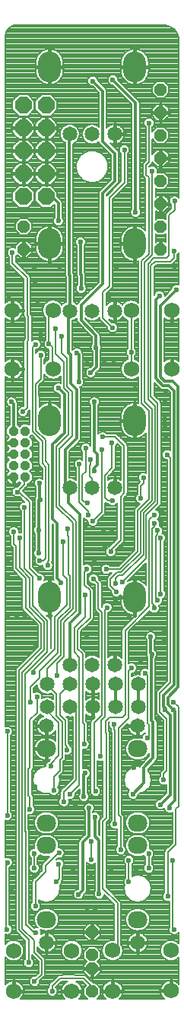
<source format=gbl>
G04 DipTrace 3.3.0.0*
G04 uPeaks_exp04.GBL*
%MOIN*%
G04 #@! TF.FileFunction,Copper,L2,Bot*
G04 #@! TF.Part,Single*
%AMOUTLINE0*
4,1,8,
0.008698,-0.021,
0.021,-0.008698,
0.021,0.008698,
0.008698,0.021,
-0.008698,0.021,
-0.021,0.008698,
-0.021,-0.008698,
-0.008698,-0.021,
0.008698,-0.021,
0*%
%AMOUTLINE3*
4,1,8,
-0.015325,0.037,
-0.037,0.015325,
-0.037,-0.015325,
-0.015325,-0.037,
0.015325,-0.037,
0.037,-0.015325,
0.037,0.015325,
0.015325,0.037,
-0.015325,0.037,
0*%
%AMOUTLINE6*
4,1,8,
-0.010769,-0.026,
-0.026,-0.010769,
-0.026,0.010769,
-0.010769,0.026,
0.010769,0.026,
0.026,0.010769,
0.026,-0.010769,
0.010769,-0.026,
-0.010769,-0.026,
0*%
%AMOUTLINE9*
4,1,8,
0.010769,0.026,
0.026,0.010769,
0.026,-0.010769,
0.010769,-0.026,
-0.010769,-0.026,
-0.026,-0.010769,
-0.026,0.010769,
-0.010769,0.026,
0.010769,0.026,
0*%
G04 #@! TA.AperFunction,Conductor*
%ADD14C,0.012*%
%ADD15C,0.0065*%
%ADD17C,0.006496*%
G04 #@! TA.AperFunction,CopperBalancing*
%ADD18C,0.008*%
%ADD19C,0.015*%
G04 #@! TA.AperFunction,ComponentPad*
%ADD33C,0.064961*%
%ADD36O,0.085X0.075*%
%ADD37C,0.065*%
%ADD42O,0.1X0.135*%
%ADD43C,0.069*%
G04 #@! TA.AperFunction,ViaPad*
%ADD45C,0.023622*%
G04 #@! TA.AperFunction,ComponentPad*
%ADD100OUTLINE0*%
%ADD103OUTLINE3*%
%ADD106OUTLINE6*%
%ADD109OUTLINE9*%
%FSLAX26Y26*%
G04*
G70*
G90*
G75*
G01*
G04 Bottom*
%LPD*%
X785449Y3154466D2*
D14*
X810063Y3179080D1*
Y3264264D1*
X808803D1*
Y3317116D1*
X742567Y3383352D1*
Y3449490D1*
X837441Y3544364D1*
Y3940478D1*
X891163Y3994200D1*
Y4114415D1*
X837441Y4168137D1*
Y4388164D1*
X793983Y4431622D1*
X557736Y2362870D2*
Y2465126D1*
Y2597575D1*
X559912D1*
Y2669200D1*
X564879Y2597575D2*
X559912D1*
X801070Y2722063D2*
Y2735861D1*
X814387Y2749179D1*
Y2795396D1*
X801070Y2808714D1*
Y3025896D1*
X438403D2*
X447626Y3016673D1*
Y2897224D1*
X1052614Y1920860D2*
X1048184Y1925290D1*
Y1997790D1*
X655671Y2232070D2*
X657152Y2233551D1*
X638580Y2252123D1*
Y2492480D1*
X617361Y2513700D1*
Y2838553D1*
X669558Y2890750D1*
Y3061294D1*
X643803Y3087049D1*
X732898Y3114077D2*
Y3231888D1*
X724173Y3240613D1*
X1052614Y1920860D2*
Y1905459D1*
X1050915Y1907159D1*
Y1629700D1*
X1058692Y1621923D1*
Y1465180D1*
X1018627Y1425116D1*
Y1355139D1*
X969791Y1306303D1*
X754865Y1297050D2*
Y1393172D1*
X760172Y1398479D1*
X610445Y1430228D2*
D15*
Y1440508D1*
X645623Y1475686D1*
Y1620089D1*
X577095Y1688618D1*
X592904D1*
X638815Y1827041D2*
Y1880224D1*
X668955Y1910365D1*
Y2061223D1*
X719453Y2111721D1*
Y2503273D1*
X648455Y2574270D1*
Y2820679D1*
X704961Y2877184D1*
Y3069975D1*
X680661Y3094274D1*
Y3217902D1*
X658243Y3240320D1*
Y3312937D1*
X623530Y1323781D2*
Y1384215D1*
X650543Y1411228D1*
Y1456339D1*
X660210Y1466005D1*
Y1623627D1*
X634885Y1648953D1*
Y1746638D1*
X592904Y1788618D1*
Y1855529D1*
X655148Y1917773D1*
Y2067881D1*
X706665Y2119398D1*
Y2496736D1*
X635053Y2568349D1*
Y2829835D1*
X687622Y2882404D1*
Y3065688D1*
X667870Y3085440D1*
Y3201551D1*
X631001Y3238420D1*
Y3346470D1*
X667719Y1274493D2*
Y1278131D1*
X666810D1*
Y1317016D1*
X721030Y1371236D1*
Y1688618D1*
X692904D1*
X681984Y1501306D2*
Y1514717D1*
X673659Y1523042D1*
Y1631083D1*
X650568Y1654173D1*
Y1746282D1*
X692904Y1788618D1*
X693163Y1874200D2*
D14*
Y2056563D1*
X737413Y2100814D1*
Y2533850D1*
X688928Y2582336D1*
Y2649200D1*
X693163D1*
X674429D1*
Y2816116D1*
X725081Y2866769D1*
Y3079602D1*
X696558Y3108126D1*
Y3232169D1*
X687365Y3241362D1*
Y3414596D1*
X694840Y3422071D1*
Y3467360D1*
X693163D1*
Y3424200D1*
Y4199200D2*
X691163D1*
Y3581700D1*
X693163D1*
Y3424200D1*
X787005Y1020957D2*
D15*
Y1098701D1*
X887479Y1614694D2*
Y1590108D1*
X891490Y1586097D1*
Y1175766D1*
X1039428Y1046382D2*
Y983383D1*
X537500Y1046688D2*
Y982929D1*
X1063329Y2122154D2*
Y2134133D1*
X1055306Y2142156D1*
Y2469783D1*
X1065562Y2480039D1*
Y2492715D1*
X1078138Y2156008D2*
X1084339D1*
X1069587Y2170760D1*
Y2438416D1*
X1078595Y2447424D1*
Y2462070D1*
X1091264Y2429542D2*
Y2184694D1*
X952253Y1017752D2*
Y922537D1*
X1150873Y714432D2*
X1145512Y719793D1*
Y1018058D1*
X634239Y922983D2*
X646520Y935264D1*
Y997795D1*
X644983Y999332D1*
Y1000941D1*
X418499Y714718D2*
X413047D1*
Y993978D1*
X426702Y1007633D1*
X420025D1*
X772360Y2584281D2*
X766866Y2578786D1*
X748310Y2597343D1*
Y2705161D1*
X763303Y2720155D1*
Y2823370D1*
X773843Y2530139D2*
Y2548327D1*
X734374Y2587795D1*
Y2602528D1*
X735546D1*
Y2752411D1*
X794459Y2502789D2*
X834156Y2542486D1*
Y2816743D1*
X880459Y2593669D2*
X860207D1*
X847412Y2606465D1*
Y2704679D1*
X877929Y2735196D1*
Y2847154D1*
X472744Y2430323D2*
Y2299125D1*
X516877Y2254992D1*
Y2127520D1*
X582046Y2062350D1*
Y1939915D1*
X483907Y1841776D1*
Y1134299D1*
X485765Y1132441D1*
Y717165D1*
X537521Y665409D1*
Y613163D1*
X570929Y579755D1*
Y518458D1*
X538958Y486487D1*
X447412Y2456700D2*
Y2403711D1*
X457648Y2393475D1*
Y2295350D1*
X499634Y2253365D1*
Y2123518D1*
X568131Y2055021D1*
Y1947232D1*
X470862Y1849963D1*
Y712891D1*
X512762Y670991D1*
Y568475D1*
X852513Y2292175D2*
D17*
X913102D1*
X991163Y2370235D1*
Y2550971D1*
X1041163Y2600971D1*
Y2987950D1*
X1008361Y3020752D1*
Y3643525D1*
X1039946Y3675110D1*
Y4009184D1*
X1027492Y4021638D1*
Y4063671D1*
X1040984Y4077163D1*
Y4248409D1*
X897412Y2194200D2*
X872412Y2219200D1*
Y2250449D1*
X878663Y2256700D1*
Y2258232D1*
X899328Y2278898D1*
X918017D1*
X1003663Y2364543D1*
Y2544831D1*
X1053663Y2594831D1*
Y2994200D1*
X1022060Y3025802D1*
Y3636467D1*
X1054736Y3669143D1*
Y4037528D1*
X894871Y2229306D2*
Y2254249D1*
X906461Y2265839D1*
X924232D1*
X1016163Y2357769D1*
Y2538690D1*
X1066163Y2588690D1*
Y3006700D1*
X1036332Y3036530D1*
Y3630731D1*
X1060846Y3655245D1*
X1117156D1*
X1127144Y3665234D1*
Y3842417D1*
X1152877Y3868150D1*
Y3905689D1*
X923873Y2236470D2*
X1028663Y2341260D1*
Y2531700D1*
X1078663Y2581700D1*
Y3019200D1*
X1048890Y3048972D1*
Y3622781D1*
X1066680Y3640571D1*
X1134823D1*
X1150001Y3655749D1*
Y3688400D1*
X518377Y1240350D2*
D15*
Y1295454D1*
X512125Y1301706D1*
Y1417740D1*
X518350Y1423966D1*
Y1632760D1*
X549302Y1663711D1*
Y1733689D1*
X616163Y444200D2*
Y466097D1*
X650634Y500568D1*
X754249D1*
X791163Y463655D1*
Y442058D1*
X873470Y2369818D2*
Y2376822D1*
X916163Y2419514D1*
Y2611538D1*
X931537Y2626912D1*
Y2833718D1*
X892315Y2872940D1*
X836404D1*
X488487Y2983186D2*
X506402Y3001101D1*
Y3290959D1*
X511707Y3296265D1*
Y3399579D1*
X506402Y3404885D1*
Y3569491D1*
X442007Y3633886D1*
Y3680483D1*
X964521Y1860077D2*
X949808Y1845365D1*
Y1638681D1*
X906951Y1595824D1*
Y1215148D1*
X916776Y1205324D1*
Y1062982D1*
X646421Y1049444D2*
Y1054752D1*
X586270Y994601D1*
Y966110D1*
X542583Y922423D1*
Y816605D1*
X1122819Y858508D2*
Y1052589D1*
X1158424Y1088194D1*
Y1242700D1*
X1169923Y1254198D1*
Y1689172D1*
X1149066Y1710029D1*
X589848Y3925650D2*
D14*
Y3931051D1*
X574525Y3946374D1*
X593362D1*
X643778Y3895958D1*
Y3819200D1*
X419390Y1214060D2*
D15*
Y1581990D1*
X1023259Y1837382D2*
X1035125Y1825516D1*
Y1618196D1*
X1039575Y1613745D1*
Y1559455D1*
X1032667Y1552547D1*
X791163Y2648924D2*
Y2689047D1*
X779449Y2700761D1*
Y2745972D1*
X785026Y2751550D1*
Y2772837D1*
X1119930Y2794774D2*
X1134293Y2780412D1*
Y1796858D1*
X1087109Y1749675D1*
Y1667927D1*
X1117549Y1637487D1*
Y1410927D1*
X1103944Y1397322D1*
Y1368701D1*
X880445Y3351694D2*
X839053Y3393085D1*
Y3506340D1*
X866663Y3533950D1*
Y3920744D1*
X932602Y3986684D1*
Y4130894D1*
X826165Y1473723D2*
X831990Y1479547D1*
Y1630171D1*
X847171Y1645352D1*
Y2114888D1*
X856681Y2124399D1*
X694717Y1306411D2*
X735051Y1346745D1*
Y1907514D1*
X712535Y1930030D1*
Y2035356D1*
X761320Y2084140D1*
Y2181461D1*
X805936Y1320180D2*
X799245Y1326870D1*
Y1619689D1*
X834664Y1655108D1*
Y2104419D1*
X818365Y2120718D1*
Y2229949D1*
X797634Y2250680D1*
X756551Y1526245D2*
Y1614420D1*
X749348Y1621623D1*
Y1922316D1*
X726954Y1944710D1*
Y2025508D1*
X782690Y2081244D1*
Y2198639D1*
X756316Y2225013D1*
Y2281625D1*
X768595Y2293903D1*
X462913Y2631668D2*
X481694Y2650449D1*
X479655D1*
X493503Y2664297D1*
Y2695524D1*
X495203Y2697224D1*
X497626D1*
X462913Y2631668D2*
X472123D1*
X517487Y2586304D1*
Y2296077D1*
X560480Y2253084D1*
X962448Y3426286D2*
Y3244789D1*
X962869D1*
Y3170381D1*
X597070Y2308966D2*
Y2325472D1*
X601815Y2330218D1*
Y2653150D1*
X601089Y2652424D1*
Y2751080D1*
X586493Y2765676D1*
Y2859785D1*
X544547Y2901731D1*
Y3104793D1*
X566163Y3126408D1*
Y3231160D1*
X619457Y3426598D2*
X602140D1*
Y3280033D1*
X616319Y3265854D1*
Y3170693D1*
X619878D1*
X562434Y2329894D2*
X576966D1*
X587950Y2340878D1*
Y2740786D1*
X573445Y2755291D1*
Y2852983D1*
X530902Y2895526D1*
Y3266014D1*
X543119Y3278232D1*
X545597Y699764D2*
X541634Y695801D1*
X503785Y733650D1*
X499459D1*
Y1146445D1*
X497135Y1144121D1*
Y1832268D1*
X595227Y1930360D1*
Y2067753D1*
X529915Y2133066D1*
Y2260824D1*
X494916Y2295823D1*
Y2565038D1*
X1065266Y2531700D2*
X1042402Y2508835D1*
Y2130836D1*
X936261Y2024696D1*
Y1656913D1*
X924001Y1644654D1*
X866617D1*
X849306Y1627343D1*
Y1578322D1*
X853663Y1573965D1*
Y1203140D1*
X838392Y1187870D1*
Y894133D1*
X903663Y828862D1*
Y645496D1*
X880470Y622303D1*
X1003799Y2603310D2*
Y2656836D1*
X1016163Y2669200D1*
Y2694200D1*
X682793Y2469059D2*
Y2441777D1*
X687083Y2437487D1*
Y2268932D1*
X693912Y2262102D1*
Y2125037D1*
X641007Y2072131D1*
Y1925709D1*
X560495Y1845197D1*
Y1817412D1*
X520692Y1777609D1*
Y1709479D1*
X664348Y2414421D2*
Y2267745D1*
X681394Y2250700D1*
Y2136442D1*
X626829Y2081878D1*
Y1942045D1*
X535129Y1850344D1*
Y1840197D1*
X981920Y3856700D2*
D14*
Y4337193D1*
X882349Y4436764D1*
X743207Y3523165D2*
Y3584085D1*
X740623D1*
Y3726719D1*
X1086479Y3491735D2*
X1069131Y3474387D1*
Y3128538D1*
X1100528Y3097142D1*
X1127185D1*
X1149852Y3074475D1*
Y1786497D1*
X1103934Y1740580D1*
Y1691116D1*
X1109618Y1685432D1*
Y1676110D1*
X1133631Y1652097D1*
Y1304765D1*
X1090451Y1261585D1*
X777965Y1246106D2*
Y1123975D1*
X749332Y1095343D1*
Y885539D1*
X732064Y868272D1*
X892904Y1688618D2*
Y1788618D1*
X822412Y870038D2*
Y1103886D1*
X803663Y1122635D1*
Y1206700D1*
X1161100Y3517619D2*
X1091163Y3447682D1*
Y3136083D1*
X1108820Y3118425D1*
X1143896D1*
X1168663Y3093659D1*
Y1776661D1*
X1123487Y1731486D1*
Y1700438D1*
X1148150Y1675776D1*
X1153026Y1670899D1*
Y1279251D1*
X1130215Y1256440D1*
Y1246535D1*
X992904Y1688618D2*
Y1788618D1*
D45*
X785449Y3154466D3*
X793983Y4431622D3*
X557736Y2465126D3*
Y2362870D3*
X559912Y2669200D3*
X564879Y2597575D3*
X801070Y3025896D3*
Y2722063D3*
X793983Y4431622D3*
X808803Y3264264D3*
X438403Y3025896D3*
X801070D3*
X1052614Y1920860D3*
X1048184Y1997790D3*
X655671Y2232070D3*
X643803Y3087049D3*
X732898Y3114077D3*
X724173Y3240613D3*
X969791Y1306303D3*
X754865Y1297050D3*
X760172Y1398479D3*
X1052614Y1920860D3*
X610445Y1430228D3*
X638815Y1827041D3*
X658243Y3312937D3*
X623530Y1323781D3*
X631001Y3346470D3*
X667719Y1274493D3*
X681984Y1501306D3*
X787005Y1020957D3*
Y1098701D3*
X887479Y1614694D3*
X891490Y1175766D3*
X1039428Y1046382D3*
Y983383D3*
D3*
X537500Y1046688D3*
Y982929D3*
X1063329Y2122154D3*
X1065562Y2492715D3*
X1078138Y2156008D3*
X1078595Y2462070D3*
X1091264Y2429542D3*
Y2184694D3*
X952253Y1017752D3*
Y922537D3*
X1150873Y714432D3*
X1145512Y1018058D3*
X634239Y922983D3*
X644983Y1000941D3*
D3*
X418499Y714718D3*
X420025Y1007633D3*
X772360Y2584281D3*
X763303Y2823370D3*
X773843Y2530139D3*
X735546Y2752411D3*
X794459Y2502789D3*
X834156Y2816743D3*
X880459Y2593669D3*
X877929Y2847154D3*
X472744Y2430323D3*
X538958Y486487D3*
X447412Y2456700D3*
X512762Y568475D3*
X852513Y2292175D3*
X1040984Y4248409D3*
X897412Y2194200D3*
X1054736Y4037528D3*
X894871Y2229306D3*
X1152877Y3905689D3*
X923873Y2236470D3*
X1150001Y3688400D3*
X518377Y1240350D3*
X549302Y1733689D3*
X616163Y444200D3*
X873470Y2369818D3*
X836404Y2872940D3*
X488487Y2983186D3*
X442007Y3680483D3*
X964521Y1860077D3*
X916776Y1062982D3*
X646421Y1049444D3*
X542583Y816605D3*
X1122819Y858508D3*
X1149066Y1710029D3*
X643778Y3819200D3*
X419390Y1214060D3*
Y1581990D3*
X1023259Y1837382D3*
X1032667Y1552547D3*
X785026Y2772837D3*
X1119930Y2794774D3*
X1103944Y1368701D3*
X880445Y3351694D3*
X932602Y4130894D3*
X826165Y1473723D3*
X856681Y2124399D3*
X761320Y2181461D3*
X694717Y1306411D3*
X805936Y1320180D3*
X797634Y2250680D3*
X756551Y1526245D3*
X768595Y2293903D3*
X462913Y2631668D3*
X560480Y2253084D3*
X462913Y2631668D3*
X597070Y2308966D3*
X566163Y3231160D3*
X962448Y3244789D3*
X562434Y2329894D3*
X543119Y3278232D3*
X602140Y3280033D3*
X545597Y699764D3*
X494916Y2565038D3*
X1065266Y2531700D3*
X1003799Y2603310D3*
X1016163Y2694200D3*
X682793Y2469059D3*
X520692Y1709479D3*
X664348Y2414421D3*
X535129Y1840197D3*
X981920Y3856700D3*
X882349Y4436764D3*
X743207Y3523165D3*
X740623Y3726719D3*
X1086479Y3491735D3*
X1090451Y1261585D3*
X777965Y1246106D3*
X732064Y868272D3*
X1109618Y1676110D3*
X822412Y870038D3*
X803663Y1206700D3*
D3*
X1161100Y3517619D3*
X1130215Y1246535D3*
X1148150Y1675776D3*
X542127Y1339801D3*
X974509Y1422976D3*
X1084949Y1623429D3*
X767693Y2001080D3*
X952596Y2085387D3*
X422412Y2084898D3*
X421071Y2267773D3*
X421039Y2322496D3*
X459912Y2084898D3*
X497412D3*
X544117Y1958190D3*
X803663Y800449D3*
X770580Y809171D3*
X875703Y975449D3*
X787551Y944869D3*
X774647Y878959D3*
X419900Y1732783D3*
X763068Y1438959D3*
X828146Y1398085D3*
X547546Y1765728D3*
X1040655Y946168D3*
X537417Y947581D3*
X717440Y1258829D3*
X840217Y2457287D3*
X847119Y2391856D3*
X892564Y2155659D3*
X840369Y2155790D3*
X761787Y2479033D3*
X1097671Y2554553D3*
X1095008Y2500483D3*
X1107062Y1979388D3*
X550731Y2722644D3*
X875916Y2459306D3*
X1107286Y2021635D3*
X1005160Y1892458D3*
X1114344Y3067472D3*
X1110298Y3030056D3*
X1111310Y2992640D3*
X1112320Y2950168D3*
Y2913764D3*
X1113332Y2869268D3*
X982371Y3099268D3*
X935839Y3364367D3*
X986810Y3310913D3*
X844887Y3208252D3*
X566163Y3319200D3*
X769465Y3194045D3*
X886508Y3193272D3*
X781303Y3537836D3*
X650361Y3620618D3*
X424888Y3609533D3*
X536680Y3606703D3*
X539982Y3542550D3*
X553663Y3469200D3*
X426776Y3494912D3*
X897345Y3610726D3*
X863984Y3479916D3*
X1153663Y3619200D3*
X1020576Y2302963D3*
X862369Y1113752D3*
X697168Y1605823D3*
X799936Y2322823D3*
X985353Y974756D3*
X708577Y976663D3*
X439152Y879095D3*
X918737Y2390145D3*
X435341Y4669579D2*
D18*
X1133491D1*
X425841Y4661710D2*
X1145522D1*
X419684Y4653841D2*
X1153569D1*
X416044Y4645972D2*
X1159850D1*
X413684Y4638104D2*
X1163834D1*
X412309Y4630235D2*
X1167037D1*
X412216Y4622366D2*
X1168897D1*
X412216Y4614497D2*
X1169975D1*
X412216Y4606629D2*
X1169975D1*
X412216Y4598760D2*
X1169975D1*
X412216Y4590891D2*
X1169975D1*
X412216Y4583022D2*
X1169975D1*
X412216Y4575154D2*
X1169975D1*
X412216Y4567285D2*
X577475D1*
X630856D2*
X951475D1*
X1004856D2*
X1169975D1*
X412216Y4559416D2*
X564850D1*
X643481D2*
X938850D1*
X1017481D2*
X1169975D1*
X412216Y4551547D2*
X556756D1*
X651575D2*
X930756D1*
X1025575D2*
X1169975D1*
X412216Y4543679D2*
X551037D1*
X657278D2*
X925037D1*
X1031278D2*
X1169975D1*
X412200Y4535810D2*
X546975D1*
X661341D2*
X920975D1*
X1035341D2*
X1169991D1*
X412200Y4527941D2*
X544241D1*
X664091D2*
X918241D1*
X1038091D2*
X1169991D1*
X412200Y4520072D2*
X542616D1*
X665716D2*
X916616D1*
X1039716D2*
X1169991D1*
X412200Y4512203D2*
X542037D1*
X666278D2*
X916037D1*
X1040278D2*
X1169991D1*
X412200Y4504335D2*
X542037D1*
X666278D2*
X916037D1*
X1040278D2*
X1169991D1*
X412200Y4496466D2*
X542037D1*
X666278D2*
X916037D1*
X1040278D2*
X1169991D1*
X412200Y4488597D2*
X542037D1*
X666278D2*
X916037D1*
X1040278D2*
X1169991D1*
X412200Y4480728D2*
X542037D1*
X666278D2*
X916037D1*
X1040278D2*
X1169991D1*
X412200Y4472860D2*
X542162D1*
X666169D2*
X916162D1*
X1040169D2*
X1169991D1*
X412200Y4464991D2*
X543178D1*
X665153D2*
X917178D1*
X1039153D2*
X1169991D1*
X412200Y4457122D2*
X545256D1*
X663075D2*
X870569D1*
X894137D2*
X919256D1*
X1037075D2*
X1169991D1*
X412200Y4449253D2*
X548522D1*
X659794D2*
X778209D1*
X809762D2*
X862084D1*
X902622D2*
X922522D1*
X1033794D2*
X1169991D1*
X412200Y4441385D2*
X553241D1*
X655091D2*
X772209D1*
X815747D2*
X858881D1*
X905809D2*
X927241D1*
X1029091D2*
X1169991D1*
X412200Y4433516D2*
X559834D1*
X648497D2*
X770131D1*
X817841D2*
X858647D1*
X910887D2*
X933834D1*
X1022497D2*
X1170006D1*
X412200Y4425647D2*
X569397D1*
X638934D2*
X770834D1*
X825247D2*
X861272D1*
X918762D2*
X943397D1*
X1012934D2*
X1069037D1*
X1113294D2*
X1170006D1*
X412200Y4417778D2*
X586381D1*
X621950D2*
X774647D1*
X833122D2*
X868334D1*
X926622D2*
X960381D1*
X995950D2*
X1061162D1*
X1121169D2*
X1170006D1*
X412200Y4409909D2*
X785209D1*
X840997D2*
X883912D1*
X934497D2*
X1054178D1*
X1128153D2*
X1170006D1*
X412200Y4402041D2*
X798272D1*
X848856D2*
X891772D1*
X942372D2*
X1053037D1*
X1129278D2*
X1170006D1*
X412200Y4394172D2*
X806131D1*
X854481D2*
X899647D1*
X950231D2*
X1053037D1*
X1129278D2*
X1170006D1*
X412200Y4386303D2*
X814006D1*
X855559D2*
X907522D1*
X958106D2*
X1053037D1*
X1129278D2*
X1170006D1*
X412184Y4378434D2*
X819319D1*
X855559D2*
X915381D1*
X965966D2*
X1054209D1*
X1128122D2*
X1170006D1*
X412184Y4370566D2*
X465631D1*
X514059D2*
X565631D1*
X614059D2*
X819319D1*
X855559D2*
X923256D1*
X973841D2*
X1061225D1*
X1121106D2*
X1170006D1*
X412184Y4362697D2*
X457756D1*
X521934D2*
X557756D1*
X621934D2*
X819319D1*
X855559D2*
X931116D1*
X981716D2*
X1069084D1*
X1113231D2*
X1170006D1*
X412184Y4354828D2*
X449897D1*
X529809D2*
X549897D1*
X629809D2*
X819319D1*
X855559D2*
X938991D1*
X989575D2*
X1170006D1*
X412184Y4346959D2*
X442444D1*
X537262D2*
X542444D1*
X637262D2*
X819319D1*
X855559D2*
X946866D1*
X997028D2*
X1170006D1*
X412184Y4339091D2*
X440725D1*
X638966D2*
X819319D1*
X855559D2*
X954725D1*
X999934D2*
X1170022D1*
X412184Y4331222D2*
X440725D1*
X638966D2*
X819319D1*
X855559D2*
X962600D1*
X1000044D2*
X1077022D1*
X1105309D2*
X1170022D1*
X412184Y4323353D2*
X440725D1*
X638966D2*
X819319D1*
X855559D2*
X963803D1*
X1000044D2*
X1066741D1*
X1115591D2*
X1170022D1*
X412184Y4315484D2*
X440725D1*
X638966D2*
X819319D1*
X855559D2*
X963803D1*
X1000044D2*
X1058866D1*
X1123450D2*
X1170022D1*
X412184Y4307616D2*
X441053D1*
X638637D2*
X819319D1*
X855559D2*
X963803D1*
X1000044D2*
X1053350D1*
X1128966D2*
X1170022D1*
X412184Y4299747D2*
X446616D1*
X533075D2*
X546616D1*
X633075D2*
X819319D1*
X855559D2*
X963803D1*
X1000044D2*
X1053037D1*
X1129278D2*
X1170022D1*
X412184Y4291878D2*
X454491D1*
X525216D2*
X554491D1*
X625216D2*
X819319D1*
X855559D2*
X963803D1*
X1000044D2*
X1053037D1*
X1129278D2*
X1170022D1*
X412184Y4284009D2*
X462350D1*
X517341D2*
X562350D1*
X617341D2*
X819319D1*
X855559D2*
X963803D1*
X1000044D2*
X1053037D1*
X1129278D2*
X1170022D1*
X412184Y4276140D2*
X819319D1*
X855559D2*
X963803D1*
X1000044D2*
X1055709D1*
X1126622D2*
X1170022D1*
X412184Y4268272D2*
X463334D1*
X516356D2*
X563334D1*
X616356D2*
X819319D1*
X855559D2*
X963803D1*
X1000044D2*
X1028334D1*
X1053637D2*
X1063506D1*
X1118809D2*
X1170022D1*
X412184Y4260403D2*
X455459D1*
X524231D2*
X555459D1*
X624231D2*
X819319D1*
X855559D2*
X963803D1*
X1000044D2*
X1020412D1*
X1061559D2*
X1071381D1*
X1110950D2*
X1170022D1*
X412184Y4252534D2*
X447600D1*
X532091D2*
X547600D1*
X632091D2*
X819319D1*
X855559D2*
X963803D1*
X1000044D2*
X1017428D1*
X1064544D2*
X1170022D1*
X412184Y4244665D2*
X441350D1*
X638356D2*
X819319D1*
X855559D2*
X963803D1*
X1000044D2*
X1017366D1*
X1064606D2*
X1170022D1*
X412184Y4236797D2*
X440725D1*
X638966D2*
X669850D1*
X716466D2*
X768319D1*
X814012D2*
X819319D1*
X855559D2*
X865850D1*
X912466D2*
X963803D1*
X1000044D2*
X1020178D1*
X1061794D2*
X1170037D1*
X412184Y4228928D2*
X440725D1*
X638966D2*
X660162D1*
X726153D2*
X758428D1*
X922153D2*
X963803D1*
X1000044D2*
X1025616D1*
X1056356D2*
X1072381D1*
X1109934D2*
X1170037D1*
X412184Y4221059D2*
X440725D1*
X638966D2*
X654381D1*
X731934D2*
X752537D1*
X927934D2*
X963803D1*
X1000044D2*
X1025616D1*
X1056356D2*
X1064444D1*
X1117887D2*
X1170037D1*
X412169Y4213190D2*
X440725D1*
X638966D2*
X650834D1*
X735497D2*
X748928D1*
X931497D2*
X963803D1*
X1000044D2*
X1025616D1*
X1125747D2*
X1170037D1*
X412169Y4205322D2*
X441897D1*
X537809D2*
X541900D1*
X637809D2*
X648975D1*
X737356D2*
X747006D1*
X933356D2*
X963803D1*
X1000044D2*
X1025616D1*
X1129278D2*
X1170037D1*
X412169Y4197453D2*
X448912D1*
X530778D2*
X548912D1*
X630778D2*
X648584D1*
X737747D2*
X746569D1*
X933747D2*
X963803D1*
X1000044D2*
X1025616D1*
X1129278D2*
X1170037D1*
X412169Y4189584D2*
X456772D1*
X522919D2*
X556772D1*
X622919D2*
X649616D1*
X736716D2*
X747553D1*
X932716D2*
X963803D1*
X1000044D2*
X1025616D1*
X1129278D2*
X1170037D1*
X412169Y4181715D2*
X464647D1*
X515044D2*
X564647D1*
X615044D2*
X652178D1*
X734137D2*
X750069D1*
X930137D2*
X963803D1*
X1000044D2*
X1025616D1*
X1129153D2*
X1170037D1*
X412169Y4173846D2*
X472053D1*
X507637D2*
X572053D1*
X607637D2*
X656616D1*
X729700D2*
X754428D1*
X925700D2*
X963803D1*
X1000044D2*
X1025616D1*
X1124387D2*
X1170037D1*
X412169Y4165978D2*
X461037D1*
X518653D2*
X561037D1*
X618653D2*
X663787D1*
X722544D2*
X761475D1*
X918544D2*
X963803D1*
X1000044D2*
X1025616D1*
X1056356D2*
X1065803D1*
X1116512D2*
X1170037D1*
X412169Y4158109D2*
X453178D1*
X526528D2*
X553178D1*
X626528D2*
X673037D1*
X709278D2*
X774412D1*
X807903D2*
X822522D1*
X905184D2*
X963803D1*
X1000044D2*
X1025616D1*
X1056356D2*
X1074459D1*
X1107856D2*
X1170037D1*
X412169Y4150240D2*
X445303D1*
X534387D2*
X545303D1*
X634387D2*
X673037D1*
X709278D2*
X830037D1*
X880637D2*
X919116D1*
X946075D2*
X963803D1*
X1000044D2*
X1025616D1*
X1056356D2*
X1170037D1*
X412169Y4142371D2*
X440819D1*
X638887D2*
X673037D1*
X709278D2*
X837912D1*
X888497D2*
X911725D1*
X953481D2*
X963803D1*
X1000044D2*
X1025616D1*
X1056356D2*
X1170053D1*
X412169Y4134503D2*
X440725D1*
X638966D2*
X673037D1*
X709278D2*
X845787D1*
X896372D2*
X908959D1*
X956247D2*
X963803D1*
X1000044D2*
X1025616D1*
X1056356D2*
X1170053D1*
X412169Y4126634D2*
X440725D1*
X638966D2*
X673037D1*
X709278D2*
X782506D1*
X799825D2*
X853647D1*
X904231D2*
X909076D1*
X956137D2*
X963803D1*
X1000044D2*
X1025616D1*
X1056356D2*
X1070022D1*
X1112309D2*
X1170053D1*
X412169Y4118765D2*
X440725D1*
X638966D2*
X673037D1*
X709278D2*
X757194D1*
X825137D2*
X861522D1*
X953106D2*
X963803D1*
X1000044D2*
X1025616D1*
X1056356D2*
X1062144D1*
X1120169D2*
X1170053D1*
X412169Y4110896D2*
X440725D1*
X638966D2*
X673037D1*
X709278D2*
X745475D1*
X836856D2*
X869381D1*
X909278D2*
X917225D1*
X947966D2*
X963803D1*
X1000044D2*
X1025616D1*
X1127606D2*
X1170053D1*
X412169Y4103028D2*
X443397D1*
X536309D2*
X543397D1*
X636309D2*
X673037D1*
X709278D2*
X737381D1*
X844934D2*
X873037D1*
X909278D2*
X917225D1*
X947966D2*
X963803D1*
X1000044D2*
X1025616D1*
X1129278D2*
X1170053D1*
X412169Y4095159D2*
X451209D1*
X528497D2*
X551209D1*
X628497D2*
X673037D1*
X709278D2*
X731428D1*
X850903D2*
X873037D1*
X909278D2*
X917225D1*
X947966D2*
X963803D1*
X1000044D2*
X1025616D1*
X1129278D2*
X1170053D1*
X412169Y4087290D2*
X459069D1*
X520622D2*
X559069D1*
X620622D2*
X673037D1*
X709278D2*
X726991D1*
X855341D2*
X873037D1*
X909278D2*
X917225D1*
X947966D2*
X963803D1*
X1000044D2*
X1025616D1*
X1129278D2*
X1170053D1*
X412169Y4079421D2*
X467162D1*
X512528D2*
X567162D1*
X612528D2*
X673037D1*
X709278D2*
X723756D1*
X858575D2*
X873037D1*
X909278D2*
X917225D1*
X947966D2*
X963803D1*
X1000044D2*
X1021834D1*
X1128544D2*
X1170053D1*
X412169Y4071553D2*
X466725D1*
X512966D2*
X566725D1*
X612966D2*
X673037D1*
X709278D2*
X721569D1*
X860747D2*
X873037D1*
X909278D2*
X917225D1*
X947966D2*
X963803D1*
X1000044D2*
X1014444D1*
X1055231D2*
X1060225D1*
X1122091D2*
X1170053D1*
X412169Y4063684D2*
X458741D1*
X520950D2*
X558741D1*
X620950D2*
X673037D1*
X709278D2*
X720334D1*
X861997D2*
X873037D1*
X909278D2*
X917225D1*
X947966D2*
X963803D1*
X1000044D2*
X1012131D1*
X1048903D2*
X1068100D1*
X1114231D2*
X1170053D1*
X412169Y4055815D2*
X450881D1*
X528809D2*
X550881D1*
X628809D2*
X673037D1*
X709278D2*
X719991D1*
X862325D2*
X873037D1*
X909278D2*
X917225D1*
X947966D2*
X963803D1*
X1000044D2*
X1012131D1*
X1069700D2*
X1170053D1*
X412153Y4047946D2*
X443131D1*
X536559D2*
X543131D1*
X636559D2*
X673037D1*
X709278D2*
X720537D1*
X861794D2*
X873037D1*
X909278D2*
X917225D1*
X947966D2*
X963803D1*
X1000044D2*
X1012131D1*
X1076184D2*
X1170053D1*
X412153Y4040077D2*
X440725D1*
X638966D2*
X673037D1*
X709278D2*
X721975D1*
X860341D2*
X873037D1*
X909278D2*
X917225D1*
X947966D2*
X963803D1*
X1000044D2*
X1012131D1*
X1078528D2*
X1170069D1*
X412153Y4032209D2*
X440725D1*
X638966D2*
X673037D1*
X709278D2*
X724381D1*
X857934D2*
X873037D1*
X909278D2*
X917225D1*
X947966D2*
X963803D1*
X1000044D2*
X1012131D1*
X1078044D2*
X1170069D1*
X412153Y4024340D2*
X440725D1*
X638966D2*
X673037D1*
X709278D2*
X727866D1*
X854450D2*
X873037D1*
X909278D2*
X917225D1*
X947966D2*
X963803D1*
X1000044D2*
X1012131D1*
X1114606D2*
X1170069D1*
X412153Y4016471D2*
X440725D1*
X638966D2*
X673037D1*
X709278D2*
X732616D1*
X849700D2*
X873037D1*
X909278D2*
X917225D1*
X947966D2*
X963803D1*
X1000044D2*
X1013069D1*
X1122466D2*
X1170069D1*
X412153Y4008602D2*
X440866D1*
X638841D2*
X673037D1*
X709278D2*
X738991D1*
X843341D2*
X873037D1*
X909278D2*
X917225D1*
X947966D2*
X963803D1*
X1000044D2*
X1019131D1*
X1128684D2*
X1170069D1*
X412153Y4000734D2*
X445631D1*
X534059D2*
X545631D1*
X634059D2*
X673037D1*
X709278D2*
X747694D1*
X834637D2*
X872397D1*
X909278D2*
X917225D1*
X947966D2*
X963803D1*
X1000044D2*
X1024584D1*
X1129278D2*
X1170069D1*
X412153Y3992865D2*
X453491D1*
X526200D2*
X553491D1*
X626200D2*
X673037D1*
X709278D2*
X760741D1*
X821591D2*
X864537D1*
X909231D2*
X917225D1*
X947966D2*
X963803D1*
X1000044D2*
X1024584D1*
X1129278D2*
X1170069D1*
X412153Y3984996D2*
X461366D1*
X518325D2*
X561366D1*
X618325D2*
X673037D1*
X709278D2*
X856662D1*
X947872D2*
X963803D1*
X1000044D2*
X1024584D1*
X1129278D2*
X1170069D1*
X412153Y3977127D2*
X673037D1*
X709278D2*
X848803D1*
X944403D2*
X963803D1*
X1000044D2*
X1024584D1*
X1127372D2*
X1170069D1*
X412153Y3969259D2*
X464319D1*
X515372D2*
X564319D1*
X615372D2*
X673037D1*
X709278D2*
X840928D1*
X936575D2*
X963803D1*
X1000044D2*
X1024584D1*
X1119794D2*
X1170069D1*
X412153Y3961390D2*
X456459D1*
X523247D2*
X556459D1*
X623247D2*
X673037D1*
X709278D2*
X833053D1*
X928716D2*
X963803D1*
X1000044D2*
X1024584D1*
X1111934D2*
X1170069D1*
X412153Y3953521D2*
X448584D1*
X531106D2*
X548584D1*
X631106D2*
X673037D1*
X709278D2*
X825194D1*
X920841D2*
X963803D1*
X1000044D2*
X1024584D1*
X1070106D2*
X1170069D1*
X412153Y3945652D2*
X441741D1*
X637950D2*
X673037D1*
X709278D2*
X820116D1*
X912981D2*
X963803D1*
X1000044D2*
X1024584D1*
X1070106D2*
X1170084D1*
X412153Y3937783D2*
X440725D1*
X638966D2*
X673037D1*
X709278D2*
X819319D1*
X905106D2*
X963803D1*
X1000044D2*
X1024584D1*
X1070106D2*
X1170084D1*
X412153Y3929915D2*
X440725D1*
X638966D2*
X673037D1*
X709278D2*
X819319D1*
X897231D2*
X963803D1*
X1000044D2*
X1024584D1*
X1108544D2*
X1170084D1*
X412153Y3922046D2*
X440725D1*
X642981D2*
X673037D1*
X709278D2*
X819319D1*
X889372D2*
X963803D1*
X1000044D2*
X1024584D1*
X1116887D2*
X1135725D1*
X412153Y3914177D2*
X440725D1*
X650856D2*
X673037D1*
X709278D2*
X819319D1*
X882028D2*
X963803D1*
X1000044D2*
X1024584D1*
X1124762D2*
X1130553D1*
X412153Y3906308D2*
X441459D1*
X658466D2*
X673037D1*
X709278D2*
X819319D1*
X882028D2*
X963803D1*
X1000044D2*
X1024584D1*
X412153Y3898440D2*
X447928D1*
X531778D2*
X547928D1*
X661716D2*
X673037D1*
X709278D2*
X819319D1*
X882028D2*
X963803D1*
X1000044D2*
X1024584D1*
X412153Y3890571D2*
X455787D1*
X523903D2*
X555787D1*
X661903D2*
X673037D1*
X709278D2*
X819319D1*
X882028D2*
X963803D1*
X1000044D2*
X1024584D1*
X1129278D2*
X1134569D1*
X412137Y3882702D2*
X463662D1*
X516028D2*
X563662D1*
X616028D2*
X625662D1*
X661903D2*
X673037D1*
X709278D2*
X819319D1*
X882028D2*
X963803D1*
X1000044D2*
X1024584D1*
X1129262D2*
X1137506D1*
X412137Y3874833D2*
X625662D1*
X661903D2*
X673037D1*
X709278D2*
X819319D1*
X882028D2*
X963803D1*
X1000044D2*
X1024584D1*
X1125372D2*
X1137506D1*
X412137Y3866965D2*
X625662D1*
X661903D2*
X673037D1*
X709278D2*
X819319D1*
X882028D2*
X960397D1*
X1003450D2*
X1024584D1*
X1117512D2*
X1130287D1*
X412137Y3859096D2*
X625662D1*
X661903D2*
X673037D1*
X709278D2*
X819319D1*
X882028D2*
X958116D1*
X1005731D2*
X1024584D1*
X1109466D2*
X1122428D1*
X412137Y3851227D2*
X625662D1*
X661903D2*
X673037D1*
X709278D2*
X819319D1*
X882028D2*
X958647D1*
X1005200D2*
X1024584D1*
X1070106D2*
X1114741D1*
X412137Y3843358D2*
X625662D1*
X661903D2*
X673037D1*
X709278D2*
X819319D1*
X882028D2*
X962225D1*
X1001622D2*
X1024584D1*
X1070106D2*
X1111803D1*
X412137Y3835490D2*
X625662D1*
X661903D2*
X673037D1*
X709278D2*
X819319D1*
X882028D2*
X971897D1*
X991950D2*
X1024584D1*
X1070106D2*
X1111772D1*
X412137Y3827621D2*
X471006D1*
X511325D2*
X621428D1*
X666122D2*
X673037D1*
X709278D2*
X819319D1*
X882028D2*
X1024584D1*
X412137Y3819752D2*
X463131D1*
X519184D2*
X619850D1*
X667700D2*
X673037D1*
X709278D2*
X819319D1*
X882028D2*
X1024584D1*
X412137Y3811883D2*
X455397D1*
X526919D2*
X621037D1*
X666528D2*
X673037D1*
X709278D2*
X819319D1*
X882028D2*
X1024584D1*
X412137Y3804014D2*
X453037D1*
X529278D2*
X625522D1*
X662028D2*
X673037D1*
X709278D2*
X819319D1*
X882028D2*
X1024584D1*
X412137Y3796146D2*
X453037D1*
X529278D2*
X588319D1*
X620012D2*
X641084D1*
X646464D2*
X673037D1*
X709278D2*
X819319D1*
X882028D2*
X962319D1*
X994012D2*
X1024584D1*
X412137Y3788277D2*
X453037D1*
X529278D2*
X570194D1*
X638122D2*
X673037D1*
X709278D2*
X819319D1*
X882028D2*
X944194D1*
X1012122D2*
X1024584D1*
X412137Y3780408D2*
X453459D1*
X528872D2*
X560350D1*
X647966D2*
X673037D1*
X709278D2*
X819319D1*
X882028D2*
X934350D1*
X412137Y3772539D2*
X459241D1*
X523075D2*
X553600D1*
X654716D2*
X673037D1*
X709278D2*
X819319D1*
X882028D2*
X927600D1*
X412137Y3764671D2*
X467116D1*
X515216D2*
X548787D1*
X659528D2*
X673037D1*
X709278D2*
X819319D1*
X882028D2*
X922787D1*
X412137Y3756802D2*
X545428D1*
X662887D2*
X673037D1*
X709278D2*
X819319D1*
X882028D2*
X919428D1*
X1070106D2*
X1111772D1*
X412137Y3748933D2*
X543272D1*
X665044D2*
X673037D1*
X709278D2*
X733381D1*
X747872D2*
X819319D1*
X882028D2*
X917272D1*
X1070106D2*
X1111772D1*
X412137Y3741064D2*
X542194D1*
X666122D2*
X673037D1*
X709278D2*
X721678D1*
X759575D2*
X819319D1*
X882028D2*
X916194D1*
X1070106D2*
X1111772D1*
X412137Y3733196D2*
X542037D1*
X666278D2*
X673037D1*
X709278D2*
X717616D1*
X763622D2*
X819319D1*
X882028D2*
X916037D1*
X1070106D2*
X1111772D1*
X412137Y3725327D2*
X468709D1*
X513606D2*
X542037D1*
X666278D2*
X673037D1*
X709278D2*
X716741D1*
X764512D2*
X819319D1*
X882028D2*
X916037D1*
X412122Y3717458D2*
X460850D1*
X521481D2*
X542037D1*
X666278D2*
X673037D1*
X709278D2*
X718631D1*
X762622D2*
X819319D1*
X882028D2*
X916037D1*
X412122Y3709589D2*
X454022D1*
X528294D2*
X542037D1*
X666278D2*
X673037D1*
X709278D2*
X722506D1*
X758747D2*
X819319D1*
X882028D2*
X916037D1*
X412122Y3701721D2*
X432037D1*
X529278D2*
X542037D1*
X666278D2*
X673037D1*
X709278D2*
X722506D1*
X758747D2*
X819319D1*
X882028D2*
X916037D1*
X412122Y3693852D2*
X422334D1*
X529278D2*
X542553D1*
X665778D2*
X673037D1*
X709278D2*
X722506D1*
X758747D2*
X819319D1*
X882028D2*
X916553D1*
X412122Y3685983D2*
X418741D1*
X529278D2*
X544084D1*
X664231D2*
X673037D1*
X709278D2*
X722506D1*
X758747D2*
X819319D1*
X882028D2*
X918084D1*
X412122Y3678114D2*
X418202D1*
X527950D2*
X546756D1*
X661559D2*
X673037D1*
X709278D2*
X722506D1*
X758747D2*
X819319D1*
X882028D2*
X920756D1*
X412122Y3670245D2*
X420459D1*
X520794D2*
X550725D1*
X657606D2*
X673037D1*
X709278D2*
X722506D1*
X758747D2*
X819319D1*
X882028D2*
X924725D1*
X1165372D2*
X1170129D1*
X412122Y3662377D2*
X426631D1*
X457372D2*
X469412D1*
X512919D2*
X556319D1*
X652012D2*
X673037D1*
X709278D2*
X722506D1*
X758747D2*
X819319D1*
X882028D2*
X930319D1*
X1165372D2*
X1170129D1*
X412122Y3654508D2*
X426631D1*
X457372D2*
X564209D1*
X644122D2*
X673037D1*
X709278D2*
X722506D1*
X758747D2*
X819319D1*
X882028D2*
X938209D1*
X1165309D2*
X1170128D1*
X412122Y3646639D2*
X426631D1*
X457372D2*
X576366D1*
X631950D2*
X673037D1*
X709278D2*
X722506D1*
X758747D2*
X819319D1*
X882028D2*
X950366D1*
X1162169D2*
X1170131D1*
X412122Y3638770D2*
X426631D1*
X458528D2*
X673037D1*
X709278D2*
X722506D1*
X758747D2*
X819319D1*
X882028D2*
X992991D1*
X1154419D2*
X1170131D1*
X412122Y3630902D2*
X426944D1*
X466403D2*
X673037D1*
X709278D2*
X722506D1*
X758747D2*
X819319D1*
X882028D2*
X992991D1*
X1146559D2*
X1170131D1*
X412122Y3623033D2*
X431459D1*
X474262D2*
X673037D1*
X709278D2*
X722506D1*
X758747D2*
X819319D1*
X882028D2*
X992991D1*
X1070544D2*
X1170131D1*
X412122Y3615164D2*
X439319D1*
X482137D2*
X673037D1*
X709278D2*
X722506D1*
X758747D2*
X819319D1*
X882028D2*
X992991D1*
X1064262D2*
X1170131D1*
X412122Y3607295D2*
X447194D1*
X489997D2*
X673037D1*
X709278D2*
X722506D1*
X758747D2*
X819319D1*
X882028D2*
X992991D1*
X1064262D2*
X1170131D1*
X412122Y3599427D2*
X455053D1*
X497872D2*
X673037D1*
X709278D2*
X722506D1*
X758747D2*
X819319D1*
X882028D2*
X992991D1*
X1064262D2*
X1170131D1*
X412122Y3591558D2*
X462928D1*
X505747D2*
X673037D1*
X709278D2*
X722506D1*
X759637D2*
X819319D1*
X882028D2*
X992991D1*
X1064262D2*
X1170131D1*
X412122Y3583689D2*
X470803D1*
X513606D2*
X673037D1*
X711169D2*
X722506D1*
X761325D2*
X819319D1*
X882028D2*
X992991D1*
X1064262D2*
X1170131D1*
X412122Y3575820D2*
X478662D1*
X520325D2*
X674069D1*
X711278D2*
X724600D1*
X761325D2*
X819319D1*
X882028D2*
X992991D1*
X1064262D2*
X1170131D1*
X412122Y3567951D2*
X486537D1*
X521778D2*
X675037D1*
X711278D2*
X725084D1*
X761325D2*
X819319D1*
X882028D2*
X992991D1*
X1064262D2*
X1170131D1*
X412106Y3560083D2*
X491037D1*
X521778D2*
X675037D1*
X711278D2*
X725084D1*
X761325D2*
X819319D1*
X882028D2*
X992991D1*
X1064262D2*
X1170131D1*
X412106Y3552214D2*
X491037D1*
X521778D2*
X675037D1*
X711278D2*
X725084D1*
X761325D2*
X819319D1*
X882028D2*
X992991D1*
X1064262D2*
X1170147D1*
X412106Y3544345D2*
X491037D1*
X521778D2*
X675037D1*
X711278D2*
X725084D1*
X761325D2*
X812131D1*
X882028D2*
X992991D1*
X1064262D2*
X1170147D1*
X412106Y3536476D2*
X491037D1*
X521778D2*
X675037D1*
X711278D2*
X723491D1*
X762919D2*
X804256D1*
X882028D2*
X992991D1*
X1064262D2*
X1146897D1*
X412106Y3528608D2*
X491037D1*
X521778D2*
X675037D1*
X711278D2*
X719928D1*
X766497D2*
X796397D1*
X881012D2*
X992991D1*
X1064262D2*
X1139944D1*
X412106Y3520739D2*
X491037D1*
X521778D2*
X675037D1*
X711278D2*
X719397D1*
X767012D2*
X788522D1*
X874856D2*
X992991D1*
X1064262D2*
X1137381D1*
X412106Y3512870D2*
X491037D1*
X521778D2*
X675037D1*
X711278D2*
X721694D1*
X764716D2*
X780647D1*
X866981D2*
X992991D1*
X1064262D2*
X1076287D1*
X1096684D2*
X1131053D1*
X412106Y3505001D2*
X491037D1*
X521778D2*
X675037D1*
X711278D2*
X728084D1*
X758325D2*
X772787D1*
X859122D2*
X992991D1*
X1106231D2*
X1123194D1*
X412106Y3497133D2*
X491037D1*
X521778D2*
X675037D1*
X711278D2*
X764912D1*
X854419D2*
X992991D1*
X1109778D2*
X1115319D1*
X412106Y3489264D2*
X491037D1*
X521778D2*
X675037D1*
X711278D2*
X757053D1*
X854419D2*
X992991D1*
X412106Y3481395D2*
X491037D1*
X521778D2*
X675037D1*
X711278D2*
X749178D1*
X854419D2*
X992991D1*
X412106Y3473526D2*
X491037D1*
X521778D2*
X675037D1*
X711825D2*
X741303D1*
X854419D2*
X992991D1*
X412106Y3465658D2*
X418021D1*
X466559D2*
X491037D1*
X521778D2*
X594694D1*
X644216D2*
X675037D1*
X712966D2*
X733444D1*
X854419D2*
X874178D1*
X904153D2*
X938209D1*
X986684D2*
X992991D1*
X476387Y3457789D2*
X491037D1*
X521778D2*
X585084D1*
X653825D2*
X664225D1*
X722106D2*
X726569D1*
X854419D2*
X860225D1*
X918106D2*
X928381D1*
X482356Y3449920D2*
X491037D1*
X521778D2*
X579209D1*
X486122Y3442051D2*
X491037D1*
X521778D2*
X575522D1*
X521778Y3434182D2*
X573475D1*
X521778Y3426314D2*
X572834D1*
X521778Y3418445D2*
X573569D1*
X486122Y3410576D2*
X491037D1*
X522122D2*
X575725D1*
X482372Y3402707D2*
X491194D1*
X526731D2*
X579553D1*
X476403Y3394839D2*
X495053D1*
X527075D2*
X585631D1*
X922497D2*
X928319D1*
X412091Y3386970D2*
X417991D1*
X466591D2*
X496334D1*
X527075D2*
X586772D1*
X717075D2*
X724444D1*
X815512D2*
X825022D1*
X913075D2*
X938116D1*
X986778D2*
X992991D1*
X1109278D2*
X1116272D1*
X1163778D2*
X1170162D1*
X412091Y3379101D2*
X496334D1*
X527075D2*
X586772D1*
X705481D2*
X724975D1*
X772106D2*
X831631D1*
X874450D2*
X947084D1*
X977825D2*
X992991D1*
X1109278D2*
X1170162D1*
X412091Y3371232D2*
X496334D1*
X527075D2*
X586772D1*
X705481D2*
X729397D1*
X779981D2*
X839506D1*
X893622D2*
X947084D1*
X977825D2*
X992991D1*
X1109278D2*
X1170162D1*
X412091Y3363364D2*
X496334D1*
X527075D2*
X586772D1*
X705481D2*
X737256D1*
X787856D2*
X847366D1*
X901216D2*
X947084D1*
X977825D2*
X992991D1*
X1109278D2*
X1170162D1*
X412091Y3355495D2*
X496334D1*
X527075D2*
X586772D1*
X705481D2*
X745131D1*
X795716D2*
X855241D1*
X904059D2*
X947084D1*
X977825D2*
X992991D1*
X1109278D2*
X1170178D1*
X412091Y3347626D2*
X496334D1*
X527075D2*
X586772D1*
X705481D2*
X752991D1*
X803591D2*
X856881D1*
X904012D2*
X947084D1*
X977825D2*
X992991D1*
X1109278D2*
X1170178D1*
X412091Y3339757D2*
X496334D1*
X527075D2*
X586772D1*
X705481D2*
X760866D1*
X811450D2*
X859834D1*
X901059D2*
X947084D1*
X977825D2*
X992991D1*
X1109278D2*
X1170178D1*
X412091Y3331888D2*
X496334D1*
X527075D2*
X586772D1*
X705481D2*
X768741D1*
X819325D2*
X867694D1*
X893200D2*
X947084D1*
X977825D2*
X992991D1*
X1109278D2*
X1170178D1*
X412091Y3324020D2*
X496334D1*
X527075D2*
X586772D1*
X705481D2*
X776600D1*
X825481D2*
X947084D1*
X977825D2*
X992991D1*
X1109278D2*
X1170178D1*
X412091Y3316151D2*
X496334D1*
X527075D2*
X586772D1*
X705481D2*
X784475D1*
X826919D2*
X947084D1*
X977825D2*
X992991D1*
X1109278D2*
X1170178D1*
X412091Y3308282D2*
X496334D1*
X527075D2*
X586772D1*
X705481D2*
X790678D1*
X826919D2*
X947084D1*
X977825D2*
X992991D1*
X1109278D2*
X1170178D1*
X412091Y3300413D2*
X494522D1*
X527075D2*
X535756D1*
X550481D2*
X586772D1*
X705481D2*
X790678D1*
X826919D2*
X947084D1*
X977825D2*
X992991D1*
X1109278D2*
X1170178D1*
X412091Y3292545D2*
X491116D1*
X562091D2*
X581881D1*
X705481D2*
X790678D1*
X826919D2*
X947084D1*
X977825D2*
X992991D1*
X1109278D2*
X1170178D1*
X412091Y3284676D2*
X491037D1*
X566137D2*
X578678D1*
X705481D2*
X790678D1*
X826919D2*
X947084D1*
X977825D2*
X992991D1*
X1109278D2*
X1170178D1*
X412091Y3276807D2*
X491037D1*
X567012D2*
X578428D1*
X705481D2*
X788569D1*
X829044D2*
X947084D1*
X977825D2*
X992991D1*
X1109278D2*
X1170178D1*
X412091Y3268938D2*
X491037D1*
X565106D2*
X581037D1*
X705481D2*
X785350D1*
X832262D2*
X947084D1*
X977825D2*
X992991D1*
X1109278D2*
X1170178D1*
X412091Y3261070D2*
X491037D1*
X559434D2*
X588100D1*
X705481D2*
X712584D1*
X735762D2*
X785100D1*
X832512D2*
X945209D1*
X979684D2*
X992991D1*
X1109278D2*
X1170178D1*
X412091Y3253201D2*
X491037D1*
X546278D2*
X558350D1*
X573981D2*
X600944D1*
X744372D2*
X787694D1*
X829919D2*
X940100D1*
X984794D2*
X992991D1*
X1109278D2*
X1170194D1*
X412091Y3245332D2*
X491037D1*
X585247D2*
X600944D1*
X747622D2*
X791944D1*
X828184D2*
X938522D1*
X986372D2*
X992991D1*
X1109278D2*
X1170194D1*
X412091Y3237463D2*
X491037D1*
X589216D2*
X600944D1*
X750091D2*
X791944D1*
X828184D2*
X939709D1*
X985184D2*
X992991D1*
X1109278D2*
X1170194D1*
X412075Y3229595D2*
X491037D1*
X590044D2*
X600944D1*
X751012D2*
X791944D1*
X828184D2*
X944209D1*
X980684D2*
X992991D1*
X1109278D2*
X1170194D1*
X412075Y3221726D2*
X491037D1*
X588075D2*
X600944D1*
X751012D2*
X791944D1*
X828184D2*
X947506D1*
X978231D2*
X992991D1*
X1109278D2*
X1170194D1*
X412075Y3213857D2*
X427116D1*
X457481D2*
X491037D1*
X582309D2*
X600944D1*
X751012D2*
X791944D1*
X828184D2*
X947506D1*
X978231D2*
X992991D1*
X1109278D2*
X1123912D1*
X1156153D2*
X1170194D1*
X471903Y3205988D2*
X491037D1*
X581528D2*
X589866D1*
X751012D2*
X791944D1*
X828184D2*
X933225D1*
X479544Y3198119D2*
X491037D1*
X751012D2*
X791944D1*
X828184D2*
X925600D1*
X484372Y3190251D2*
X491037D1*
X751012D2*
X791944D1*
X828184D2*
X920787D1*
X751012Y3182382D2*
X788069D1*
X828184D2*
X917850D1*
X751012Y3174513D2*
X773116D1*
X827575D2*
X916428D1*
X751012Y3166644D2*
X764991D1*
X822919D2*
X916397D1*
X751012Y3158776D2*
X761928D1*
X815059D2*
X917741D1*
X484591Y3150907D2*
X491037D1*
X751012D2*
X761787D1*
X809106D2*
X920600D1*
X479887Y3143038D2*
X491037D1*
X751012D2*
X764537D1*
X806356D2*
X925303D1*
X472450Y3135169D2*
X491037D1*
X581528D2*
X590131D1*
X751012D2*
X771897D1*
X798997D2*
X932756D1*
X412075Y3127301D2*
X425803D1*
X458778D2*
X491037D1*
X581528D2*
X604366D1*
X635387D2*
X652506D1*
X752669D2*
X946459D1*
X979278D2*
X992991D1*
X412075Y3119432D2*
X491037D1*
X579747D2*
X652506D1*
X756200D2*
X992991D1*
X412075Y3111563D2*
X491037D1*
X572716D2*
X652506D1*
X756684D2*
X992991D1*
X412075Y3103694D2*
X491037D1*
X564856D2*
X626944D1*
X754372D2*
X992991D1*
X1064262D2*
X1068668D1*
X412075Y3095825D2*
X491037D1*
X559919D2*
X621600D1*
X747903D2*
X992991D1*
X1064262D2*
X1076553D1*
X412075Y3087957D2*
X491037D1*
X559919D2*
X619897D1*
X741059D2*
X992991D1*
X1064262D2*
X1084412D1*
X412075Y3080088D2*
X491037D1*
X559919D2*
X620944D1*
X743200D2*
X992991D1*
X1064262D2*
X1096709D1*
X412075Y3072219D2*
X491037D1*
X559919D2*
X625256D1*
X743200D2*
X992991D1*
X1064262D2*
X1126819D1*
X412059Y3064350D2*
X491037D1*
X559919D2*
X638553D1*
X743200D2*
X992991D1*
X1064262D2*
X1131725D1*
X412059Y3056482D2*
X491037D1*
X559919D2*
X649069D1*
X743200D2*
X992991D1*
X1064262D2*
X1131725D1*
X412059Y3048613D2*
X433241D1*
X443559D2*
X491037D1*
X559919D2*
X651444D1*
X743200D2*
X795912D1*
X806231D2*
X992991D1*
X1070653D2*
X1131725D1*
X412059Y3040744D2*
X419866D1*
X456934D2*
X491037D1*
X559919D2*
X651444D1*
X743200D2*
X782537D1*
X819606D2*
X992991D1*
X1078528D2*
X1131725D1*
X461262Y3032875D2*
X491037D1*
X559919D2*
X651444D1*
X743200D2*
X778209D1*
X823919D2*
X992991D1*
X1086387D2*
X1131725D1*
X463606Y3025007D2*
X491037D1*
X559919D2*
X651444D1*
X743200D2*
X777162D1*
X824981D2*
X992991D1*
X1092825D2*
X1131725D1*
X412059Y3017138D2*
X416202D1*
X465747D2*
X491037D1*
X559919D2*
X577162D1*
X631169D2*
X651444D1*
X743200D2*
X778866D1*
X823278D2*
X951162D1*
X1094028D2*
X1131725D1*
X412059Y3009269D2*
X421522D1*
X465747D2*
X491037D1*
X559919D2*
X564659D1*
X643653D2*
X651444D1*
X743200D2*
X782944D1*
X819184D2*
X938662D1*
X1094028D2*
X1131725D1*
X412059Y3001400D2*
X429506D1*
X465747D2*
X473428D1*
X743200D2*
X782944D1*
X819184D2*
X930631D1*
X1094028D2*
X1131725D1*
X412059Y2993532D2*
X429506D1*
X743200D2*
X782944D1*
X819184D2*
X924959D1*
X1094028D2*
X1131725D1*
X412059Y2985663D2*
X429506D1*
X743200D2*
X782944D1*
X819184D2*
X920912D1*
X1094028D2*
X1131725D1*
X412059Y2977794D2*
X429506D1*
X743200D2*
X782944D1*
X819184D2*
X918194D1*
X1094028D2*
X1131725D1*
X412059Y2969925D2*
X429506D1*
X508247D2*
X515537D1*
X743200D2*
X782944D1*
X819184D2*
X916600D1*
X1094028D2*
X1131725D1*
X412059Y2962056D2*
X429506D1*
X465747D2*
X478272D1*
X498700D2*
X515537D1*
X743200D2*
X782944D1*
X819184D2*
X916037D1*
X1094028D2*
X1131725D1*
X412059Y2954188D2*
X429506D1*
X465747D2*
X515537D1*
X743200D2*
X782944D1*
X819184D2*
X916037D1*
X1094028D2*
X1131725D1*
X412059Y2946319D2*
X429506D1*
X465747D2*
X515537D1*
X743200D2*
X782944D1*
X819184D2*
X916037D1*
X1094028D2*
X1131725D1*
X412059Y2938450D2*
X429506D1*
X465747D2*
X515537D1*
X743200D2*
X782944D1*
X819184D2*
X916037D1*
X1094028D2*
X1131725D1*
X412059Y2930581D2*
X429506D1*
X465747D2*
X515537D1*
X743200D2*
X782944D1*
X819184D2*
X916037D1*
X1094028D2*
X1131725D1*
X412059Y2922713D2*
X426616D1*
X468653D2*
X476600D1*
X743200D2*
X782944D1*
X819184D2*
X916178D1*
X1094028D2*
X1131725D1*
X412059Y2914844D2*
X418741D1*
X743200D2*
X782944D1*
X819184D2*
X917194D1*
X1094028D2*
X1131725D1*
X743200Y2906975D2*
X782944D1*
X819184D2*
X919303D1*
X1094028D2*
X1131725D1*
X743200Y2899106D2*
X782944D1*
X819184D2*
X922600D1*
X1094028D2*
X1131725D1*
X743200Y2891238D2*
X782944D1*
X851356D2*
X927334D1*
X1094028D2*
X1131725D1*
X743200Y2883369D2*
X782944D1*
X903294D2*
X933975D1*
X1094028D2*
X1131725D1*
X412044Y2875500D2*
X422850D1*
X522403D2*
X529522D1*
X743200D2*
X782944D1*
X911153D2*
X943616D1*
X1012716D2*
X1025787D1*
X1094028D2*
X1131725D1*
X412044Y2867631D2*
X421522D1*
X523731D2*
X537397D1*
X743200D2*
X782944D1*
X919028D2*
X960897D1*
X995434D2*
X1025787D1*
X1094028D2*
X1131725D1*
X530075Y2859762D2*
X545256D1*
X741716D2*
X782944D1*
X926903D2*
X1025787D1*
X1094028D2*
X1131725D1*
X530747Y2851894D2*
X553131D1*
X735497D2*
X782944D1*
X934762D2*
X1025787D1*
X1094028D2*
X1131725D1*
X530747Y2844025D2*
X558069D1*
X727637D2*
X752084D1*
X774512D2*
X782944D1*
X942637D2*
X1025787D1*
X1094028D2*
X1131725D1*
X530497Y2836156D2*
X558069D1*
X719762D2*
X743225D1*
X899075D2*
X907694D1*
X946700D2*
X1025787D1*
X1094028D2*
X1131725D1*
X412044Y2828287D2*
X420053D1*
X525200D2*
X558069D1*
X711887D2*
X739897D1*
X893294D2*
X915569D1*
X946903D2*
X1025787D1*
X1094028D2*
X1131725D1*
X412044Y2820419D2*
X424319D1*
X520934D2*
X558069D1*
X704028D2*
X739569D1*
X893294D2*
X916162D1*
X946903D2*
X1025787D1*
X1094028D2*
X1131725D1*
X412044Y2812550D2*
X416653D1*
X528606D2*
X558069D1*
X696153D2*
X742053D1*
X893294D2*
X916162D1*
X946903D2*
X1025787D1*
X1094028D2*
X1104334D1*
X530747Y2804681D2*
X558069D1*
X692544D2*
X747928D1*
X893294D2*
X916162D1*
X946903D2*
X1025787D1*
X1094028D2*
X1098225D1*
X530747Y2796812D2*
X558069D1*
X692544D2*
X747928D1*
X893294D2*
X916162D1*
X946903D2*
X1025787D1*
X530747Y2788944D2*
X558069D1*
X692544D2*
X747928D1*
X893294D2*
X916162D1*
X946903D2*
X1025787D1*
X412044Y2781075D2*
X417291D1*
X527950D2*
X558069D1*
X692544D2*
X747928D1*
X893294D2*
X916162D1*
X946903D2*
X1025787D1*
X1094028D2*
X1100491D1*
X412044Y2773206D2*
X425131D1*
X520122D2*
X558069D1*
X692544D2*
X724616D1*
X893294D2*
X916162D1*
X946903D2*
X1025787D1*
X1094028D2*
X1110772D1*
X412044Y2765337D2*
X419241D1*
X526028D2*
X558069D1*
X692544D2*
X715569D1*
X893294D2*
X916162D1*
X946903D2*
X1025787D1*
X1094028D2*
X1118928D1*
X530637Y2757469D2*
X558069D1*
X692544D2*
X712178D1*
X893294D2*
X916162D1*
X946903D2*
X1025787D1*
X1094028D2*
X1118928D1*
X530747Y2749600D2*
X559225D1*
X692544D2*
X711787D1*
X893294D2*
X916162D1*
X946903D2*
X1025787D1*
X1094028D2*
X1118928D1*
X530747Y2741731D2*
X565600D1*
X692544D2*
X714225D1*
X893294D2*
X916162D1*
X946903D2*
X1025787D1*
X1094028D2*
X1118928D1*
X529747Y2733862D2*
X572584D1*
X692544D2*
X720178D1*
X893231D2*
X916162D1*
X946903D2*
X1025787D1*
X1094028D2*
X1118928D1*
X412028Y2725993D2*
X422350D1*
X522903D2*
X572584D1*
X692544D2*
X720178D1*
X890028D2*
X916162D1*
X946903D2*
X1025787D1*
X1094028D2*
X1118928D1*
X412028Y2718125D2*
X422022D1*
X523231D2*
X572584D1*
X692544D2*
X720178D1*
X882262D2*
X916162D1*
X946903D2*
X1025787D1*
X1094028D2*
X1118928D1*
X529887Y2710256D2*
X572584D1*
X692544D2*
X720178D1*
X874387D2*
X916162D1*
X946903D2*
X998709D1*
X1094028D2*
X1118928D1*
X530747Y2702387D2*
X572584D1*
X692544D2*
X720178D1*
X866528D2*
X916162D1*
X946903D2*
X993725D1*
X1094028D2*
X1118928D1*
X530747Y2694518D2*
X572584D1*
X692544D2*
X720178D1*
X862778D2*
X916162D1*
X946903D2*
X992241D1*
X1094028D2*
X1118928D1*
X530591Y2686650D2*
X543928D1*
X946903D2*
X993506D1*
X1094028D2*
X1118928D1*
X412028Y2678781D2*
X419569D1*
X525684D2*
X538053D1*
X946903D2*
X998116D1*
X1094028D2*
X1118928D1*
X412028Y2670912D2*
X427428D1*
X467825D2*
X477428D1*
X517825D2*
X536037D1*
X946903D2*
X996475D1*
X1094028D2*
X1118928D1*
X412028Y2663043D2*
X470850D1*
X508825D2*
X536819D1*
X946903D2*
X989819D1*
X1094028D2*
X1118928D1*
X412028Y2655175D2*
X465022D1*
X505669D2*
X540725D1*
X946903D2*
X988428D1*
X1094028D2*
X1118928D1*
X412028Y2647306D2*
X445069D1*
X497919D2*
X541787D1*
X946903D2*
X988428D1*
X1094028D2*
X1118928D1*
X412028Y2639437D2*
X440319D1*
X492091D2*
X541787D1*
X946903D2*
X988428D1*
X1094028D2*
X1118928D1*
X412028Y2631568D2*
X438975D1*
X493622D2*
X541787D1*
X946903D2*
X988428D1*
X1094028D2*
X1118928D1*
X412028Y2623700D2*
X440397D1*
X501497D2*
X541787D1*
X946544D2*
X988428D1*
X1094028D2*
X1118928D1*
X412028Y2615831D2*
X445256D1*
X509372D2*
X541787D1*
X941856D2*
X983553D1*
X1094028D2*
X1118928D1*
X412028Y2607962D2*
X474428D1*
X517231D2*
X541787D1*
X933997D2*
X980334D1*
X1094028D2*
X1118928D1*
X412028Y2600093D2*
X482287D1*
X525106D2*
X539803D1*
X931528D2*
X980100D1*
X1094028D2*
X1118928D1*
X412028Y2592224D2*
X490162D1*
X531606D2*
X539616D1*
X931528D2*
X982694D1*
X1094028D2*
X1118928D1*
X412028Y2584356D2*
X481397D1*
X532856D2*
X539616D1*
X931528D2*
X989741D1*
X1094028D2*
X1118928D1*
X412012Y2576487D2*
X474022D1*
X532856D2*
X539616D1*
X849528D2*
X864178D1*
X896747D2*
X900795D1*
X931528D2*
X995272D1*
X1093059D2*
X1118928D1*
X412012Y2568618D2*
X471256D1*
X532856D2*
X539616D1*
X849528D2*
X900787D1*
X931528D2*
X987412D1*
X1086981D2*
X1118928D1*
X412012Y2560749D2*
X471381D1*
X532856D2*
X539616D1*
X849528D2*
X900787D1*
X931528D2*
X979569D1*
X1079122D2*
X1118928D1*
X412012Y2552881D2*
X474444D1*
X532856D2*
X539616D1*
X849528D2*
X900787D1*
X931528D2*
X975928D1*
X1075356D2*
X1118928D1*
X412012Y2545012D2*
X479553D1*
X532856D2*
X539616D1*
X849528D2*
X900787D1*
X931528D2*
X975787D1*
X1084981D2*
X1118928D1*
X412012Y2537143D2*
X479553D1*
X532856D2*
X539616D1*
X848512D2*
X900787D1*
X931528D2*
X975787D1*
X1088544D2*
X1118928D1*
X412012Y2529274D2*
X479553D1*
X532856D2*
X539616D1*
X842356D2*
X900787D1*
X931528D2*
X975787D1*
X1089075D2*
X1118928D1*
X412012Y2521406D2*
X479553D1*
X532856D2*
X539616D1*
X834481D2*
X900787D1*
X931528D2*
X975787D1*
X1086778D2*
X1118928D1*
X412012Y2513537D2*
X479553D1*
X532856D2*
X539616D1*
X826606D2*
X900787D1*
X931528D2*
X975787D1*
X1080387D2*
X1118928D1*
X412012Y2505668D2*
X479553D1*
X532856D2*
X539616D1*
X755528D2*
X770709D1*
X818747D2*
X900787D1*
X931528D2*
X975787D1*
X1085528D2*
X1118928D1*
X412012Y2497799D2*
X479553D1*
X532856D2*
X539616D1*
X755528D2*
X771069D1*
X817841D2*
X900787D1*
X931528D2*
X975787D1*
X1088934D2*
X1118928D1*
X412012Y2489930D2*
X479553D1*
X532856D2*
X539616D1*
X755528D2*
X774428D1*
X814481D2*
X900787D1*
X931528D2*
X975787D1*
X1089325D2*
X1118928D1*
X412012Y2482062D2*
X479553D1*
X532856D2*
X539616D1*
X755528D2*
X783397D1*
X805528D2*
X900787D1*
X931528D2*
X975787D1*
X1091028D2*
X1118928D1*
X412012Y2474193D2*
X431475D1*
X463341D2*
X479553D1*
X755528D2*
X900787D1*
X931528D2*
X975787D1*
X1099091D2*
X1118928D1*
X412012Y2466324D2*
X425584D1*
X469247D2*
X479553D1*
X755528D2*
X900787D1*
X931528D2*
X975787D1*
X1102137D2*
X1118928D1*
X412012Y2458455D2*
X423553D1*
X471278D2*
X479553D1*
X755528D2*
X900787D1*
X931528D2*
X975787D1*
X1102247D2*
X1118928D1*
X412012Y2450587D2*
X424303D1*
X532856D2*
X538944D1*
X755528D2*
X900787D1*
X931528D2*
X975787D1*
X1101669D2*
X1118928D1*
X412012Y2442718D2*
X428178D1*
X532856D2*
X539616D1*
X755528D2*
X900787D1*
X931528D2*
X975787D1*
X1111075D2*
X1118928D1*
X412012Y2434849D2*
X432037D1*
X532856D2*
X539616D1*
X755528D2*
X900787D1*
X931528D2*
X975787D1*
X1114575D2*
X1118928D1*
X412012Y2426980D2*
X432037D1*
X532856D2*
X539616D1*
X755528D2*
X900787D1*
X931528D2*
X975787D1*
X412012Y2419112D2*
X432037D1*
X532856D2*
X539616D1*
X755528D2*
X894350D1*
X931528D2*
X975787D1*
X1112716D2*
X1118928D1*
X411997Y2411243D2*
X432037D1*
X532856D2*
X539616D1*
X755528D2*
X886491D1*
X928950D2*
X975787D1*
X1106637D2*
X1118928D1*
X411997Y2403374D2*
X432053D1*
X532856D2*
X539616D1*
X755528D2*
X878616D1*
X921434D2*
X975787D1*
X1106637D2*
X1118928D1*
X411997Y2395505D2*
X434569D1*
X532856D2*
X539616D1*
X755528D2*
X870756D1*
X913559D2*
X975787D1*
X1106637D2*
X1118928D1*
X411997Y2387637D2*
X442084D1*
X532856D2*
X539616D1*
X755528D2*
X857928D1*
X905684D2*
X975787D1*
X1106637D2*
X1118928D1*
X411997Y2379768D2*
X442272D1*
X532856D2*
X539616D1*
X755528D2*
X851787D1*
X897825D2*
X975787D1*
X1106637D2*
X1118928D1*
X411997Y2371899D2*
X442272D1*
X755528D2*
X849631D1*
X897309D2*
X971428D1*
X1106637D2*
X1118928D1*
X411997Y2364030D2*
X442272D1*
X755528D2*
X850272D1*
X896669D2*
X963553D1*
X1106637D2*
X1118928D1*
X411997Y2356161D2*
X442272D1*
X755528D2*
X854006D1*
X892934D2*
X955694D1*
X1106637D2*
X1118928D1*
X411997Y2348293D2*
X442272D1*
X532856D2*
X538975D1*
X755528D2*
X864209D1*
X882731D2*
X947819D1*
X1106637D2*
X1118928D1*
X411997Y2340424D2*
X442272D1*
X532856D2*
X541037D1*
X755528D2*
X939944D1*
X1106637D2*
X1118928D1*
X411997Y2332555D2*
X442272D1*
X532856D2*
X538662D1*
X755528D2*
X932084D1*
X1106637D2*
X1118928D1*
X411997Y2324686D2*
X442272D1*
X532856D2*
X539100D1*
X616091D2*
X620451D1*
X755528D2*
X924209D1*
X1106637D2*
X1118928D1*
X411997Y2316818D2*
X442272D1*
X532856D2*
X542553D1*
X755528D2*
X764631D1*
X772544D2*
X916350D1*
X1106637D2*
X1118928D1*
X411997Y2308949D2*
X442272D1*
X532856D2*
X551819D1*
X786966D2*
X835787D1*
X869247D2*
X908475D1*
X1017747D2*
X1027037D1*
X1106637D2*
X1118928D1*
X411997Y2301080D2*
X442272D1*
X533887D2*
X574522D1*
X791387D2*
X830366D1*
X1009887D2*
X1027037D1*
X1106637D2*
X1118928D1*
X411997Y2293211D2*
X442444D1*
X541762D2*
X579334D1*
X614809D2*
X620459D1*
X792512D2*
X828600D1*
X1002012D2*
X1027037D1*
X1106637D2*
X1118928D1*
X411997Y2285343D2*
X446256D1*
X549622D2*
X620459D1*
X790887D2*
X829616D1*
X994153D2*
X1027037D1*
X1106637D2*
X1118928D1*
X411997Y2277474D2*
X454116D1*
X557497D2*
X620459D1*
X785684D2*
X833850D1*
X871169D2*
X876506D1*
X986278D2*
X1027037D1*
X1106637D2*
X1118928D1*
X411997Y2269605D2*
X461991D1*
X577466D2*
X620459D1*
X771684D2*
X783537D1*
X811731D2*
X846647D1*
X858372D2*
X868631D1*
X978403D2*
X1027037D1*
X1106637D2*
X1118928D1*
X411997Y2261736D2*
X469850D1*
X582731D2*
X620459D1*
X771684D2*
X776522D1*
X818747D2*
X862303D1*
X970544D2*
X1027037D1*
X1106637D2*
X1118928D1*
X411997Y2253867D2*
X477725D1*
X584403D2*
X620459D1*
X821341D2*
X857444D1*
X962669D2*
X1027037D1*
X1106637D2*
X1118928D1*
X411981Y2245999D2*
X484256D1*
X583294D2*
X587756D1*
X823716D2*
X857037D1*
X954809D2*
X961756D1*
X994575D2*
X1027037D1*
X1106637D2*
X1118928D1*
X411981Y2238130D2*
X484256D1*
X771684D2*
X777397D1*
X831216D2*
X857037D1*
X1012356D2*
X1027037D1*
X1106637D2*
X1118928D1*
X411981Y2230261D2*
X484256D1*
X772481D2*
X785959D1*
X833731D2*
X857037D1*
X1022122D2*
X1027037D1*
X1106637D2*
X1118928D1*
X411981Y2222392D2*
X484256D1*
X780341D2*
X802991D1*
X833731D2*
X857037D1*
X1106637D2*
X1118928D1*
X411981Y2214524D2*
X484256D1*
X788216D2*
X802991D1*
X833731D2*
X857819D1*
X1106637D2*
X1118928D1*
X411981Y2206655D2*
X484256D1*
X795653D2*
X802991D1*
X833731D2*
X863553D1*
X1106637D2*
X1118928D1*
X411981Y2198786D2*
X484256D1*
X798059D2*
X802991D1*
X833731D2*
X871428D1*
X1110403D2*
X1118928D1*
X411981Y2190917D2*
X484256D1*
X798059D2*
X802991D1*
X833731D2*
X873709D1*
X1114341D2*
X1118928D1*
X411981Y2183049D2*
X484256D1*
X798059D2*
X802991D1*
X833731D2*
X876350D1*
X411981Y2175180D2*
X484256D1*
X798059D2*
X802991D1*
X833731D2*
X883444D1*
X911372D2*
X916037D1*
X1113153D2*
X1118928D1*
X411981Y2167311D2*
X484256D1*
X798059D2*
X802991D1*
X833731D2*
X916037D1*
X1107325D2*
X1118928D1*
X411981Y2159442D2*
X484256D1*
X798059D2*
X802991D1*
X833731D2*
X916037D1*
X1101809D2*
X1118928D1*
X411981Y2151574D2*
X484256D1*
X798059D2*
X802991D1*
X833731D2*
X916037D1*
X1101637D2*
X1118928D1*
X411981Y2143705D2*
X484256D1*
X798059D2*
X802991D1*
X833731D2*
X843147D1*
X870216D2*
X916569D1*
X1098528D2*
X1118928D1*
X411981Y2135836D2*
X484256D1*
X798059D2*
X802991D1*
X877591D2*
X918131D1*
X1090262D2*
X1118928D1*
X411981Y2127967D2*
X484256D1*
X798059D2*
X802991D1*
X880341D2*
X920819D1*
X1086512D2*
X1118928D1*
X411981Y2120098D2*
X484678D1*
X798059D2*
X803006D1*
X880216D2*
X924819D1*
X1087169D2*
X1118928D1*
X411981Y2112230D2*
X489522D1*
X798059D2*
X805725D1*
X877153D2*
X930428D1*
X1085028D2*
X1118928D1*
X411981Y2104361D2*
X497381D1*
X798059D2*
X813319D1*
X869044D2*
X938381D1*
X1037325D2*
X1047756D1*
X1078903D2*
X1118928D1*
X411981Y2096492D2*
X505256D1*
X798059D2*
X819287D1*
X862544D2*
X950678D1*
X1029466D2*
X1118928D1*
X411981Y2088623D2*
X513131D1*
X595762D2*
X613116D1*
X798059D2*
X819287D1*
X862544D2*
X978787D1*
X1021591D2*
X1118928D1*
X411966Y2080755D2*
X520991D1*
X603637D2*
X611459D1*
X798059D2*
X819287D1*
X862544D2*
X970912D1*
X1013731D2*
X1118928D1*
X411966Y2072886D2*
X528866D1*
X795419D2*
X819287D1*
X862544D2*
X963053D1*
X1005856D2*
X1118928D1*
X411966Y2065017D2*
X536725D1*
X787872D2*
X819287D1*
X862544D2*
X955178D1*
X997981D2*
X1118928D1*
X411966Y2057148D2*
X544600D1*
X779997D2*
X819287D1*
X862544D2*
X947303D1*
X990122D2*
X1118928D1*
X411966Y2049280D2*
X552475D1*
X772137D2*
X819287D1*
X862544D2*
X939444D1*
X982247D2*
X1118928D1*
X411966Y2041411D2*
X552756D1*
X764262D2*
X819287D1*
X862544D2*
X931569D1*
X974387D2*
X1118928D1*
X411966Y2033542D2*
X552756D1*
X756387D2*
X819287D1*
X862544D2*
X923881D1*
X966512D2*
X1118928D1*
X411966Y2025673D2*
X552756D1*
X748528D2*
X819287D1*
X862544D2*
X920928D1*
X958637D2*
X1118928D1*
X411966Y2017804D2*
X552756D1*
X742325D2*
X819287D1*
X862544D2*
X920897D1*
X951637D2*
X1035787D1*
X1060575D2*
X1118928D1*
X411966Y2009936D2*
X552756D1*
X742325D2*
X819287D1*
X862544D2*
X920897D1*
X951637D2*
X1027694D1*
X1068669D2*
X1118928D1*
X411966Y2002067D2*
X552756D1*
X742325D2*
X819287D1*
X862544D2*
X920897D1*
X951637D2*
X1024647D1*
X1071716D2*
X1118928D1*
X411966Y1994198D2*
X552756D1*
X742325D2*
X819287D1*
X862544D2*
X920897D1*
X951637D2*
X1024537D1*
X1071841D2*
X1118928D1*
X411966Y1986329D2*
X552756D1*
X742325D2*
X819287D1*
X862544D2*
X920897D1*
X951637D2*
X1027287D1*
X1069075D2*
X1118928D1*
X411966Y1978461D2*
X552756D1*
X742325D2*
X819287D1*
X862544D2*
X920897D1*
X951637D2*
X1030069D1*
X1066309D2*
X1118928D1*
X411966Y1970592D2*
X552756D1*
X742325D2*
X819287D1*
X862544D2*
X920897D1*
X951637D2*
X1030069D1*
X1066309D2*
X1118928D1*
X411966Y1962723D2*
X552756D1*
X742325D2*
X819287D1*
X862544D2*
X920897D1*
X951637D2*
X1030069D1*
X1066309D2*
X1118928D1*
X411966Y1954854D2*
X552756D1*
X742325D2*
X819287D1*
X862544D2*
X920897D1*
X951637D2*
X1030069D1*
X1066309D2*
X1118928D1*
X411966Y1946986D2*
X546475D1*
X746091D2*
X819287D1*
X862544D2*
X920897D1*
X951637D2*
X1030069D1*
X1066309D2*
X1118928D1*
X411966Y1939117D2*
X538616D1*
X753950D2*
X819287D1*
X862544D2*
X920897D1*
X951637D2*
X1030069D1*
X1067622D2*
X1118928D1*
X411966Y1931248D2*
X530741D1*
X761653D2*
X819287D1*
X862544D2*
X920897D1*
X951637D2*
X1030069D1*
X1074075D2*
X1118928D1*
X411950Y1923379D2*
X522866D1*
X764684D2*
X819287D1*
X862544D2*
X920897D1*
X951637D2*
X1028819D1*
X1076403D2*
X1118928D1*
X411950Y1915511D2*
X515006D1*
X764716D2*
X776553D1*
X805778D2*
X819287D1*
X862544D2*
X873741D1*
X904575D2*
X920897D1*
X951637D2*
X1029303D1*
X1075919D2*
X1118928D1*
X411950Y1907642D2*
X507131D1*
X951637D2*
X1032803D1*
X1072403D2*
X1118928D1*
X411950Y1899773D2*
X499272D1*
X951637D2*
X1032787D1*
X1069778D2*
X1118928D1*
X411950Y1891904D2*
X491397D1*
X951637D2*
X1032787D1*
X1069028D2*
X1118928D1*
X411950Y1884035D2*
X483522D1*
X951637D2*
X1032787D1*
X1069028D2*
X1118928D1*
X411950Y1876167D2*
X475662D1*
X981934D2*
X1032787D1*
X1069028D2*
X1118928D1*
X411950Y1868298D2*
X467787D1*
X986934D2*
X1032787D1*
X1069028D2*
X1118928D1*
X411950Y1860429D2*
X459928D1*
X988450D2*
X1020491D1*
X1026016D2*
X1032787D1*
X1069028D2*
X1118928D1*
X411950Y1852560D2*
X455725D1*
X987200D2*
X1005006D1*
X1069028D2*
X1118928D1*
X411950Y1844692D2*
X455491D1*
X982591D2*
X1000506D1*
X1069028D2*
X1118928D1*
X411950Y1836823D2*
X455491D1*
X965184D2*
X999334D1*
X1069028D2*
X1118928D1*
X411950Y1828954D2*
X455491D1*
X965184D2*
X975037D1*
X1069028D2*
X1118928D1*
X411950Y1821085D2*
X455491D1*
X1069028D2*
X1118928D1*
X411950Y1813217D2*
X455491D1*
X1069028D2*
X1118928D1*
X411950Y1805348D2*
X455491D1*
X1069028D2*
X1118928D1*
X411950Y1797479D2*
X455491D1*
X1069028D2*
X1113506D1*
X411950Y1789610D2*
X455491D1*
X1069028D2*
X1105647D1*
X411950Y1781741D2*
X455491D1*
X1069028D2*
X1097772D1*
X411950Y1773873D2*
X455491D1*
X538356D2*
X550866D1*
X1069028D2*
X1089897D1*
X411950Y1766004D2*
X455491D1*
X536059D2*
X554600D1*
X1069028D2*
X1082037D1*
X411934Y1758135D2*
X455491D1*
X536059D2*
X560647D1*
X1069028D2*
X1074444D1*
X411934Y1750266D2*
X455491D1*
X566231D2*
X570944D1*
X764716D2*
X770944D1*
X814856D2*
X819287D1*
X411934Y1742398D2*
X455491D1*
X571528D2*
X617725D1*
X764716D2*
X819287D1*
X411934Y1734529D2*
X455491D1*
X573216D2*
X619522D1*
X764716D2*
X819287D1*
X411934Y1726660D2*
X455491D1*
X615419D2*
X619522D1*
X764716D2*
X770397D1*
X411934Y1718791D2*
X455491D1*
X411934Y1710923D2*
X455491D1*
X411934Y1703054D2*
X455491D1*
X411934Y1695185D2*
X455491D1*
X411934Y1687316D2*
X455491D1*
X411934Y1679448D2*
X455491D1*
X411934Y1671579D2*
X455491D1*
X411934Y1663710D2*
X455491D1*
X411934Y1655841D2*
X455491D1*
X1069028D2*
X1077787D1*
X411934Y1647972D2*
X455491D1*
X554966D2*
X575787D1*
X764716D2*
X775787D1*
X1069028D2*
X1085662D1*
X411934Y1640104D2*
X455491D1*
X547106D2*
X562600D1*
X685903D2*
X705662D1*
X764716D2*
X798256D1*
X1069028D2*
X1093522D1*
X411934Y1632235D2*
X455491D1*
X539231D2*
X555116D1*
X688981D2*
X705662D1*
X764716D2*
X790381D1*
X1073403D2*
X1101397D1*
X411934Y1624366D2*
X455491D1*
X533716D2*
X550491D1*
X689028D2*
X705662D1*
X767997D2*
X784647D1*
X1076637D2*
X1102178D1*
X411934Y1616497D2*
X455491D1*
X533716D2*
X547772D1*
X689028D2*
X705662D1*
X771778D2*
X783881D1*
X1076809D2*
X1102178D1*
X411934Y1608629D2*
X455491D1*
X533716D2*
X546616D1*
X689028D2*
X705662D1*
X771919D2*
X783881D1*
X941169D2*
X946616D1*
X1076809D2*
X1102178D1*
X433700Y1600760D2*
X455491D1*
X533716D2*
X546881D1*
X689028D2*
X705662D1*
X771919D2*
X783881D1*
X933294D2*
X946881D1*
X1076809D2*
X1102178D1*
X440591Y1592891D2*
X455491D1*
X533716D2*
X548616D1*
X689028D2*
X705662D1*
X771919D2*
X783881D1*
X864669D2*
X872116D1*
X925419D2*
X948616D1*
X1076809D2*
X1102178D1*
X443122Y1585022D2*
X455491D1*
X533716D2*
X552006D1*
X689028D2*
X705662D1*
X771919D2*
X783881D1*
X864669D2*
X873022D1*
X922325D2*
X952006D1*
X1076809D2*
X1102178D1*
X442809Y1577154D2*
X455491D1*
X533716D2*
X557553D1*
X624778D2*
X630256D1*
X689028D2*
X705662D1*
X771919D2*
X783881D1*
X868684D2*
X876116D1*
X922325D2*
X957553D1*
X1076809D2*
X1102178D1*
X439512Y1569285D2*
X455491D1*
X533716D2*
X566756D1*
X615575D2*
X630256D1*
X689028D2*
X705662D1*
X771919D2*
X783881D1*
X869028D2*
X876116D1*
X922325D2*
X966756D1*
X1076809D2*
X1102178D1*
X434762Y1561416D2*
X455491D1*
X533716D2*
X630256D1*
X689028D2*
X705662D1*
X771919D2*
X783881D1*
X869028D2*
X876116D1*
X922325D2*
X1010506D1*
X1076809D2*
X1102178D1*
X434762Y1553547D2*
X455491D1*
X533716D2*
X573459D1*
X608856D2*
X630256D1*
X689028D2*
X705662D1*
X771919D2*
X783881D1*
X869028D2*
X876116D1*
X922325D2*
X973459D1*
X1076809D2*
X1102178D1*
X434762Y1545679D2*
X455491D1*
X533716D2*
X556647D1*
X625684D2*
X630256D1*
X689028D2*
X705662D1*
X771919D2*
X783881D1*
X869028D2*
X876116D1*
X922325D2*
X956647D1*
X1076809D2*
X1102178D1*
X434762Y1537810D2*
X455491D1*
X533716D2*
X548162D1*
X689028D2*
X705662D1*
X777387D2*
X783881D1*
X869028D2*
X876116D1*
X922325D2*
X948162D1*
X1076809D2*
X1102178D1*
X434762Y1529941D2*
X455491D1*
X533716D2*
X542709D1*
X689028D2*
X705662D1*
X869028D2*
X876116D1*
X922325D2*
X942709D1*
X1076809D2*
X1102178D1*
X434762Y1522072D2*
X455491D1*
X533716D2*
X539194D1*
X695356D2*
X705662D1*
X869028D2*
X876116D1*
X922325D2*
X939194D1*
X1076809D2*
X1102178D1*
X434762Y1514203D2*
X455491D1*
X777106D2*
X783881D1*
X869028D2*
X876116D1*
X922325D2*
X937209D1*
X1076809D2*
X1102178D1*
X434762Y1506335D2*
X455491D1*
X769122D2*
X783881D1*
X869028D2*
X876116D1*
X922325D2*
X936537D1*
X1076809D2*
X1102178D1*
X434762Y1498466D2*
X455491D1*
X750419D2*
X783881D1*
X869028D2*
X876116D1*
X922325D2*
X937162D1*
X1076809D2*
X1102178D1*
X434762Y1490597D2*
X455491D1*
X533716D2*
X539100D1*
X750419D2*
X783881D1*
X869028D2*
X876116D1*
X922325D2*
X939100D1*
X1076809D2*
X1102178D1*
X434762Y1482728D2*
X455491D1*
X533716D2*
X542553D1*
X696559D2*
X705662D1*
X750419D2*
X783881D1*
X869028D2*
X876116D1*
X922325D2*
X942553D1*
X1076809D2*
X1102178D1*
X434762Y1474860D2*
X455491D1*
X533716D2*
X547928D1*
X675575D2*
X705662D1*
X750419D2*
X783881D1*
X869028D2*
X876116D1*
X922325D2*
X947928D1*
X1034403D2*
X1040569D1*
X1076809D2*
X1102178D1*
X434762Y1466991D2*
X455491D1*
X533716D2*
X556272D1*
X675575D2*
X705662D1*
X750419D2*
X783881D1*
X869028D2*
X876116D1*
X922325D2*
X956272D1*
X1026044D2*
X1035209D1*
X1076809D2*
X1102178D1*
X434762Y1459122D2*
X455491D1*
X533716D2*
X572428D1*
X673856D2*
X705662D1*
X750419D2*
X783881D1*
X869028D2*
X876116D1*
X922325D2*
X972428D1*
X1009887D2*
X1027334D1*
X1075716D2*
X1102178D1*
X434762Y1451253D2*
X455491D1*
X533716D2*
X599787D1*
X666856D2*
X705662D1*
X750419D2*
X783881D1*
X814622D2*
X819881D1*
X832450D2*
X838287D1*
X869028D2*
X876116D1*
X922325D2*
X1019475D1*
X1070059D2*
X1102178D1*
X434762Y1443385D2*
X455491D1*
X533716D2*
X590616D1*
X665919D2*
X705662D1*
X750419D2*
X783881D1*
X814622D2*
X838287D1*
X869028D2*
X876116D1*
X922325D2*
X1011600D1*
X1062184D2*
X1102178D1*
X434762Y1435516D2*
X455491D1*
X533716D2*
X587131D1*
X665919D2*
X705662D1*
X750419D2*
X783881D1*
X814622D2*
X838287D1*
X869028D2*
X876116D1*
X922325D2*
X1003975D1*
X1054325D2*
X1102178D1*
X434762Y1427647D2*
X455491D1*
X533716D2*
X579631D1*
X665919D2*
X705662D1*
X750419D2*
X783881D1*
X814622D2*
X838287D1*
X869028D2*
X876116D1*
X922325D2*
X979631D1*
X1046450D2*
X1102178D1*
X434762Y1419778D2*
X455491D1*
X533106D2*
X558787D1*
X665919D2*
X705662D1*
X769997D2*
X783881D1*
X814622D2*
X838287D1*
X869028D2*
X876116D1*
X922325D2*
X958787D1*
X1038591D2*
X1102178D1*
X434762Y1411909D2*
X455491D1*
X527700D2*
X549069D1*
X665919D2*
X705662D1*
X779809D2*
X783881D1*
X814622D2*
X838287D1*
X869028D2*
X876116D1*
X922325D2*
X949069D1*
X1036747D2*
X1097131D1*
X434762Y1404041D2*
X455491D1*
X527497D2*
X541600D1*
X664012D2*
X705662D1*
X814622D2*
X838287D1*
X869028D2*
X876116D1*
X922325D2*
X941600D1*
X1040716D2*
X1090209D1*
X434762Y1396172D2*
X455491D1*
X527497D2*
X537459D1*
X656887D2*
X705662D1*
X814622D2*
X838287D1*
X869028D2*
X876116D1*
X922325D2*
X937459D1*
X1044872D2*
X1088569D1*
X434762Y1388303D2*
X455491D1*
X527497D2*
X533569D1*
X649028D2*
X705662D1*
X814622D2*
X838287D1*
X869028D2*
X876116D1*
X922325D2*
X933569D1*
X1048747D2*
X1088569D1*
X434762Y1380434D2*
X455491D1*
X527497D2*
X532022D1*
X650309D2*
X705662D1*
X775450D2*
X783881D1*
X814622D2*
X838287D1*
X869028D2*
X876116D1*
X922325D2*
X932022D1*
X1050309D2*
X1083209D1*
X434762Y1372566D2*
X455491D1*
X651544D2*
X700959D1*
X772981D2*
X783881D1*
X814622D2*
X838287D1*
X869028D2*
X876116D1*
X922325D2*
X930772D1*
X1051544D2*
X1080334D1*
X434762Y1364697D2*
X455491D1*
X651356D2*
X693084D1*
X772981D2*
X783881D1*
X814622D2*
X838287D1*
X869028D2*
X876116D1*
X922325D2*
X930959D1*
X1051356D2*
X1080366D1*
X434762Y1356828D2*
X455491D1*
X527497D2*
X532209D1*
X650122D2*
X685209D1*
X772981D2*
X783881D1*
X814622D2*
X838287D1*
X869028D2*
X876116D1*
X922325D2*
X932209D1*
X1050122D2*
X1083287D1*
X434762Y1348959D2*
X455491D1*
X527497D2*
X534069D1*
X648262D2*
X677350D1*
X772981D2*
X783881D1*
X814622D2*
X838287D1*
X869028D2*
X876116D1*
X922325D2*
X934069D1*
X1048262D2*
X1091084D1*
X434762Y1341091D2*
X455491D1*
X527497D2*
X538053D1*
X644262D2*
X669475D1*
X772981D2*
X783881D1*
X816622D2*
X838287D1*
X869028D2*
X876116D1*
X922325D2*
X938053D1*
X1044262D2*
X1115506D1*
X434762Y1333222D2*
X455491D1*
X527497D2*
X542491D1*
X645450D2*
X661616D1*
X772981D2*
X783881D1*
X825841D2*
X838287D1*
X869028D2*
X876116D1*
X922325D2*
X942491D1*
X1039841D2*
X1115506D1*
X434762Y1325353D2*
X455491D1*
X527497D2*
X550256D1*
X647403D2*
X654053D1*
X772981D2*
X782584D1*
X829278D2*
X838287D1*
X869028D2*
X876116D1*
X922325D2*
X950256D1*
X1032075D2*
X1115506D1*
X434762Y1317484D2*
X455491D1*
X527497D2*
X561100D1*
X646591D2*
X651444D1*
X727200D2*
X736741D1*
X772981D2*
X782162D1*
X829716D2*
X838287D1*
X869028D2*
X876116D1*
X922325D2*
X948741D1*
X1021231D2*
X1115506D1*
X434762Y1309616D2*
X455491D1*
X527497D2*
X587084D1*
X595246D2*
X604444D1*
X642622D2*
X651444D1*
X719325D2*
X734647D1*
X775091D2*
X784553D1*
X827309D2*
X838287D1*
X869028D2*
X876116D1*
X922325D2*
X946100D1*
X998403D2*
X1113194D1*
X434762Y1301747D2*
X455491D1*
X532325D2*
X615694D1*
X631372D2*
X651444D1*
X718169D2*
X731412D1*
X778309D2*
X791162D1*
X820716D2*
X838287D1*
X869028D2*
X876116D1*
X922325D2*
X946319D1*
X993262D2*
X1105319D1*
X434762Y1293878D2*
X455491D1*
X533747D2*
X651444D1*
X714966D2*
X731147D1*
X778575D2*
X838287D1*
X869028D2*
X876116D1*
X922325D2*
X949475D1*
X990106D2*
X1097444D1*
X434762Y1286009D2*
X455491D1*
X533747D2*
X646866D1*
X706419D2*
X733741D1*
X775997D2*
X838287D1*
X869028D2*
X876116D1*
X922325D2*
X957897D1*
X981684D2*
X1089584D1*
X434762Y1278140D2*
X455491D1*
X533747D2*
X644084D1*
X691356D2*
X740741D1*
X768981D2*
X838287D1*
X869028D2*
X876116D1*
X922325D2*
X1073491D1*
X434762Y1270272D2*
X455491D1*
X533747D2*
X644178D1*
X691262D2*
X838287D1*
X869028D2*
X876116D1*
X922325D2*
X1068209D1*
X434762Y1262403D2*
X455491D1*
X533747D2*
X647194D1*
X688231D2*
X760756D1*
X795184D2*
X838287D1*
X869028D2*
X876116D1*
X922325D2*
X1066537D1*
X434762Y1254534D2*
X455491D1*
X537450D2*
X655225D1*
X680216D2*
X755631D1*
X800309D2*
X838287D1*
X869028D2*
X876116D1*
X922325D2*
X1067616D1*
X434762Y1246665D2*
X455491D1*
X541434D2*
X754037D1*
X801887D2*
X838287D1*
X869028D2*
X876116D1*
X922325D2*
X1071975D1*
X434762Y1238797D2*
X455491D1*
X542262D2*
X755225D1*
X800716D2*
X838287D1*
X869028D2*
X876116D1*
X922325D2*
X1085694D1*
X1095216D2*
X1107616D1*
X436012Y1230928D2*
X455491D1*
X540309D2*
X759709D1*
X796216D2*
X838287D1*
X869028D2*
X876116D1*
X922325D2*
X1112350D1*
X441497Y1223059D2*
X455491D1*
X534544D2*
X560241D1*
X622091D2*
X759850D1*
X820809D2*
X838287D1*
X869028D2*
X876116D1*
X922325D2*
X960241D1*
X1022091D2*
X1143053D1*
X443294Y1215190D2*
X455491D1*
X512512D2*
X550319D1*
X632012D2*
X759850D1*
X825981D2*
X838287D1*
X869028D2*
X876116D1*
X928294D2*
X950319D1*
X1032012D2*
X1143053D1*
X442325Y1207322D2*
X455491D1*
X512512D2*
X544116D1*
X638200D2*
X759850D1*
X827591D2*
X836444D1*
X869028D2*
X876116D1*
X932012D2*
X944116D1*
X1038200D2*
X1143053D1*
X438122Y1199453D2*
X455491D1*
X512512D2*
X540084D1*
X642247D2*
X759850D1*
X868559D2*
X876116D1*
X932153D2*
X940084D1*
X1042247D2*
X1143053D1*
X425653Y1191584D2*
X455491D1*
X512512D2*
X537662D1*
X644669D2*
X759850D1*
X863512D2*
X873819D1*
X932153D2*
X937663D1*
X1044669D2*
X1143053D1*
X411887Y1183715D2*
X455491D1*
X512512D2*
X536600D1*
X645716D2*
X759850D1*
X855637D2*
X868975D1*
X932153D2*
X936615D1*
X1045716D2*
X1143053D1*
X411887Y1175846D2*
X455491D1*
X512512D2*
X536834D1*
X645481D2*
X759850D1*
X853762D2*
X867553D1*
X932153D2*
X936825D1*
X1045481D2*
X1143053D1*
X411887Y1167978D2*
X455491D1*
X512512D2*
X538366D1*
X643966D2*
X759850D1*
X853762D2*
X868912D1*
X932153D2*
X938366D1*
X1043966D2*
X1143053D1*
X411887Y1160109D2*
X455491D1*
X512512D2*
X541334D1*
X640997D2*
X759850D1*
X853762D2*
X873662D1*
X932153D2*
X941334D1*
X1040997D2*
X1143053D1*
X411887Y1152240D2*
X455491D1*
X513622D2*
X546053D1*
X636262D2*
X759850D1*
X853762D2*
X901412D1*
X932153D2*
X946053D1*
X1036262D2*
X1143053D1*
X411887Y1144371D2*
X455491D1*
X514825D2*
X553319D1*
X629012D2*
X759850D1*
X853762D2*
X901412D1*
X932153D2*
X953319D1*
X1029012D2*
X1143053D1*
X411887Y1136503D2*
X455491D1*
X514825D2*
X565725D1*
X616606D2*
X759850D1*
X853762D2*
X901412D1*
X932153D2*
X965725D1*
X1016606D2*
X1143053D1*
X411887Y1128634D2*
X455491D1*
X514825D2*
X570287D1*
X612044D2*
X757334D1*
X853762D2*
X901412D1*
X932153D2*
X970287D1*
X1012044D2*
X1143053D1*
X411887Y1120765D2*
X455491D1*
X514825D2*
X555428D1*
X626903D2*
X749459D1*
X853762D2*
X901412D1*
X932153D2*
X955428D1*
X1026903D2*
X1143053D1*
X411887Y1112896D2*
X455491D1*
X514825D2*
X547397D1*
X634919D2*
X741584D1*
X853762D2*
X901412D1*
X932153D2*
X947397D1*
X1034919D2*
X1143053D1*
X411872Y1105028D2*
X455491D1*
X514825D2*
X542209D1*
X640122D2*
X734178D1*
X853762D2*
X901412D1*
X932153D2*
X942209D1*
X1040122D2*
X1143053D1*
X411872Y1097159D2*
X455491D1*
X514825D2*
X538897D1*
X643434D2*
X731303D1*
X853762D2*
X901412D1*
X932153D2*
X938897D1*
X1043434D2*
X1143053D1*
X411872Y1089290D2*
X455491D1*
X514825D2*
X537053D1*
X645262D2*
X731209D1*
X853762D2*
X901412D1*
X932153D2*
X937064D1*
X1045262D2*
X1138116D1*
X411872Y1081421D2*
X455491D1*
X514825D2*
X536553D1*
X645778D2*
X731209D1*
X853762D2*
X901412D1*
X932153D2*
X936556D1*
X1045778D2*
X1130241D1*
X411872Y1073553D2*
X455491D1*
X514825D2*
X537319D1*
X645012D2*
X731209D1*
X853762D2*
X895397D1*
X1045012D2*
X1122381D1*
X411872Y1065684D2*
X455491D1*
X514825D2*
X523506D1*
X663700D2*
X731209D1*
X853762D2*
X893006D1*
X1052981D2*
X1114506D1*
X411872Y1057815D2*
X455491D1*
X668778D2*
X731209D1*
X853762D2*
X893428D1*
X1060341D2*
X1108412D1*
X411872Y1049946D2*
X455491D1*
X670341D2*
X731209D1*
X853762D2*
X896866D1*
X936684D2*
X948709D1*
X1063075D2*
X1107444D1*
X411872Y1042077D2*
X455491D1*
X669153D2*
X731209D1*
X853762D2*
X906069D1*
X927481D2*
X957553D1*
X1062950D2*
X1107444D1*
X411872Y1034209D2*
X455491D1*
X557778D2*
X576397D1*
X664622D2*
X731209D1*
X853762D2*
X935194D1*
X969309D2*
X976397D1*
X1005919D2*
X1018959D1*
X1059903D2*
X1107444D1*
X434434Y1026340D2*
X455491D1*
X514825D2*
X522131D1*
X552872D2*
X596600D1*
X639419D2*
X644491D1*
X648339D2*
X731209D1*
X853762D2*
X929975D1*
X974528D2*
X1024053D1*
X1054794D2*
X1107444D1*
X441262Y1018471D2*
X455491D1*
X514825D2*
X522131D1*
X552872D2*
X588741D1*
X660872D2*
X731209D1*
X853762D2*
X928334D1*
X976169D2*
X1024053D1*
X1054794D2*
X1107444D1*
X443762Y1010602D2*
X455491D1*
X514825D2*
X522131D1*
X552872D2*
X580866D1*
X666794D2*
X731209D1*
X853762D2*
X929459D1*
X975059D2*
X1024053D1*
X1054794D2*
X1107444D1*
X443434Y1002734D2*
X455491D1*
X514825D2*
X522131D1*
X552872D2*
X573381D1*
X668841D2*
X731209D1*
X767450D2*
X771959D1*
X853762D2*
X933866D1*
X970653D2*
X1024053D1*
X1054794D2*
X1107444D1*
X440106Y994865D2*
X455491D1*
X558106D2*
X570897D1*
X668106D2*
X731209D1*
X767450D2*
X804287D1*
X853762D2*
X936881D1*
X967622D2*
X1018553D1*
X1060309D2*
X1107444D1*
X431278Y986996D2*
X455491D1*
X561075D2*
X570897D1*
X664231D2*
X731209D1*
X767450D2*
X804287D1*
X853762D2*
X936881D1*
X967622D2*
X1015787D1*
X1063075D2*
X1107444D1*
X428419Y979127D2*
X455491D1*
X561122D2*
X570897D1*
X661887D2*
X731209D1*
X767450D2*
X804287D1*
X853762D2*
X936881D1*
X967622D2*
X1015897D1*
X1062966D2*
X1107444D1*
X428419Y971259D2*
X455491D1*
X558278D2*
X570006D1*
X661887D2*
X731209D1*
X767450D2*
X804287D1*
X853762D2*
X936881D1*
X967622D2*
X1018928D1*
X1059934D2*
X1107444D1*
X428419Y963390D2*
X455491D1*
X514825D2*
X524319D1*
X550684D2*
X562147D1*
X661887D2*
X731209D1*
X767450D2*
X804287D1*
X853762D2*
X936881D1*
X967622D2*
X1026991D1*
X1051856D2*
X1107444D1*
X428419Y955521D2*
X455491D1*
X514825D2*
X554272D1*
X661887D2*
X731209D1*
X767450D2*
X804287D1*
X853762D2*
X936881D1*
X967622D2*
X1107444D1*
X428419Y947652D2*
X455491D1*
X514825D2*
X546412D1*
X661887D2*
X731209D1*
X767450D2*
X804287D1*
X853762D2*
X936881D1*
X1017809D2*
X1107444D1*
X428419Y939783D2*
X455491D1*
X514825D2*
X538537D1*
X661887D2*
X731209D1*
X767450D2*
X804287D1*
X853762D2*
X936037D1*
X1030341D2*
X1107444D1*
X428419Y931915D2*
X455491D1*
X514825D2*
X530725D1*
X661497D2*
X731209D1*
X767450D2*
X804287D1*
X853762D2*
X930303D1*
X1038200D2*
X1107444D1*
X428419Y924046D2*
X455491D1*
X514825D2*
X527303D1*
X658153D2*
X731209D1*
X767450D2*
X804287D1*
X853762D2*
X928366D1*
X1043387D2*
X1107444D1*
X428419Y916177D2*
X455491D1*
X514825D2*
X527209D1*
X657153D2*
X731209D1*
X767450D2*
X804287D1*
X853762D2*
X929209D1*
X1047387D2*
X1107444D1*
X428419Y908308D2*
X455491D1*
X514825D2*
X527209D1*
X652919D2*
X731209D1*
X767450D2*
X804287D1*
X853762D2*
X932491D1*
X1049841D2*
X1107444D1*
X428419Y900440D2*
X455491D1*
X514825D2*
X527209D1*
X651091D2*
X731209D1*
X767450D2*
X804287D1*
X853762D2*
X931241D1*
X1051091D2*
X1107444D1*
X428419Y892571D2*
X455491D1*
X514825D2*
X527209D1*
X651794D2*
X731069D1*
X767450D2*
X804287D1*
X861356D2*
X930522D1*
X1051794D2*
X1107444D1*
X428419Y884702D2*
X455491D1*
X514825D2*
X527209D1*
X650575D2*
X714991D1*
X767434D2*
X803725D1*
X869231D2*
X931756D1*
X1050575D2*
X1107444D1*
X428419Y876833D2*
X455491D1*
X514825D2*
X527209D1*
X649278D2*
X709772D1*
X765106D2*
X799506D1*
X877091D2*
X933053D1*
X1049278D2*
X1107444D1*
X428419Y868965D2*
X455491D1*
X514825D2*
X527209D1*
X645762D2*
X708147D1*
X758044D2*
X798506D1*
X884966D2*
X936569D1*
X1045762D2*
X1101381D1*
X428419Y861096D2*
X455491D1*
X514825D2*
X527209D1*
X641747D2*
X709272D1*
X754856D2*
X800272D1*
X844544D2*
X850032D1*
X892841D2*
X940584D1*
X1041747D2*
X1099037D1*
X428419Y853227D2*
X455491D1*
X514825D2*
X527209D1*
X634981D2*
X713694D1*
X750434D2*
X805725D1*
X839106D2*
X857897D1*
X900700D2*
X947334D1*
X1034981D2*
X1099506D1*
X428419Y845358D2*
X455491D1*
X514825D2*
X527209D1*
X626700D2*
X728100D1*
X736028D2*
X865756D1*
X908575D2*
X955631D1*
X1026700D2*
X1102991D1*
X428419Y837490D2*
X455491D1*
X514825D2*
X527209D1*
X557950D2*
X570991D1*
X611341D2*
X873631D1*
X916200D2*
X970991D1*
X1011341D2*
X1112366D1*
X428419Y829621D2*
X455491D1*
X514825D2*
X522662D1*
X562497D2*
X881506D1*
X919012D2*
X1130147D1*
X428419Y821752D2*
X455491D1*
X514825D2*
X519225D1*
X565934D2*
X888287D1*
X919028D2*
X1130147D1*
X428419Y813883D2*
X455491D1*
X566356D2*
X888287D1*
X919028D2*
X1130147D1*
X428419Y806014D2*
X455491D1*
X514825D2*
X521225D1*
X563950D2*
X584662D1*
X597669D2*
X888287D1*
X919028D2*
X984662D1*
X997669D2*
X1130147D1*
X428419Y798146D2*
X455491D1*
X514825D2*
X527850D1*
X623544D2*
X888287D1*
X919028D2*
X958772D1*
X1023544D2*
X1130147D1*
X428419Y790277D2*
X455491D1*
X514825D2*
X549459D1*
X632872D2*
X888287D1*
X919028D2*
X949459D1*
X1032872D2*
X1130147D1*
X428419Y782408D2*
X455491D1*
X514825D2*
X543553D1*
X638778D2*
X888287D1*
X919028D2*
X943553D1*
X1038778D2*
X1130147D1*
X428419Y774539D2*
X455491D1*
X514825D2*
X539725D1*
X642606D2*
X888287D1*
X919028D2*
X939725D1*
X1042606D2*
X1130147D1*
X428419Y766671D2*
X455491D1*
X514825D2*
X537475D1*
X644856D2*
X888287D1*
X919028D2*
X937475D1*
X1044856D2*
X1130147D1*
X428419Y758802D2*
X455491D1*
X514825D2*
X536569D1*
X645762D2*
X888287D1*
X919028D2*
X936569D1*
X1045762D2*
X1130147D1*
X428419Y750933D2*
X455491D1*
X514825D2*
X536944D1*
X645372D2*
X888287D1*
X919028D2*
X936944D1*
X1045372D2*
X1130147D1*
X428419Y743064D2*
X455491D1*
X515778D2*
X538631D1*
X643684D2*
X888287D1*
X919028D2*
X938631D1*
X1043684D2*
X1130147D1*
X430059Y735196D2*
X455491D1*
X523637D2*
X541787D1*
X640544D2*
X769928D1*
X812403D2*
X888287D1*
X919028D2*
X941787D1*
X1040544D2*
X1130147D1*
X438684Y727327D2*
X455491D1*
X531512D2*
X546756D1*
X635575D2*
X762053D1*
X820278D2*
X888287D1*
X919028D2*
X946756D1*
X1035575D2*
X1130147D1*
X441934Y719458D2*
X455491D1*
X627934D2*
X754662D1*
X827669D2*
X888287D1*
X919028D2*
X954397D1*
X1027934D2*
X1127491D1*
X442216Y711589D2*
X455553D1*
X614372D2*
X753037D1*
X829278D2*
X888287D1*
X919028D2*
X967959D1*
X1014372D2*
X1127116D1*
X439653Y703721D2*
X458741D1*
X569184D2*
X753037D1*
X829278D2*
X888287D1*
X919028D2*
X1129569D1*
X432684Y695852D2*
X466491D1*
X612606D2*
X753037D1*
X829278D2*
X888287D1*
X919028D2*
X969725D1*
X1012606D2*
X1136287D1*
X1165450D2*
X1170584D1*
X411841Y687983D2*
X474366D1*
X623153D2*
X753819D1*
X828512D2*
X888287D1*
X919028D2*
X959178D1*
X1023153D2*
X1170600D1*
X411841Y680114D2*
X482241D1*
X629309D2*
X760334D1*
X821997D2*
X888287D1*
X919028D2*
X953006D1*
X1029309D2*
X1170600D1*
X411841Y672245D2*
X490100D1*
X633122D2*
X768194D1*
X814122D2*
X888287D1*
X919028D2*
X949209D1*
X1033122D2*
X1170600D1*
X411841Y664377D2*
X428694D1*
X463591D2*
X497397D1*
X635184D2*
X684631D1*
X719559D2*
X861522D1*
X919028D2*
X947131D1*
X1035184D2*
X1117459D1*
X1155387D2*
X1170600D1*
X476731Y656508D2*
X497397D1*
X635778D2*
X671506D1*
X732684D2*
X849178D1*
X919028D2*
X946553D1*
X1035778D2*
X1105131D1*
X483997Y648639D2*
X497397D1*
X634934D2*
X664241D1*
X739950D2*
X842178D1*
X919028D2*
X947381D1*
X1034934D2*
X1098131D1*
X488591Y640770D2*
X497397D1*
X632591D2*
X659631D1*
X744559D2*
X837741D1*
X923200D2*
X949741D1*
X1032591D2*
X1093694D1*
X491372Y632902D2*
X497397D1*
X628434D2*
X656866D1*
X747325D2*
X767631D1*
X814700D2*
X835100D1*
X925841D2*
X953897D1*
X1028434D2*
X1091053D1*
X492637Y625033D2*
X497390D1*
X552887D2*
X560600D1*
X621716D2*
X655600D1*
X748591D2*
X759756D1*
X822575D2*
X833928D1*
X927012D2*
X960600D1*
X1021716D2*
X1089881D1*
X492544Y617164D2*
X497379D1*
X554919D2*
X572553D1*
X609778D2*
X655694D1*
X748497D2*
X753602D1*
X828716D2*
X834148D1*
X926794D2*
X972553D1*
X1009778D2*
X1090100D1*
X491059Y609295D2*
X497397D1*
X562794D2*
X657178D1*
X747012D2*
X753037D1*
X829278D2*
X835741D1*
X925200D2*
X1091694D1*
X488044Y601427D2*
X497397D1*
X570669D2*
X660194D1*
X743981D2*
X753037D1*
X829278D2*
X838881D1*
X922059D2*
X1094834D1*
X483106Y593558D2*
X497397D1*
X528137D2*
X535725D1*
X578528D2*
X665131D1*
X739059D2*
X753037D1*
X829278D2*
X843991D1*
X916950D2*
X1099944D1*
X411825Y585689D2*
X416984D1*
X475294D2*
X496506D1*
X529012D2*
X543584D1*
X585044D2*
X672959D1*
X731231D2*
X755022D1*
X827294D2*
X852116D1*
X908825D2*
X1108084D1*
X1164762D2*
X1170616D1*
X411825Y577820D2*
X432100D1*
X460169D2*
X490803D1*
X534716D2*
X551459D1*
X586294D2*
X688084D1*
X716106D2*
X762631D1*
X819700D2*
X868678D1*
X892262D2*
X1124662D1*
X1148184D2*
X1170616D1*
X411825Y569951D2*
X488881D1*
X536653D2*
X555553D1*
X586294D2*
X765475D1*
X816841D2*
X1170616D1*
X411825Y562083D2*
X489725D1*
X535794D2*
X555553D1*
X586294D2*
X757616D1*
X824716D2*
X1170616D1*
X411825Y554214D2*
X493756D1*
X531778D2*
X555553D1*
X586294D2*
X753131D1*
X829200D2*
X1170616D1*
X411825Y546345D2*
X505225D1*
X520294D2*
X555553D1*
X586294D2*
X753037D1*
X829278D2*
X1170616D1*
X411825Y538476D2*
X555553D1*
X586294D2*
X753037D1*
X829278D2*
X1170616D1*
X411825Y530608D2*
X555553D1*
X586294D2*
X753069D1*
X829262D2*
X1170616D1*
X411825Y522739D2*
X553803D1*
X586294D2*
X756897D1*
X825419D2*
X1170616D1*
X411825Y514870D2*
X545944D1*
X585856D2*
X647053D1*
X757825D2*
X764772D1*
X817559D2*
X1170616D1*
X411825Y507001D2*
X527475D1*
X580872D2*
X635662D1*
X809528D2*
X1170616D1*
X411825Y499133D2*
X518787D1*
X573012D2*
X627787D1*
X777091D2*
X1170616D1*
X411825Y491264D2*
X515522D1*
X565137D2*
X619928D1*
X784966D2*
X1170631D1*
X411825Y483395D2*
X422100D1*
X470856D2*
X515241D1*
X562684D2*
X612053D1*
X654872D2*
X677319D1*
X727450D2*
X750022D1*
X792825D2*
X855444D1*
X906184D2*
X1110694D1*
X1162731D2*
X1170631D1*
X480637Y475526D2*
X517787D1*
X560122D2*
X604256D1*
X646997D2*
X667850D1*
X736934D2*
X757881D1*
X811278D2*
X846100D1*
X915528D2*
X1101616D1*
X486591Y467658D2*
X524725D1*
X553200D2*
X600881D1*
X639122D2*
X662037D1*
X742747D2*
X763178D1*
X819137D2*
X840350D1*
X921278D2*
X1096006D1*
X490341Y459789D2*
X598272D1*
X634044D2*
X658381D1*
X746387D2*
X755444D1*
X826887D2*
X836741D1*
X924887D2*
X1092506D1*
X492434Y451920D2*
X593553D1*
X638762D2*
X656366D1*
X748403D2*
X753044D1*
X829278D2*
X834756D1*
X926856D2*
X1090600D1*
X493106Y444051D2*
X592225D1*
X640091D2*
X655772D1*
X749012D2*
X753034D1*
X829278D2*
X834204D1*
X927419D2*
X1090116D1*
X492419Y436182D2*
X593662D1*
X638653D2*
X656537D1*
X748247D2*
X753049D1*
X829278D2*
X834991D1*
X926622D2*
X1090975D1*
X490294Y428314D2*
X598553D1*
X633778D2*
X658725D1*
X746044D2*
X753444D1*
X828887D2*
X837225D1*
X924387D2*
X1093303D1*
X486528Y420445D2*
X662600D1*
X742169D2*
X759194D1*
X823122D2*
X841147D1*
X920466D2*
X1097319D1*
X480528Y412576D2*
X668741D1*
X736028D2*
X767069D1*
X815262D2*
X847366D1*
X914262D2*
X1103678D1*
X577239Y1647747D2*
X573019Y1649592D1*
X570019Y1651272D1*
X567159Y1653183D1*
X564458Y1655312D1*
X562357Y1657255D1*
X561089Y1655147D1*
X559601Y1653406D1*
X532922Y1626726D1*
X532876Y1422823D1*
X532518Y1420565D1*
X531811Y1418390D1*
X530773Y1416353D1*
X529430Y1414503D1*
X528650Y1413660D1*
X526695Y1409740D1*
Y1307756D1*
X529456Y1304917D1*
X530800Y1303067D1*
X531838Y1301030D1*
X532544Y1298855D1*
X532902Y1296597D1*
X532947Y1271454D1*
Y1258313D1*
X534733Y1256707D1*
X537090Y1253946D1*
X538987Y1250852D1*
X540376Y1247498D1*
X541223Y1243969D1*
X541508Y1240350D1*
X541223Y1236732D1*
X540376Y1233203D1*
X538987Y1229849D1*
X537090Y1226754D1*
X534733Y1223994D1*
X531973Y1221637D1*
X528878Y1219741D1*
X525525Y1218352D1*
X521995Y1217504D1*
X518377Y1217219D1*
X514758Y1217504D1*
X511700Y1218219D1*
X511705Y1154346D1*
X512920Y1152021D1*
X513627Y1149846D1*
X513985Y1147588D1*
X514029Y1122445D1*
X514090Y743949D1*
X536858Y721181D1*
X540197Y722256D1*
X543782Y722824D1*
X547412D1*
X550997Y722256D1*
X552520Y721826D1*
X549040Y725493D1*
X546667Y728504D1*
X544537Y731691D1*
X542664Y735036D1*
X541059Y738517D1*
X539732Y742113D1*
X538692Y745803D1*
X537944Y749562D1*
X537493Y753369D1*
X537343Y757200D1*
X537493Y761030D1*
X537944Y764837D1*
X538692Y768596D1*
X539732Y772286D1*
X541059Y775882D1*
X542664Y779363D1*
X544537Y782708D1*
X546667Y785895D1*
X549040Y788906D1*
X551642Y791720D1*
X554457Y794323D1*
X557467Y796696D1*
X560654Y798825D1*
X563999Y800698D1*
X567480Y802303D1*
X571077Y803630D1*
X574766Y804671D1*
X578526Y805418D1*
X582332Y805869D1*
X590163Y806019D1*
X599993Y805869D1*
X603800Y805418D1*
X607560Y804671D1*
X611249Y803630D1*
X614845Y802303D1*
X618327Y800698D1*
X621671Y798825D1*
X624858Y796696D1*
X627869Y794323D1*
X630684Y791720D1*
X633286Y788906D1*
X635659Y785895D1*
X637789Y782708D1*
X639662Y779363D1*
X641267Y775882D1*
X642593Y772286D1*
X643634Y768596D1*
X644382Y764837D1*
X644832Y761030D1*
X644983Y757200D1*
X644832Y753369D1*
X644382Y749562D1*
X643634Y745803D1*
X642593Y742113D1*
X641267Y738517D1*
X639662Y735036D1*
X637789Y731691D1*
X635659Y728504D1*
X633286Y725493D1*
X630684Y722679D1*
X627869Y720076D1*
X624858Y717703D1*
X621671Y715574D1*
X618327Y713701D1*
X614845Y712096D1*
X611249Y710769D1*
X607560Y709728D1*
X603800Y708981D1*
X599993Y708530D1*
X592163Y708379D1*
X586163Y708380D1*
X582332Y708530D1*
X578526Y708981D1*
X574766Y709728D1*
X571077Y710769D1*
X567480Y712096D1*
X564094Y713657D1*
X566207Y710265D1*
X567596Y706912D1*
X568443Y703382D1*
X568728Y699764D1*
X568443Y696145D1*
X568110Y694468D1*
X571763Y696491D1*
X575425Y698096D1*
X579219Y699360D1*
X583112Y700274D1*
X587072Y700828D1*
X591066Y701019D1*
X595061Y700846D1*
X599023Y700309D1*
X602920Y699413D1*
X606719Y698165D1*
X610389Y696577D1*
X613898Y694660D1*
X617218Y692432D1*
X620321Y689910D1*
X623182Y687116D1*
X625775Y684073D1*
X628081Y680806D1*
X630079Y677342D1*
X631753Y673711D1*
X633089Y669942D1*
X634076Y666067D1*
X634706Y662118D1*
X634973Y658129D1*
X634866Y654002D1*
X634393Y650032D1*
X633559Y646121D1*
X632373Y642302D1*
X630843Y638608D1*
X628983Y635068D1*
X626809Y631713D1*
X624337Y628570D1*
X621589Y625665D1*
X618588Y623023D1*
X615358Y620665D1*
X611927Y618611D1*
X608323Y616879D1*
X604576Y615483D1*
X600718Y614434D1*
X596780Y613741D1*
X592795Y613410D1*
X588796Y613443D1*
X584817Y613841D1*
X580892Y614600D1*
X577051Y615714D1*
X573328Y617173D1*
X569754Y618965D1*
X566358Y621076D1*
X563168Y623488D1*
X560212Y626180D1*
X557513Y629130D1*
X555094Y632315D1*
X552976Y635706D1*
X552092Y637363D1*
X552091Y619206D1*
X582008Y589217D1*
X583352Y587367D1*
X584390Y585330D1*
X585097Y583156D1*
X585454Y580898D1*
X585499Y555755D1*
X585454Y517315D1*
X585097Y515057D1*
X584390Y512882D1*
X583352Y510845D1*
X582008Y508996D1*
X561974Y488898D1*
X562089Y486487D1*
X561804Y482868D1*
X560957Y479339D1*
X559568Y475986D1*
X557671Y472891D1*
X555314Y470131D1*
X552554Y467774D1*
X549459Y465877D1*
X546106Y464488D1*
X542577Y463641D1*
X538958Y463356D1*
X535340Y463641D1*
X531810Y464488D1*
X528457Y465877D1*
X525362Y467774D1*
X522602Y470131D1*
X520245Y472891D1*
X518348Y475986D1*
X516959Y479339D1*
X516112Y482868D1*
X515827Y486487D1*
X516112Y490105D1*
X516959Y493635D1*
X518348Y496988D1*
X520245Y500083D1*
X522602Y502843D1*
X525362Y505200D1*
X528457Y507097D1*
X531810Y508486D1*
X535340Y509333D1*
X538958Y509618D1*
X541344Y509479D1*
X556354Y524488D1*
X556359Y573724D1*
X527335Y602744D1*
X527333Y586444D1*
X529119Y584831D1*
X531476Y582071D1*
X533372Y578976D1*
X534761Y575623D1*
X535609Y572094D1*
X535894Y568475D1*
X535609Y564857D1*
X534761Y561327D1*
X533372Y557974D1*
X531476Y554879D1*
X529119Y552119D1*
X526359Y549762D1*
X523264Y547865D1*
X519910Y546476D1*
X516381Y545629D1*
X512762Y545344D1*
X509144Y545629D1*
X505615Y546476D1*
X502261Y547865D1*
X499166Y549762D1*
X496406Y552119D1*
X494049Y554879D1*
X492153Y557974D1*
X490764Y561327D1*
X489916Y564857D1*
X489631Y568475D1*
X489916Y572094D1*
X490764Y575623D1*
X492153Y578976D1*
X494049Y582071D1*
X496406Y584831D1*
X498191Y586420D1*
X498192Y664959D1*
X459783Y703429D1*
X458439Y705278D1*
X457401Y707315D1*
X456695Y709490D1*
X456337Y711748D1*
X456292Y736891D1*
X456337Y1851106D1*
X456695Y1853365D1*
X457401Y1855539D1*
X458439Y1857576D1*
X459783Y1859426D1*
X477530Y1877236D1*
X553555Y1953261D1*
X553561Y2048998D1*
X488555Y2114056D1*
X487211Y2115906D1*
X486173Y2117943D1*
X485466Y2120117D1*
X485109Y2122375D1*
X485064Y2147518D1*
Y2247315D1*
X446569Y2285888D1*
X445225Y2287738D1*
X444187Y2289775D1*
X443481Y2291949D1*
X443123Y2294207D1*
X443078Y2319350D1*
Y2387429D1*
X436333Y2394249D1*
X434989Y2396098D1*
X433951Y2398136D1*
X433245Y2400310D1*
X432887Y2402568D1*
X432842Y2427711D1*
Y2438727D1*
X431056Y2440343D1*
X428699Y2443103D1*
X426802Y2446198D1*
X425413Y2449552D1*
X424566Y2453081D1*
X424281Y2456700D1*
X424566Y2460318D1*
X425413Y2463847D1*
X426802Y2467201D1*
X428699Y2470296D1*
X431056Y2473056D1*
X433816Y2475413D1*
X436911Y2477309D1*
X440264Y2478698D1*
X443794Y2479546D1*
X447412Y2479831D1*
X451031Y2479546D1*
X454560Y2478698D1*
X457913Y2477309D1*
X461008Y2475413D1*
X463768Y2473056D1*
X466125Y2470296D1*
X468022Y2467201D1*
X469411Y2463847D1*
X470258Y2460318D1*
X470543Y2456700D1*
X470288Y2453328D1*
X472744Y2453454D1*
X476363Y2453169D1*
X479892Y2452322D1*
X480351Y2452152D1*
X480346Y2547057D1*
X478560Y2548682D1*
X476203Y2551442D1*
X474306Y2554537D1*
X472917Y2557890D1*
X472070Y2561420D1*
X471785Y2565038D1*
X472070Y2568657D1*
X472917Y2572186D1*
X474306Y2575539D1*
X476203Y2578634D1*
X478560Y2581394D1*
X481320Y2583751D1*
X484415Y2585648D1*
X487768Y2587037D1*
X491298Y2587884D1*
X495022Y2588165D1*
X472547Y2610639D1*
X470061Y2609669D1*
X466532Y2608822D1*
X462913Y2608537D1*
X459295Y2608822D1*
X455766Y2609669D1*
X452412Y2611058D1*
X449317Y2612955D1*
X446557Y2615312D1*
X444200Y2618072D1*
X442304Y2621167D1*
X440915Y2624520D1*
X440067Y2628050D1*
X439782Y2631668D1*
X440067Y2635286D1*
X440915Y2638816D1*
X442304Y2642169D1*
X444200Y2645264D1*
X446557Y2648024D1*
X449317Y2650381D1*
X452412Y2652278D1*
X455766Y2653667D1*
X459295Y2654514D1*
X462913Y2654799D1*
X464728Y2654728D1*
X465299Y2654660D1*
X466673Y2657063D1*
X467867Y2659013D1*
X469352Y2660751D1*
X478865Y2670264D1*
X472626Y2676517D1*
X463338Y2667338D1*
X461311Y2666062D1*
X459061Y2665240D1*
X456689Y2664910D1*
X438130Y2664933D1*
X435772Y2665354D1*
X433555Y2666261D1*
X431579Y2667615D1*
X418623Y2680522D1*
X417118Y2682385D1*
X416038Y2684524D1*
X415433Y2686842D1*
X415307Y2689326D1*
X415336Y2706722D1*
X415757Y2709080D1*
X416664Y2711297D1*
X418018Y2713273D1*
X426920Y2722225D1*
X418019Y2731174D1*
X416975Y2732612D1*
X416169Y2734194D1*
X415620Y2735884D1*
X415342Y2737638D1*
X415307Y2755923D1*
X415447Y2757693D1*
X415861Y2759421D1*
X416541Y2761062D1*
X417469Y2762576D1*
X418625Y2763929D1*
X426920Y2772225D1*
X418078Y2781107D1*
X416708Y2783072D1*
X415782Y2785282D1*
X415342Y2787636D1*
X415307Y2805923D1*
X415561Y2808305D1*
X416310Y2810580D1*
X417521Y2812647D1*
X419189Y2814493D1*
X426920Y2822225D1*
X418078Y2831107D1*
X416708Y2833072D1*
X415782Y2835282D1*
X415342Y2837636D1*
X415307Y2855923D1*
X415561Y2858305D1*
X416310Y2860580D1*
X417521Y2862647D1*
X419188Y2864493D1*
X426920Y2872225D1*
X418019Y2881174D1*
X416975Y2882612D1*
X416169Y2884194D1*
X415620Y2885884D1*
X415342Y2887638D1*
X415307Y2905923D1*
X415447Y2907693D1*
X415861Y2909421D1*
X416541Y2911062D1*
X417469Y2912576D1*
X418625Y2913929D1*
X430303Y2925608D1*
X430306Y3004240D1*
X427902Y3005286D1*
X424807Y3007183D1*
X422047Y3009540D1*
X419690Y3012300D1*
X417793Y3015395D1*
X416404Y3018748D1*
X415557Y3022278D1*
X415272Y3025896D1*
X415557Y3029515D1*
X416404Y3033044D1*
X417793Y3036398D1*
X419690Y3039492D1*
X422047Y3042252D1*
X424807Y3044610D1*
X427902Y3046506D1*
X431255Y3047895D1*
X434784Y3048743D1*
X438403Y3049027D1*
X442021Y3048743D1*
X445551Y3047895D1*
X448904Y3046506D1*
X451999Y3044610D1*
X454759Y3042252D1*
X457116Y3039492D1*
X459013Y3036398D1*
X460402Y3033044D1*
X461249Y3029515D1*
X461489Y3027052D1*
X463058Y3024536D1*
X464098Y3022025D1*
X464733Y3019383D1*
X464946Y3016673D1*
Y2925626D1*
X472627Y2917931D1*
X481576Y2926832D1*
X483013Y2927876D1*
X484596Y2928683D1*
X486285Y2929232D1*
X488040Y2929510D1*
X506324Y2929544D1*
X508095Y2929405D1*
X509822Y2928990D1*
X511463Y2928311D1*
X512978Y2927383D1*
X514331Y2926226D1*
X516331Y2927526D1*
Y2990417D1*
X511500Y2985595D1*
X511618Y2983186D1*
X511333Y2979568D1*
X510486Y2976039D1*
X509097Y2972685D1*
X507200Y2969590D1*
X504843Y2966830D1*
X502083Y2964473D1*
X498988Y2962576D1*
X495635Y2961187D1*
X492105Y2960340D1*
X488487Y2960055D1*
X484868Y2960340D1*
X481339Y2961187D1*
X477986Y2962576D1*
X474891Y2964473D1*
X472131Y2966830D1*
X469774Y2969590D1*
X467877Y2972685D1*
X466488Y2976039D1*
X465641Y2979568D1*
X465356Y2983186D1*
X465641Y2986805D1*
X466488Y2990334D1*
X467877Y2993688D1*
X469774Y2996782D1*
X472131Y2999542D1*
X474891Y3001900D1*
X477986Y3003796D1*
X481339Y3005185D1*
X484868Y3006033D1*
X488487Y3006317D1*
X490872Y3006179D1*
X491832Y3009101D1*
X491876Y3292102D1*
X492234Y3294361D1*
X492941Y3296535D1*
X493979Y3298572D1*
X495322Y3300422D1*
X497139Y3302302D1*
X497137Y3393531D1*
X494614Y3396320D1*
X493420Y3398270D1*
X492545Y3400382D1*
X492011Y3402605D1*
X491832Y3404885D1*
Y3563463D1*
X430927Y3624423D1*
X429584Y3626273D1*
X428546Y3628310D1*
X427839Y3630485D1*
X427481Y3632743D1*
X427437Y3657886D1*
Y3662526D1*
X425650Y3664127D1*
X423293Y3666887D1*
X421397Y3669982D1*
X420008Y3673335D1*
X419160Y3676864D1*
X418876Y3680483D1*
X419160Y3684101D1*
X420008Y3687631D1*
X421397Y3690984D1*
X423293Y3694079D1*
X425650Y3696839D1*
X428411Y3699196D1*
X431505Y3701093D1*
X434859Y3702482D1*
X438388Y3703329D1*
X442007Y3703614D1*
X445625Y3703329D1*
X449154Y3702482D1*
X452508Y3701093D1*
X453839Y3700348D1*
X453920Y3706293D1*
X454451Y3708629D1*
X455461Y3710801D1*
X456906Y3712712D1*
X473381Y3729086D1*
X475408Y3730362D1*
X477658Y3731184D1*
X480031Y3731514D1*
X503256Y3731442D1*
X505592Y3730911D1*
X507765Y3729901D1*
X509675Y3728457D1*
X526049Y3711981D1*
X527326Y3709955D1*
X528147Y3707704D1*
X528477Y3705332D1*
X528405Y3682106D1*
X527875Y3679770D1*
X526865Y3677598D1*
X525420Y3675687D1*
X508945Y3659313D1*
X506918Y3658037D1*
X504668Y3657215D1*
X502295Y3656885D1*
X479594Y3656908D1*
X477236Y3657329D1*
X475019Y3658236D1*
X473043Y3659590D1*
X462611Y3669973D1*
X460720Y3666887D1*
X458363Y3664127D1*
X456578Y3662538D1*
X456577Y3639936D1*
X517481Y3578953D1*
X518825Y3577104D1*
X519863Y3575067D1*
X520569Y3572892D1*
X520927Y3570634D1*
X520972Y3545491D1*
Y3410913D1*
X522787Y3409041D1*
X524130Y3407192D1*
X525168Y3405154D1*
X525875Y3402980D1*
X526233Y3400722D1*
X526277Y3375579D1*
X526232Y3295122D1*
X526097Y3293981D1*
X529523Y3296946D1*
X532618Y3298842D1*
X535972Y3300231D1*
X539501Y3301079D1*
X543119Y3301363D1*
X546738Y3301079D1*
X550267Y3300231D1*
X553621Y3298842D1*
X556716Y3296946D1*
X559476Y3294588D1*
X561833Y3291828D1*
X563729Y3288734D1*
X565118Y3285380D1*
X565966Y3281851D1*
X566250Y3278232D1*
X565966Y3274614D1*
X565118Y3271084D1*
X563729Y3267731D1*
X561833Y3264636D1*
X559476Y3261876D1*
X556716Y3259519D1*
X553621Y3257622D1*
X550267Y3256233D1*
X546738Y3255386D1*
X545477Y3255237D1*
X545553Y3241661D1*
X547449Y3244756D1*
X549807Y3247516D1*
X552567Y3249874D1*
X555661Y3251770D1*
X559015Y3253159D1*
X562544Y3254006D1*
X566163Y3254291D1*
X569781Y3254006D1*
X573311Y3253159D1*
X576664Y3251770D1*
X579759Y3249874D1*
X582519Y3247516D1*
X584876Y3244756D1*
X586773Y3241661D1*
X588162Y3238308D1*
X589009Y3234779D1*
X589294Y3231160D1*
X589009Y3227542D1*
X588162Y3224012D1*
X586773Y3220659D1*
X584876Y3217564D1*
X582519Y3214804D1*
X580734Y3213215D1*
X580810Y3194634D1*
X582809Y3197625D1*
X585036Y3200451D1*
X587478Y3203093D1*
X590120Y3205535D1*
X592946Y3207762D1*
X595937Y3209761D1*
X599076Y3211519D1*
X601744Y3212749D1*
X601749Y3256896D1*
X598522Y3257187D1*
X594993Y3258034D1*
X591639Y3259423D1*
X588544Y3261319D1*
X585784Y3263677D1*
X583427Y3266437D1*
X581531Y3269532D1*
X580142Y3272885D1*
X579294Y3276414D1*
X579009Y3280033D1*
X579294Y3283651D1*
X580142Y3287181D1*
X581531Y3290534D1*
X583427Y3293629D1*
X585784Y3296389D1*
X587569Y3297978D1*
X587570Y3393705D1*
X584615Y3396841D1*
X582388Y3399666D1*
X580389Y3402658D1*
X578631Y3405797D1*
X577125Y3409064D1*
X575879Y3412439D1*
X574903Y3415902D1*
X574201Y3419431D1*
X573778Y3423003D1*
X573637Y3426598D1*
X573778Y3430193D1*
X574201Y3433766D1*
X574903Y3437295D1*
X575879Y3440758D1*
X577125Y3444133D1*
X578631Y3447400D1*
X580389Y3450539D1*
X582388Y3453531D1*
X584615Y3456356D1*
X587057Y3458998D1*
X589699Y3461440D1*
X592524Y3463668D1*
X595516Y3465666D1*
X598655Y3467424D1*
X601922Y3468931D1*
X605298Y3470176D1*
X608760Y3471152D1*
X612289Y3471854D1*
X615862Y3472277D1*
X619457Y3472418D1*
X623052Y3472277D1*
X626625Y3471854D1*
X630153Y3471152D1*
X633616Y3470176D1*
X636991Y3468931D1*
X640259Y3467424D1*
X643398Y3465666D1*
X646389Y3463668D1*
X649214Y3461440D1*
X651856Y3458998D1*
X654299Y3456356D1*
X656526Y3453531D1*
X658345Y3450808D1*
X662177Y3455185D1*
X664704Y3457520D1*
X667406Y3459651D1*
X670267Y3461562D1*
X673269Y3463243D1*
X675844Y3464431D1*
X675843Y3573621D1*
X674690Y3576347D1*
X674056Y3578990D1*
X673843Y3581705D1*
Y4159871D1*
X670267Y4161837D1*
X667406Y4163748D1*
X664704Y4165879D1*
X662177Y4168214D1*
X659842Y4170741D1*
X657712Y4173443D1*
X655800Y4176304D1*
X654119Y4179306D1*
X652678Y4182430D1*
X651487Y4185658D1*
X650554Y4188970D1*
X649882Y4192345D1*
X649478Y4195761D1*
X649343Y4199200D1*
X649478Y4202638D1*
X649882Y4206054D1*
X650554Y4209429D1*
X651487Y4212741D1*
X652678Y4215969D1*
X654119Y4219093D1*
X655800Y4222095D1*
X657712Y4224956D1*
X659842Y4227658D1*
X662177Y4230185D1*
X664704Y4232520D1*
X667406Y4234651D1*
X670267Y4236562D1*
X673269Y4238243D1*
X676394Y4239684D1*
X679622Y4240875D1*
X682933Y4241809D1*
X686308Y4242480D1*
X689725Y4242884D1*
X693163Y4243020D1*
X696601Y4242884D1*
X700018Y4242480D1*
X703392Y4241809D1*
X706704Y4240875D1*
X709932Y4239684D1*
X713057Y4238243D1*
X716059Y4236562D1*
X718920Y4234651D1*
X721622Y4232520D1*
X724148Y4230185D1*
X726484Y4227658D1*
X728614Y4224956D1*
X730525Y4222095D1*
X732207Y4219093D1*
X733647Y4215969D1*
X734838Y4212741D1*
X735772Y4209429D1*
X736443Y4206054D1*
X736848Y4202638D1*
X736983Y4199200D1*
X736848Y4195761D1*
X736443Y4192345D1*
X735772Y4188970D1*
X734838Y4185658D1*
X733647Y4182430D1*
X732207Y4179306D1*
X730525Y4176304D1*
X728614Y4173443D1*
X726484Y4170741D1*
X724148Y4168214D1*
X721622Y4165879D1*
X718920Y4163748D1*
X716059Y4161837D1*
X713057Y4160156D1*
X708482Y4158180D1*
X708483Y3589778D1*
X709635Y3587052D1*
X710270Y3584409D1*
X710483Y3581700D1*
Y3474809D1*
X711312Y3472712D1*
X711947Y3470069D1*
X712160Y3467354D1*
X713057Y3463243D1*
X716059Y3461562D1*
X718920Y3459651D1*
X721622Y3457520D1*
X724148Y3455185D1*
X725725Y3453533D1*
X726565Y3456118D1*
X727799Y3458539D1*
X729397Y3460738D1*
X741633Y3473050D1*
X820111Y3551528D1*
X820174Y3941837D1*
X820599Y3944521D1*
X821439Y3947106D1*
X822673Y3949527D1*
X824271Y3951726D1*
X836508Y3964039D1*
X873841Y4001372D1*
X873843Y4107246D1*
X824271Y4156888D1*
X822673Y4159087D1*
X821439Y4161508D1*
X820600Y4164093D1*
X820334Y4165432D1*
X819622Y4165603D1*
X816920Y4163473D1*
X814059Y4161561D1*
X811057Y4159880D1*
X807932Y4158440D1*
X804704Y4157249D1*
X801392Y4156315D1*
X798018Y4155643D1*
X794601Y4155239D1*
X791163Y4155104D1*
X787725Y4155239D1*
X784308Y4155643D1*
X780933Y4156315D1*
X777622Y4157249D1*
X774394Y4158440D1*
X771269Y4159880D1*
X768267Y4161561D1*
X765406Y4163473D1*
X762704Y4165603D1*
X760177Y4167938D1*
X757842Y4170465D1*
X755712Y4173167D1*
X753800Y4176028D1*
X752119Y4179030D1*
X750678Y4182155D1*
X749487Y4185383D1*
X748554Y4188694D1*
X747882Y4192069D1*
X747478Y4195486D1*
X747343Y4198924D1*
X747478Y4202362D1*
X747882Y4205779D1*
X748554Y4209153D1*
X749487Y4212465D1*
X750678Y4215693D1*
X752119Y4218818D1*
X753800Y4221820D1*
X755712Y4224681D1*
X757842Y4227383D1*
X760177Y4229909D1*
X762704Y4232245D1*
X765406Y4234375D1*
X768267Y4236287D1*
X771269Y4237968D1*
X774394Y4239408D1*
X777622Y4240599D1*
X780933Y4241533D1*
X784308Y4242204D1*
X787725Y4242609D1*
X791163Y4242744D1*
X794601Y4242609D1*
X798018Y4242204D1*
X801392Y4241533D1*
X804704Y4240599D1*
X807932Y4239408D1*
X811057Y4237968D1*
X814059Y4236287D1*
X816920Y4234375D1*
X820125Y4231780D1*
X820121Y4380996D1*
X792568Y4408543D1*
X790364Y4408776D1*
X786835Y4409623D1*
X783482Y4411012D1*
X780387Y4412909D1*
X777627Y4415266D1*
X775270Y4418026D1*
X773373Y4421121D1*
X771984Y4424474D1*
X771137Y4428004D1*
X770852Y4431622D1*
X771137Y4435241D1*
X771984Y4438770D1*
X773373Y4442123D1*
X775270Y4445218D1*
X777627Y4447978D1*
X780387Y4450335D1*
X783482Y4452232D1*
X786835Y4453621D1*
X790364Y4454468D1*
X793983Y4454753D1*
X797601Y4454468D1*
X801131Y4453621D1*
X804484Y4452232D1*
X807579Y4450335D1*
X810339Y4447978D1*
X812696Y4445218D1*
X814593Y4442123D1*
X815982Y4438770D1*
X816829Y4435241D1*
X817058Y4433047D1*
X850611Y4399413D1*
X852209Y4397214D1*
X853443Y4394792D1*
X854282Y4392207D1*
X854708Y4389523D1*
X854761Y4372164D1*
Y4226336D1*
X857561Y4229556D1*
X860460Y4232310D1*
X863597Y4234789D1*
X866948Y4236971D1*
X870484Y4238839D1*
X874175Y4240377D1*
X877991Y4241571D1*
X881900Y4242413D1*
X885869Y4242896D1*
X889866Y4243014D1*
X893857Y4242767D1*
X897809Y4242158D1*
X901689Y4241191D1*
X905464Y4239874D1*
X909104Y4238219D1*
X912578Y4236239D1*
X915857Y4233950D1*
X918914Y4231372D1*
X921722Y4228526D1*
X924260Y4225436D1*
X926506Y4222128D1*
X928440Y4218628D1*
X930048Y4214967D1*
X931315Y4211174D1*
X932231Y4207282D1*
X932788Y4203323D1*
X932983Y4199200D1*
X932800Y4195205D1*
X932255Y4191244D1*
X931350Y4187349D1*
X930094Y4183553D1*
X928497Y4179887D1*
X926573Y4176382D1*
X924337Y4173066D1*
X921809Y4169969D1*
X919008Y4167115D1*
X915959Y4164528D1*
X912687Y4162229D1*
X909219Y4160239D1*
X905584Y4158573D1*
X901812Y4157245D1*
X897935Y4156267D1*
X893985Y4155646D1*
X889995Y4155387D1*
X885998Y4155494D1*
X882027Y4155964D1*
X878116Y4156795D1*
X874296Y4157978D1*
X870536Y4159536D1*
X904333Y4125663D1*
X905931Y4123464D1*
X907164Y4121043D1*
X908004Y4118458D1*
X908429Y4115774D1*
X908483Y4098415D1*
X908429Y3992841D1*
X908004Y3990156D1*
X907164Y3987571D1*
X905930Y3985150D1*
X904333Y3982951D1*
X892096Y3970639D1*
X854763Y3933306D1*
X854761Y3929150D1*
X856360Y3931047D1*
X918022Y3992709D1*
X918032Y4112918D1*
X916246Y4114538D1*
X913889Y4117298D1*
X911992Y4120392D1*
X910603Y4123746D1*
X909756Y4127275D1*
X909471Y4130894D1*
X909756Y4134512D1*
X910603Y4138042D1*
X911992Y4141395D1*
X913889Y4144490D1*
X916246Y4147250D1*
X919006Y4149607D1*
X922101Y4151504D1*
X925455Y4152893D1*
X928984Y4153740D1*
X932602Y4154025D1*
X936221Y4153740D1*
X939750Y4152893D1*
X943104Y4151504D1*
X946198Y4149607D1*
X948958Y4147250D1*
X951316Y4144490D1*
X953212Y4141395D1*
X954601Y4138042D1*
X955449Y4134512D1*
X955733Y4130894D1*
X955449Y4127275D1*
X954601Y4123746D1*
X953212Y4120392D1*
X951316Y4117298D1*
X948958Y4114538D1*
X947173Y4112949D1*
X947128Y3985541D1*
X946770Y3983282D1*
X946063Y3981108D1*
X945025Y3979071D1*
X943682Y3977221D1*
X925934Y3959411D1*
X881243Y3914719D1*
X881188Y3532807D1*
X880830Y3530549D1*
X880124Y3528374D1*
X879086Y3526337D1*
X877742Y3524488D1*
X859995Y3506677D1*
X853620Y3500302D1*
X853623Y3449824D1*
X855946Y3452780D1*
X858690Y3455689D1*
X861687Y3458336D1*
X864914Y3460698D1*
X868342Y3462757D1*
X871943Y3464494D1*
X875688Y3465896D1*
X879545Y3466951D1*
X883482Y3467650D1*
X887466Y3467987D1*
X891465Y3467959D1*
X895444Y3467567D1*
X899371Y3466814D1*
X903213Y3465706D1*
X906938Y3464252D1*
X910515Y3462465D1*
X913915Y3460359D1*
X917108Y3457953D1*
X920068Y3455265D1*
X922771Y3452318D1*
X923849Y3450976D1*
X925378Y3453218D1*
X927606Y3456044D1*
X930048Y3458686D1*
X932690Y3461128D1*
X935515Y3463355D1*
X938507Y3465354D1*
X941646Y3467112D1*
X944913Y3468618D1*
X948288Y3469864D1*
X951751Y3470840D1*
X955280Y3471542D1*
X958853Y3471965D1*
X962448Y3472106D1*
X966043Y3471965D1*
X969615Y3471542D1*
X973144Y3470840D1*
X976607Y3469864D1*
X979982Y3468618D1*
X983249Y3467112D1*
X986388Y3465354D1*
X989380Y3463355D1*
X992205Y3461128D1*
X993784Y3459668D1*
X993793Y3642409D1*
X988829Y3641314D1*
X984075Y3640665D1*
X979284Y3640390D1*
X974486Y3640490D1*
X969711Y3640965D1*
X964988Y3641812D1*
X960345Y3643025D1*
X955811Y3644598D1*
X951414Y3646521D1*
X947181Y3648782D1*
X943138Y3651366D1*
X939310Y3654259D1*
X935719Y3657443D1*
X932388Y3660897D1*
X929337Y3664602D1*
X926586Y3668533D1*
X924150Y3672668D1*
X922046Y3676981D1*
X920285Y3681445D1*
X918878Y3686033D1*
X917834Y3690717D1*
X917160Y3695468D1*
X916860Y3700257D1*
X916868Y3738457D1*
X917193Y3743245D1*
X917892Y3747992D1*
X918959Y3752671D1*
X920389Y3757251D1*
X922173Y3761706D1*
X924300Y3766008D1*
X926757Y3770130D1*
X929529Y3774048D1*
X932598Y3777736D1*
X935947Y3781174D1*
X939554Y3784339D1*
X943397Y3787212D1*
X947454Y3789776D1*
X951698Y3792015D1*
X956105Y3793915D1*
X960646Y3795464D1*
X965295Y3796654D1*
X970023Y3797477D1*
X974801Y3797927D1*
X979599Y3798003D1*
X984388Y3797703D1*
X989140Y3797029D1*
X993824Y3795986D1*
X998412Y3794580D1*
X1002876Y3792819D1*
X1007189Y3790715D1*
X1011324Y3788280D1*
X1015256Y3785528D1*
X1018960Y3782478D1*
X1022415Y3779148D1*
X1025377Y3775824D1*
X1025378Y4003157D1*
X1016415Y4012177D1*
X1015071Y4014026D1*
X1014033Y4016063D1*
X1013327Y4018237D1*
X1012969Y4020495D1*
X1012924Y4045638D1*
X1012969Y4064814D1*
X1013327Y4067071D1*
X1014033Y4069246D1*
X1015071Y4071282D1*
X1016415Y4073132D1*
X1026417Y4083197D1*
X1026416Y4230428D1*
X1024628Y4232053D1*
X1022271Y4234813D1*
X1020374Y4237908D1*
X1018985Y4241262D1*
X1018138Y4244791D1*
X1017853Y4248409D1*
X1018138Y4252028D1*
X1018985Y4255557D1*
X1020374Y4258911D1*
X1022271Y4262006D1*
X1024628Y4264766D1*
X1027388Y4267123D1*
X1030483Y4269019D1*
X1033836Y4270408D1*
X1037366Y4271256D1*
X1040984Y4271541D1*
X1044603Y4271256D1*
X1048132Y4270408D1*
X1051486Y4269019D1*
X1054580Y4267123D1*
X1057340Y4264766D1*
X1059698Y4262006D1*
X1061594Y4258911D1*
X1062983Y4255557D1*
X1063831Y4252028D1*
X1064115Y4248409D1*
X1063831Y4244791D1*
X1062983Y4241262D1*
X1061594Y4237908D1*
X1059698Y4234813D1*
X1057340Y4232053D1*
X1055555Y4230465D1*
X1055552Y4210956D1*
X1057158Y4212973D1*
X1073042Y4228807D1*
X1074479Y4229851D1*
X1076062Y4230658D1*
X1077751Y4231207D1*
X1079506Y4231485D1*
X1101932Y4231520D1*
X1103703Y4231380D1*
X1105430Y4230965D1*
X1107071Y4230286D1*
X1108586Y4229358D1*
X1109936Y4228204D1*
X1125771Y4212320D1*
X1126815Y4210883D1*
X1127621Y4209301D1*
X1128170Y4207611D1*
X1128448Y4205857D1*
X1128483Y4183430D1*
X1128343Y4181660D1*
X1127929Y4179932D1*
X1127249Y4178291D1*
X1126321Y4176777D1*
X1125167Y4175426D1*
X1109284Y4159592D1*
X1107847Y4158548D1*
X1106264Y4157741D1*
X1104574Y4157192D1*
X1102820Y4156914D1*
X1080394Y4156879D1*
X1078623Y4157019D1*
X1076896Y4157433D1*
X1075255Y4158113D1*
X1073740Y4159041D1*
X1072387Y4160198D1*
X1056555Y4176079D1*
X1056003Y4176780D1*
X1055552Y4176409D1*
Y4110956D1*
X1056906Y4112712D1*
X1073381Y4129086D1*
X1075408Y4130362D1*
X1077658Y4131184D1*
X1080031Y4131514D1*
X1103256Y4131442D1*
X1105592Y4130911D1*
X1107765Y4129901D1*
X1109675Y4128457D1*
X1126049Y4111981D1*
X1127326Y4109955D1*
X1128147Y4107704D1*
X1128477Y4105332D1*
X1128405Y4082106D1*
X1127875Y4079770D1*
X1126865Y4077598D1*
X1125420Y4075687D1*
X1108945Y4059313D1*
X1106918Y4058037D1*
X1104668Y4057215D1*
X1102295Y4056885D1*
X1079594Y4056908D1*
X1077236Y4057329D1*
X1075019Y4058236D1*
X1073043Y4059590D1*
X1058247Y4074337D1*
X1056277Y4076418D1*
X1055802Y4077065D1*
X1055552Y4077163D1*
X1055373Y4074884D1*
X1054839Y4072661D1*
X1053965Y4070549D1*
X1052770Y4068600D1*
X1051282Y4066859D1*
X1042060Y4057636D1*
X1042650Y4057250D1*
X1045884Y4058898D1*
X1049336Y4060020D1*
X1052921Y4060587D1*
X1056551D1*
X1060136Y4060020D1*
X1063588Y4058898D1*
X1066822Y4057250D1*
X1069759Y4055117D1*
X1072325Y4052550D1*
X1074459Y4049614D1*
X1076107Y4046379D1*
X1077228Y4042927D1*
X1077796Y4039342D1*
Y4035713D1*
X1077228Y4032128D1*
X1076903Y4030974D1*
X1079506Y4031485D1*
X1101932Y4031520D1*
X1103703Y4031380D1*
X1105430Y4030965D1*
X1107071Y4030286D1*
X1108586Y4029358D1*
X1109936Y4028204D1*
X1125771Y4012320D1*
X1126815Y4010883D1*
X1127621Y4009301D1*
X1128170Y4007611D1*
X1128448Y4005857D1*
X1128483Y3983430D1*
X1128343Y3981660D1*
X1127929Y3979932D1*
X1127249Y3978291D1*
X1126321Y3976777D1*
X1125167Y3975426D1*
X1109284Y3959592D1*
X1107847Y3958548D1*
X1106264Y3957741D1*
X1104574Y3957192D1*
X1102820Y3956914D1*
X1080394Y3956879D1*
X1078623Y3957019D1*
X1076896Y3957433D1*
X1075255Y3958113D1*
X1073740Y3959041D1*
X1072387Y3960198D1*
X1069307Y3963278D1*
X1069304Y3925106D1*
X1073381Y3929086D1*
X1075408Y3930362D1*
X1077658Y3931184D1*
X1080031Y3931514D1*
X1103256Y3931442D1*
X1105592Y3930911D1*
X1107764Y3929901D1*
X1109675Y3928457D1*
X1126049Y3911982D1*
X1127326Y3909955D1*
X1128147Y3907704D1*
X1128477Y3905332D1*
X1128405Y3882106D1*
X1127875Y3879770D1*
X1126865Y3877598D1*
X1125420Y3875687D1*
X1108945Y3859313D1*
X1106918Y3858037D1*
X1104668Y3857215D1*
X1102295Y3856885D1*
X1079594Y3856908D1*
X1077236Y3857329D1*
X1075019Y3858236D1*
X1073043Y3859590D1*
X1069302Y3863282D1*
X1069304Y3825106D1*
X1073042Y3828807D1*
X1074479Y3829851D1*
X1076062Y3830658D1*
X1077751Y3831207D1*
X1079506Y3831485D1*
X1101932Y3831520D1*
X1103703Y3831380D1*
X1105430Y3830965D1*
X1107071Y3830286D1*
X1108586Y3829358D1*
X1109936Y3828204D1*
X1112577Y3825563D1*
X1112621Y3843560D1*
X1112979Y3845818D1*
X1113685Y3847992D1*
X1114723Y3850029D1*
X1116067Y3851879D1*
X1133814Y3869689D1*
X1138310Y3874186D1*
X1138309Y3887728D1*
X1136521Y3889333D1*
X1134163Y3892093D1*
X1132267Y3895188D1*
X1130878Y3898541D1*
X1130030Y3902071D1*
X1129746Y3905689D1*
X1130030Y3909307D1*
X1130878Y3912837D1*
X1132267Y3916190D1*
X1134163Y3919285D1*
X1136521Y3922045D1*
X1139281Y3924402D1*
X1142375Y3926299D1*
X1145729Y3927688D1*
X1149258Y3928535D1*
X1152877Y3928820D1*
X1156495Y3928535D1*
X1160025Y3927688D1*
X1163378Y3926299D1*
X1166473Y3924402D1*
X1169233Y3922045D1*
X1170883Y3920182D1*
X1170770Y4617881D1*
X1167137Y4633175D1*
X1160040Y4647177D1*
X1149865Y4659133D1*
X1137177Y4668378D1*
X1122680Y4674402D1*
X1106508Y4676977D1*
X459331Y4677447D1*
X446708Y4675294D1*
X435595Y4670398D1*
X426010Y4662943D1*
X418528Y4653378D1*
X413601Y4642278D1*
X411417Y4629693D1*
X411304Y3460049D1*
X414134Y3462454D1*
X417392Y3464771D1*
X420841Y3466795D1*
X424453Y3468511D1*
X428200Y3469906D1*
X432055Y3470968D1*
X435988Y3471690D1*
X439969Y3472067D1*
X443968Y3472095D1*
X447954Y3471774D1*
X451897Y3471107D1*
X455766Y3470099D1*
X459533Y3468758D1*
X463169Y3467093D1*
X466645Y3465117D1*
X469936Y3462846D1*
X473017Y3460296D1*
X475863Y3457488D1*
X478454Y3454442D1*
X480770Y3451182D1*
X482792Y3447732D1*
X484506Y3444119D1*
X485898Y3440371D1*
X486958Y3436515D1*
X487678Y3432582D1*
X488053Y3428600D1*
X488082Y3424706D1*
X487768Y3420720D1*
X487108Y3416776D1*
X486106Y3412905D1*
X484771Y3409135D1*
X483112Y3405497D1*
X481143Y3402017D1*
X478877Y3398722D1*
X476333Y3395637D1*
X473529Y3392786D1*
X470488Y3390190D1*
X467232Y3387869D1*
X463785Y3385841D1*
X460175Y3384121D1*
X456429Y3382722D1*
X452576Y3381655D1*
X448643Y3380928D1*
X444663Y3380547D1*
X440664Y3380515D1*
X436678Y3380831D1*
X432735Y3381493D1*
X428864Y3382497D1*
X425095Y3383834D1*
X421458Y3385495D1*
X417979Y3387467D1*
X414685Y3389735D1*
X411296Y3392562D1*
X411280Y3204081D1*
X414774Y3206986D1*
X418073Y3209246D1*
X421556Y3211210D1*
X425198Y3212862D1*
X428969Y3214191D1*
X432842Y3215186D1*
X436787Y3215839D1*
X440774Y3216146D1*
X444772Y3216105D1*
X448752Y3215715D1*
X452683Y3214979D1*
X456534Y3213903D1*
X460277Y3212496D1*
X463883Y3210768D1*
X467324Y3208732D1*
X470575Y3206403D1*
X473611Y3203800D1*
X476408Y3200943D1*
X478945Y3197852D1*
X481203Y3194552D1*
X483165Y3191067D1*
X484816Y3187425D1*
X486142Y3183653D1*
X487135Y3179779D1*
X487786Y3175834D1*
X488091Y3171847D1*
X488052Y3167953D1*
X487669Y3163973D1*
X486940Y3160041D1*
X485871Y3156188D1*
X484470Y3152442D1*
X482748Y3148833D1*
X480718Y3145388D1*
X478395Y3142133D1*
X475797Y3139093D1*
X472945Y3136292D1*
X469858Y3133749D1*
X466562Y3131485D1*
X463081Y3129518D1*
X459441Y3127861D1*
X455672Y3126528D1*
X451800Y3125528D1*
X447855Y3124870D1*
X443869Y3124559D1*
X439870Y3124596D1*
X435890Y3124982D1*
X431959Y3125713D1*
X428106Y3126784D1*
X424362Y3128187D1*
X420754Y3129911D1*
X417310Y3131943D1*
X414056Y3134268D1*
X411273Y3136633D1*
X411127Y1603581D1*
X413990Y1604481D1*
X417575Y1605049D1*
X421205D1*
X424790Y1604481D1*
X428242Y1603360D1*
X431476Y1601712D1*
X434412Y1599578D1*
X436979Y1597012D1*
X439112Y1594075D1*
X440760Y1590841D1*
X441882Y1587389D1*
X442450Y1583804D1*
Y1580175D1*
X441882Y1576590D1*
X440760Y1573138D1*
X439112Y1569904D1*
X436979Y1566967D1*
X434412Y1564401D1*
X433961Y1564045D1*
X433960Y1232036D1*
X435746Y1230417D1*
X438103Y1227656D1*
X440000Y1224562D1*
X441389Y1221208D1*
X442236Y1217679D1*
X442521Y1214060D1*
X442236Y1210442D1*
X441389Y1206913D1*
X440000Y1203559D1*
X438103Y1200464D1*
X435746Y1197704D1*
X432986Y1195347D1*
X429891Y1193451D1*
X426538Y1192061D1*
X423008Y1191214D1*
X419390Y1190929D1*
X415771Y1191214D1*
X412242Y1192061D1*
X411090Y1192486D1*
X411072Y1028956D1*
X414625Y1030124D1*
X418210Y1030692D1*
X421840D1*
X425425Y1030124D1*
X428877Y1029003D1*
X432111Y1027355D1*
X435047Y1025222D1*
X437614Y1022655D1*
X439747Y1019719D1*
X441395Y1016484D1*
X442517Y1013032D1*
X443085Y1009447D1*
Y1005818D1*
X442517Y1002233D1*
X441395Y998781D1*
X439747Y995547D1*
X437614Y992610D1*
X435047Y990044D1*
X432111Y987910D1*
X428877Y986262D1*
X427619Y985798D1*
X427617Y735962D1*
X430585Y734440D1*
X433521Y732307D1*
X436088Y729740D1*
X438221Y726804D1*
X439869Y723570D1*
X440991Y720118D1*
X441558Y716533D1*
Y712903D1*
X440991Y709318D1*
X439869Y705866D1*
X438221Y702632D1*
X436088Y699695D1*
X433521Y697129D1*
X430585Y694995D1*
X427351Y693348D1*
X423899Y692226D1*
X420314Y691658D1*
X416684D1*
X413099Y692226D1*
X411038Y692834D1*
X411036Y651143D1*
X413741Y654087D1*
X416383Y656529D1*
X419208Y658757D1*
X422200Y660756D1*
X425339Y662514D1*
X428606Y664020D1*
X431981Y665265D1*
X435444Y666242D1*
X438973Y666944D1*
X442545Y667366D1*
X446140Y667508D1*
X449735Y667366D1*
X453308Y666944D1*
X456837Y666242D1*
X460300Y665265D1*
X463675Y664020D1*
X466942Y662514D1*
X470081Y660756D1*
X473073Y658757D1*
X475898Y656529D1*
X478540Y654087D1*
X480982Y651445D1*
X483210Y648620D1*
X485208Y645629D1*
X486966Y642490D1*
X488473Y639222D1*
X489718Y635847D1*
X490694Y632384D1*
X491396Y628856D1*
X491819Y625283D1*
X491960Y621688D1*
X491819Y618093D1*
X491396Y614520D1*
X490694Y610991D1*
X489718Y607529D1*
X488473Y604153D1*
X486966Y600886D1*
X485208Y597747D1*
X483210Y594755D1*
X480982Y591930D1*
X478540Y589288D1*
X475898Y586846D1*
X473073Y584619D1*
X470081Y582620D1*
X466942Y580862D1*
X463675Y579356D1*
X460300Y578110D1*
X456837Y577134D1*
X453308Y576432D1*
X449735Y576009D1*
X446140Y575868D1*
X442545Y576009D1*
X438973Y576432D1*
X435444Y577134D1*
X431981Y578110D1*
X428606Y579356D1*
X425339Y580862D1*
X422200Y582620D1*
X419208Y584619D1*
X416383Y586846D1*
X413741Y589288D1*
X411029Y592272D1*
X411019Y473112D1*
X413567Y475981D1*
X416471Y478729D1*
X419604Y481214D1*
X422942Y483416D1*
X426459Y485319D1*
X430129Y486908D1*
X433923Y488170D1*
X437813Y489097D1*
X441768Y489682D1*
X445760Y489919D1*
X449757Y489808D1*
X453729Y489348D1*
X457646Y488544D1*
X461478Y487401D1*
X465196Y485929D1*
X468771Y484138D1*
X472177Y482042D1*
X475387Y479657D1*
X478376Y477002D1*
X481123Y474096D1*
X483606Y470961D1*
X485806Y467622D1*
X487707Y464104D1*
X489293Y460434D1*
X490554Y456639D1*
X491479Y452748D1*
X492061Y448792D1*
X492296Y444801D1*
X492190Y440908D1*
X491737Y436935D1*
X490940Y433016D1*
X489804Y429182D1*
X488337Y425462D1*
X486553Y421884D1*
X484463Y418475D1*
X482083Y415261D1*
X479433Y412267D1*
X478181Y411022D1*
X671093Y411046D1*
X667780Y414496D1*
X665293Y417628D1*
X663090Y420964D1*
X661185Y424480D1*
X659594Y428149D1*
X658329Y431942D1*
X657400Y435832D1*
X656813Y439787D1*
X656573Y443779D1*
X656683Y447776D1*
X657140Y451748D1*
X657942Y455666D1*
X659082Y459498D1*
X660553Y463217D1*
X662342Y466793D1*
X664435Y470200D1*
X666818Y473411D1*
X669472Y476402D1*
X672377Y479151D1*
X675510Y481635D1*
X678848Y483837D1*
X682909Y485999D1*
X656671Y485998D1*
X631868Y461197D1*
X633752Y459222D1*
X635885Y456285D1*
X637533Y453051D1*
X638655Y449599D1*
X639222Y446014D1*
Y442385D1*
X638655Y438800D1*
X637533Y435348D1*
X635885Y432114D1*
X633752Y429177D1*
X631185Y426611D1*
X628249Y424477D1*
X625015Y422829D1*
X621563Y421708D1*
X617978Y421140D1*
X614348D1*
X610763Y421708D1*
X607311Y422829D1*
X604077Y424477D1*
X601140Y426611D1*
X598574Y429177D1*
X596440Y432114D1*
X594792Y435348D1*
X593671Y438800D1*
X593103Y442385D1*
Y446014D1*
X593671Y449599D1*
X594792Y453051D1*
X596440Y456285D1*
X598574Y459222D1*
X601140Y461788D1*
X601592Y462144D1*
X601638Y467240D1*
X601995Y469498D1*
X602702Y471673D1*
X603740Y473710D1*
X605084Y475560D1*
X622831Y493370D1*
X641171Y511647D1*
X643021Y512991D1*
X645058Y514029D1*
X647233Y514736D1*
X649491Y515093D1*
X674634Y515138D1*
X755393Y515093D1*
X757651Y514736D1*
X759825Y514029D1*
X761862Y512991D1*
X763712Y511647D1*
X781523Y493900D1*
X796051Y479371D1*
X802820Y479343D1*
X804574Y479065D1*
X806264Y478516D1*
X807847Y477710D1*
X809284Y476666D1*
X825167Y460831D1*
X826321Y459481D1*
X827249Y457966D1*
X827929Y456325D1*
X828343Y454598D1*
X828483Y452827D1*
X828448Y430401D1*
X828170Y428646D1*
X827621Y426957D1*
X826815Y425374D1*
X825771Y423937D1*
X812959Y411076D1*
X849718Y411070D1*
X846733Y414091D1*
X844193Y417178D1*
X841931Y420476D1*
X839965Y423958D1*
X838310Y427599D1*
X836979Y431369D1*
X835982Y435242D1*
X835326Y439186D1*
X835017Y443173D1*
X835057Y447172D1*
X835445Y451151D1*
X836178Y455082D1*
X837251Y458934D1*
X838657Y462678D1*
X840383Y466285D1*
X842417Y469728D1*
X844743Y472980D1*
X847345Y476017D1*
X850201Y478816D1*
X853290Y481355D1*
X856589Y483615D1*
X860072Y485578D1*
X863713Y487231D1*
X867485Y488560D1*
X871358Y489555D1*
X875303Y490208D1*
X879290Y490515D1*
X883288Y490473D1*
X887268Y490083D1*
X891198Y489348D1*
X895050Y488272D1*
X898793Y486865D1*
X902399Y485136D1*
X905840Y483100D1*
X909091Y480772D1*
X912127Y478169D1*
X914924Y475311D1*
X917461Y472221D1*
X919719Y468921D1*
X921681Y465436D1*
X923331Y461794D1*
X924658Y458022D1*
X925651Y454148D1*
X926302Y450203D1*
X926607Y446216D1*
X926568Y442322D1*
X926185Y438341D1*
X925456Y434410D1*
X924387Y430556D1*
X922986Y426811D1*
X921264Y423202D1*
X919234Y419757D1*
X916911Y416502D1*
X914313Y413462D1*
X911919Y411080D1*
X1106029Y411117D1*
X1103179Y413922D1*
X1100585Y416965D1*
X1098265Y420222D1*
X1096239Y423670D1*
X1094521Y427280D1*
X1093125Y431027D1*
X1092060Y434882D1*
X1091336Y438814D1*
X1090957Y442795D1*
X1090926Y446794D1*
X1091245Y450780D1*
X1091909Y454723D1*
X1092915Y458593D1*
X1094255Y462361D1*
X1095918Y465997D1*
X1097892Y469475D1*
X1100161Y472767D1*
X1102709Y475849D1*
X1105516Y478697D1*
X1108560Y481290D1*
X1111819Y483607D1*
X1115267Y485631D1*
X1118879Y487347D1*
X1122627Y488742D1*
X1126482Y489804D1*
X1130415Y490526D1*
X1134396Y490903D1*
X1138395Y490931D1*
X1142380Y490610D1*
X1146323Y489943D1*
X1150193Y488935D1*
X1153960Y487594D1*
X1157595Y485928D1*
X1161072Y483953D1*
X1164363Y481682D1*
X1167443Y479132D1*
X1170290Y476324D1*
X1171429Y475049D1*
X1171408Y592725D1*
X1168824Y589909D1*
X1166182Y587467D1*
X1163356Y585239D1*
X1160365Y583240D1*
X1157226Y581483D1*
X1153958Y579976D1*
X1150583Y578731D1*
X1147120Y577754D1*
X1143592Y577053D1*
X1140019Y576630D1*
X1136424Y576488D1*
X1132829Y576630D1*
X1129256Y577053D1*
X1125727Y577754D1*
X1122265Y578731D1*
X1118889Y579976D1*
X1115622Y581483D1*
X1112483Y583240D1*
X1109492Y585239D1*
X1106666Y587467D1*
X1104024Y589909D1*
X1101582Y592551D1*
X1099355Y595376D1*
X1097356Y598368D1*
X1095598Y601507D1*
X1094092Y604774D1*
X1092847Y608149D1*
X1091870Y611612D1*
X1091168Y615141D1*
X1090745Y618713D1*
X1090604Y622308D1*
X1090745Y625903D1*
X1091168Y629476D1*
X1091870Y633005D1*
X1092847Y636468D1*
X1094092Y639843D1*
X1095598Y643110D1*
X1097356Y646249D1*
X1099355Y649241D1*
X1101582Y652066D1*
X1104024Y654708D1*
X1106666Y657150D1*
X1109492Y659378D1*
X1112483Y661376D1*
X1115622Y663134D1*
X1118889Y664641D1*
X1122265Y665886D1*
X1125727Y666862D1*
X1129256Y667564D1*
X1132829Y667987D1*
X1136424Y668128D1*
X1140019Y667987D1*
X1143592Y667564D1*
X1147120Y666862D1*
X1150583Y665886D1*
X1153958Y664641D1*
X1157226Y663134D1*
X1160365Y661376D1*
X1163356Y659378D1*
X1166182Y657150D1*
X1168824Y654708D1*
X1171396Y651901D1*
X1171391Y703756D1*
X1169586Y700836D1*
X1167229Y698076D1*
X1164469Y695718D1*
X1161374Y693822D1*
X1158021Y692433D1*
X1154491Y691586D1*
X1150873Y691301D1*
X1147254Y691586D1*
X1143725Y692433D1*
X1140371Y693822D1*
X1137277Y695718D1*
X1134517Y698076D1*
X1132159Y700836D1*
X1130263Y703931D1*
X1128874Y707284D1*
X1128026Y710813D1*
X1127742Y714432D1*
X1128026Y718050D1*
X1128874Y721580D1*
X1130263Y724933D1*
X1130939Y726140D1*
X1130942Y836840D1*
X1128219Y836016D1*
X1124634Y835448D1*
X1121004D1*
X1117419Y836016D1*
X1113967Y837138D1*
X1110733Y838785D1*
X1107797Y840919D1*
X1105230Y843486D1*
X1103096Y846422D1*
X1101449Y849656D1*
X1100327Y853108D1*
X1099759Y856693D1*
Y860323D1*
X1100327Y863908D1*
X1101449Y867360D1*
X1103096Y870594D1*
X1105230Y873530D1*
X1107797Y876097D1*
X1108248Y876453D1*
X1108294Y1053732D1*
X1108651Y1055991D1*
X1109358Y1058165D1*
X1110396Y1060202D1*
X1111740Y1062052D1*
X1129487Y1079862D1*
X1143861Y1094237D1*
X1143811Y1227822D1*
X1140717Y1225926D1*
X1137363Y1224537D1*
X1133834Y1223689D1*
X1130215Y1223404D1*
X1126597Y1223689D1*
X1123067Y1224537D1*
X1119714Y1225926D1*
X1116619Y1227822D1*
X1113859Y1230179D1*
X1111502Y1232939D1*
X1109605Y1236034D1*
X1108216Y1239388D1*
X1107369Y1242917D1*
X1107123Y1245550D1*
X1105474Y1243996D1*
X1102537Y1241863D1*
X1099303Y1240215D1*
X1095851Y1239093D1*
X1092266Y1238526D1*
X1088637D1*
X1085052Y1239093D1*
X1081600Y1240215D1*
X1078366Y1241863D1*
X1075429Y1243996D1*
X1072863Y1246563D1*
X1070729Y1249499D1*
X1069081Y1252733D1*
X1067960Y1256186D1*
X1067392Y1259770D1*
Y1263400D1*
X1067960Y1266985D1*
X1069081Y1270437D1*
X1070729Y1273671D1*
X1072863Y1276608D1*
X1075429Y1279174D1*
X1078366Y1281308D1*
X1081600Y1282956D1*
X1085052Y1284077D1*
X1088637Y1284645D1*
X1089027Y1284660D1*
X1116311Y1311939D1*
Y1349156D1*
X1112795Y1347331D1*
X1109343Y1346209D1*
X1105758Y1345641D1*
X1102129D1*
X1098544Y1346209D1*
X1095092Y1347331D1*
X1091858Y1348978D1*
X1088921Y1351112D1*
X1086355Y1353678D1*
X1084221Y1356615D1*
X1082573Y1359849D1*
X1081452Y1363301D1*
X1080884Y1366886D1*
Y1370516D1*
X1081452Y1374101D1*
X1082573Y1377553D1*
X1084221Y1380787D1*
X1086355Y1383723D1*
X1088921Y1386290D1*
X1089372Y1386646D1*
X1089418Y1398465D1*
X1089776Y1400723D1*
X1090483Y1402897D1*
X1091521Y1404934D1*
X1092864Y1406784D1*
X1102977Y1416960D1*
X1102979Y1631442D1*
X1076030Y1658464D1*
X1074686Y1660314D1*
X1073648Y1662351D1*
X1072941Y1664525D1*
X1072584Y1666783D1*
X1072539Y1691927D1*
X1072584Y1750818D1*
X1072942Y1753076D1*
X1073648Y1755250D1*
X1074686Y1757287D1*
X1076030Y1759137D1*
X1093777Y1776948D1*
X1119730Y1802901D1*
X1119723Y2771655D1*
X1116312Y2771928D1*
X1112783Y2772775D1*
X1109429Y2774164D1*
X1106334Y2776061D1*
X1103574Y2778418D1*
X1101217Y2781178D1*
X1099321Y2784273D1*
X1097932Y2787626D1*
X1097084Y2791156D1*
X1096799Y2794774D1*
X1097084Y2798393D1*
X1097932Y2801922D1*
X1099321Y2805276D1*
X1101217Y2808370D1*
X1103574Y2811130D1*
X1106334Y2813488D1*
X1109429Y2815384D1*
X1112783Y2816773D1*
X1116312Y2817621D1*
X1119930Y2817905D1*
X1123549Y2817621D1*
X1127078Y2816773D1*
X1130432Y2815384D1*
X1132530Y2814154D1*
X1132532Y3067294D1*
X1120004Y3079828D1*
X1099169Y3079875D1*
X1096484Y3080300D1*
X1093899Y3081140D1*
X1091478Y3082374D1*
X1089279Y3083971D1*
X1076967Y3096208D1*
X1063454Y3109721D1*
X1063458Y3055015D1*
X1089740Y3028661D1*
X1091084Y3026811D1*
X1092122Y3024775D1*
X1092828Y3022600D1*
X1093186Y3020343D1*
X1093231Y2995200D1*
X1093186Y2580556D1*
X1092828Y2578299D1*
X1092122Y2576125D1*
X1091084Y2574088D1*
X1089740Y2572238D1*
X1071540Y2553975D1*
X1074118Y2553070D1*
X1077352Y2551422D1*
X1080289Y2549288D1*
X1082855Y2546722D1*
X1084989Y2543785D1*
X1086637Y2540551D1*
X1087758Y2537099D1*
X1088326Y2533514D1*
Y2529885D1*
X1087758Y2526300D1*
X1086637Y2522848D1*
X1084989Y2519614D1*
X1082855Y2516677D1*
X1080289Y2514111D1*
X1077854Y2512312D1*
X1080584Y2510304D1*
X1083151Y2507738D1*
X1085284Y2504801D1*
X1086932Y2501567D1*
X1088054Y2498115D1*
X1088621Y2494530D1*
Y2490900D1*
X1088054Y2487315D1*
X1086846Y2483677D1*
X1089096Y2482679D1*
X1092191Y2480783D1*
X1094951Y2478426D1*
X1097308Y2475666D1*
X1099204Y2472571D1*
X1100593Y2469217D1*
X1101441Y2465688D1*
X1101726Y2462070D1*
X1101441Y2458451D1*
X1100593Y2454922D1*
X1099204Y2451568D1*
X1099062Y2451315D1*
X1101765Y2450152D1*
X1104860Y2448255D1*
X1107620Y2445898D1*
X1109977Y2443138D1*
X1111874Y2440043D1*
X1113263Y2436690D1*
X1114110Y2433161D1*
X1114395Y2429542D1*
X1114110Y2425924D1*
X1113263Y2422394D1*
X1111874Y2419041D1*
X1109977Y2415946D1*
X1107620Y2413186D1*
X1105835Y2411597D1*
X1105834Y2202651D1*
X1107620Y2201050D1*
X1109977Y2198290D1*
X1111874Y2195196D1*
X1113263Y2191842D1*
X1114110Y2188313D1*
X1114395Y2184694D1*
X1114110Y2181076D1*
X1113263Y2177546D1*
X1111874Y2174193D1*
X1109977Y2171098D1*
X1107620Y2168338D1*
X1104860Y2165981D1*
X1101765Y2164084D1*
X1100082Y2163312D1*
X1100984Y2159626D1*
X1101269Y2156008D1*
X1100984Y2152389D1*
X1100137Y2148860D1*
X1098748Y2145507D1*
X1096851Y2142412D1*
X1094494Y2139652D1*
X1091734Y2137295D1*
X1088639Y2135398D1*
X1085286Y2134009D1*
X1083489Y2133506D1*
X1084700Y2131005D1*
X1085821Y2127553D1*
X1086389Y2123968D1*
Y2120339D1*
X1085821Y2116754D1*
X1084700Y2113302D1*
X1083052Y2110068D1*
X1080918Y2107131D1*
X1078352Y2104565D1*
X1075415Y2102431D1*
X1072181Y2100783D1*
X1068729Y2099662D1*
X1065144Y2099094D1*
X1061515D1*
X1057930Y2099662D1*
X1054478Y2100783D1*
X1051243Y2102431D1*
X1048307Y2104565D1*
X1045740Y2107131D1*
X1043607Y2110068D1*
X1043118Y2110940D1*
X950826Y2018655D1*
X950831Y1878711D1*
X954020Y1880687D1*
X957373Y1882076D1*
X960903Y1882924D1*
X964521Y1883208D1*
X968140Y1882924D1*
X971669Y1882076D1*
X975022Y1880687D1*
X978117Y1878791D1*
X980877Y1876434D1*
X983234Y1873674D1*
X985131Y1870579D1*
X986520Y1867225D1*
X987367Y1863696D1*
X987652Y1860077D1*
X987367Y1856459D1*
X986520Y1852930D1*
X985131Y1849576D1*
X983234Y1846481D1*
X980877Y1843721D1*
X978117Y1841364D1*
X975022Y1839468D1*
X971669Y1838079D1*
X968140Y1837231D1*
X964372Y1836952D1*
X964458Y1821924D1*
X967159Y1824053D1*
X970019Y1825964D1*
X973019Y1827645D1*
X976143Y1829084D1*
X979369Y1830275D1*
X982679Y1831208D1*
X986052Y1831879D1*
X989468Y1832283D1*
X992904Y1832418D1*
X996341Y1832283D1*
X1000850Y1831662D1*
X1000412Y1833763D1*
X1000128Y1837382D1*
X1000412Y1841000D1*
X1001260Y1844530D1*
X1002649Y1847883D1*
X1004545Y1850978D1*
X1006902Y1853738D1*
X1009662Y1856095D1*
X1012757Y1857992D1*
X1016111Y1859381D1*
X1019640Y1860228D1*
X1023259Y1860513D1*
X1026877Y1860228D1*
X1030406Y1859381D1*
X1033599Y1858066D1*
X1033595Y1907164D1*
X1032004Y1910358D1*
X1030615Y1913712D1*
X1029768Y1917241D1*
X1029483Y1920860D1*
X1029768Y1924478D1*
X1030615Y1928007D1*
X1030863Y1928680D1*
X1030864Y1982462D1*
X1029470Y1984194D1*
X1027574Y1987289D1*
X1026185Y1990642D1*
X1025338Y1994172D1*
X1025053Y1997790D1*
X1025338Y2001409D1*
X1026185Y2004938D1*
X1027574Y2008291D1*
X1029470Y2011386D1*
X1031828Y2014146D1*
X1034588Y2016503D1*
X1037682Y2018400D1*
X1041036Y2019789D1*
X1044565Y2020636D1*
X1048184Y2020921D1*
X1051802Y2020636D1*
X1055332Y2019789D1*
X1058685Y2018400D1*
X1061780Y2016503D1*
X1064540Y2014146D1*
X1066897Y2011386D1*
X1068794Y2008291D1*
X1070183Y2004938D1*
X1071030Y2001409D1*
X1071315Y1997790D1*
X1071030Y1994172D1*
X1070183Y1990642D1*
X1068794Y1987289D1*
X1066897Y1984194D1*
X1065508Y1982481D1*
X1065504Y1940056D1*
X1067637Y1938449D1*
X1070203Y1935882D1*
X1072337Y1932946D1*
X1073984Y1929711D1*
X1075106Y1926259D1*
X1075674Y1922674D1*
Y1919045D1*
X1075106Y1915460D1*
X1073984Y1912008D1*
X1072337Y1908774D1*
X1070203Y1905837D1*
X1069934Y1905459D1*
X1069721Y1902750D1*
X1069087Y1900107D1*
X1068614Y1898826D1*
X1068235Y1895159D1*
Y1636862D1*
X1071862Y1633171D1*
X1073459Y1630972D1*
X1074693Y1628551D1*
X1075533Y1625966D1*
X1075958Y1623282D1*
X1076012Y1605923D1*
X1075958Y1463821D1*
X1075533Y1461137D1*
X1074693Y1458552D1*
X1073459Y1456130D1*
X1071862Y1453931D1*
X1059625Y1441619D1*
X1035948Y1417942D1*
X1035947Y1408412D1*
X1038863Y1405426D1*
X1040331Y1403405D1*
X1047191Y1390048D1*
X1048147Y1387739D1*
X1048730Y1385310D1*
X1051030Y1370471D1*
Y1367973D1*
X1048730Y1353134D1*
X1048147Y1350705D1*
X1047191Y1348396D1*
X1040332Y1335038D1*
X1038863Y1333017D1*
X1028282Y1322363D1*
X1026382Y1320741D1*
X1024252Y1319435D1*
X1010851Y1312661D1*
X1008475Y1311888D1*
X998190Y1310209D1*
X992879Y1304896D1*
X992638Y1302685D1*
X991790Y1299155D1*
X990401Y1295802D1*
X988505Y1292707D1*
X986147Y1289947D1*
X983387Y1287590D1*
X980293Y1285693D1*
X976939Y1284304D1*
X973410Y1283457D1*
X969791Y1283172D1*
X966173Y1283457D1*
X962643Y1284304D1*
X959290Y1285693D1*
X956195Y1287590D1*
X953435Y1289947D1*
X951078Y1292707D1*
X949181Y1295802D1*
X947792Y1299155D1*
X946945Y1302685D1*
X946660Y1306303D1*
X946945Y1309922D1*
X947792Y1313451D1*
X949181Y1316804D1*
X951078Y1319899D1*
X953597Y1322809D1*
X943462Y1333017D1*
X941994Y1335038D1*
X935135Y1348395D1*
X934179Y1350704D1*
X933596Y1353133D1*
X931296Y1367972D1*
Y1370470D1*
X933596Y1385309D1*
X934179Y1387738D1*
X935134Y1390047D1*
X941994Y1403405D1*
X943462Y1405426D1*
X954044Y1416080D1*
X955944Y1417702D1*
X958074Y1419008D1*
X971474Y1425782D1*
X973850Y1426554D1*
X988673Y1428952D1*
X991163Y1429148D1*
X993654Y1428952D1*
X1001509Y1427708D1*
X1002155Y1430468D1*
X1003195Y1432979D1*
X1004615Y1435296D1*
X1006384Y1437366D1*
X1041371Y1472353D1*
X1041372Y1487758D1*
X1039662Y1484036D1*
X1037789Y1480691D1*
X1035659Y1477504D1*
X1033286Y1474493D1*
X1030684Y1471679D1*
X1027869Y1469076D1*
X1024858Y1466703D1*
X1021671Y1464574D1*
X1018327Y1462701D1*
X1014845Y1461096D1*
X1011249Y1459769D1*
X1007560Y1458728D1*
X1003800Y1457981D1*
X999993Y1457530D1*
X992163Y1457379D1*
X986163Y1457380D1*
X982332Y1457530D1*
X978526Y1457981D1*
X974766Y1458728D1*
X971077Y1459769D1*
X967480Y1461096D1*
X963999Y1462701D1*
X960654Y1464574D1*
X957467Y1466703D1*
X954457Y1469076D1*
X951642Y1471679D1*
X949040Y1474493D1*
X946667Y1477504D1*
X944537Y1480691D1*
X942664Y1484036D1*
X941059Y1487517D1*
X939732Y1491113D1*
X938692Y1494803D1*
X937944Y1498562D1*
X937493Y1502369D1*
X937343Y1506200D1*
X937493Y1510030D1*
X937944Y1513837D1*
X938692Y1517596D1*
X939732Y1521286D1*
X941059Y1524882D1*
X942664Y1528363D1*
X944537Y1531708D1*
X946667Y1534895D1*
X949040Y1537906D1*
X951642Y1540720D1*
X954457Y1543323D1*
X957467Y1545696D1*
X960654Y1547825D1*
X963999Y1549698D1*
X967480Y1551303D1*
X971077Y1552630D1*
X974766Y1553671D1*
X978526Y1554418D1*
X982332Y1554869D1*
X990163Y1555019D1*
X999993Y1554869D1*
X1003800Y1554418D1*
X1007560Y1553671D1*
X1009534Y1553114D1*
X1009820Y1556166D1*
X1010668Y1559695D1*
X1012057Y1563049D1*
X1013953Y1566143D1*
X1016311Y1568903D1*
X1019071Y1571261D1*
X1022165Y1573157D1*
X1025006Y1574357D1*
X1025005Y1578377D1*
X1022720Y1575797D1*
X1019817Y1573046D1*
X1016676Y1570573D1*
X1013322Y1568395D1*
X1009784Y1566533D1*
X1006090Y1565000D1*
X1002272Y1563811D1*
X998362Y1562975D1*
X994392Y1562499D1*
X990395Y1562386D1*
X986404Y1562639D1*
X982453Y1563254D1*
X978575Y1564226D1*
X974801Y1565549D1*
X971164Y1567209D1*
X967693Y1569195D1*
X964417Y1571488D1*
X961365Y1574071D1*
X958560Y1576921D1*
X956027Y1580015D1*
X953786Y1583326D1*
X951857Y1586829D1*
X950255Y1590492D1*
X948993Y1594287D1*
X948083Y1598180D1*
X947531Y1602141D1*
X947343Y1606135D1*
X947519Y1610130D1*
X948059Y1614092D1*
X948684Y1616952D1*
X921518Y1589786D1*
X921522Y1221184D1*
X927855Y1214787D1*
X929199Y1212937D1*
X930237Y1210900D1*
X930943Y1208726D1*
X931301Y1206467D1*
X931346Y1181324D1*
Y1080934D1*
X933132Y1079338D1*
X935489Y1076578D1*
X937386Y1073483D1*
X938775Y1070130D1*
X939622Y1066600D1*
X939907Y1062982D1*
X939622Y1059363D1*
X938775Y1055834D1*
X937386Y1052480D1*
X935489Y1049386D1*
X933132Y1046626D1*
X930372Y1044268D1*
X927277Y1042372D1*
X923923Y1040983D1*
X920394Y1040135D1*
X916776Y1039851D1*
X913157Y1040135D1*
X909628Y1040983D1*
X906274Y1042372D1*
X903180Y1044268D1*
X900420Y1046626D1*
X898062Y1049386D1*
X896166Y1052480D1*
X894777Y1055834D1*
X893929Y1059363D1*
X893645Y1062982D1*
X893929Y1066600D1*
X894777Y1070130D1*
X896166Y1073483D1*
X898062Y1076578D1*
X900420Y1079338D1*
X902205Y1080926D1*
X902206Y1155279D1*
X900341Y1154396D1*
X896889Y1153275D1*
X893304Y1152707D1*
X889675D1*
X886090Y1153275D1*
X882638Y1154396D1*
X879404Y1156044D1*
X876467Y1158177D1*
X873901Y1160744D1*
X871767Y1163681D1*
X870119Y1166915D1*
X868998Y1170367D1*
X868430Y1173952D1*
Y1177581D1*
X868998Y1181166D1*
X870119Y1184618D1*
X871767Y1187852D1*
X873901Y1190789D1*
X876467Y1193355D1*
X876918Y1193711D1*
X876919Y1580063D1*
X875692Y1581544D1*
X874497Y1583493D1*
X873622Y1585605D1*
X873088Y1587828D1*
X872909Y1590112D1*
Y1596717D1*
X871123Y1598338D1*
X868766Y1601098D1*
X866869Y1604193D1*
X865480Y1607546D1*
X864633Y1611076D1*
X864348Y1614694D1*
X864633Y1618313D1*
X865480Y1621842D1*
X866106Y1623539D1*
X863871Y1621303D1*
X863876Y1584358D1*
X865450Y1582529D1*
X866645Y1580579D1*
X867520Y1578467D1*
X868054Y1576244D1*
X868233Y1573965D1*
X868188Y1201997D1*
X867830Y1199739D1*
X867124Y1197565D1*
X866086Y1195528D1*
X864742Y1193678D1*
X852972Y1181845D1*
X852963Y900167D1*
X914742Y838325D1*
X916086Y836475D1*
X917124Y834438D1*
X917830Y832264D1*
X918188Y830005D1*
X918233Y804862D1*
Y648244D1*
X921296Y643105D1*
X922802Y639838D1*
X924047Y636462D1*
X925024Y633000D1*
X925726Y629471D1*
X926149Y625898D1*
X926290Y622303D1*
X926149Y618708D1*
X925726Y615135D1*
X925024Y611607D1*
X924047Y608144D1*
X922802Y604769D1*
X921296Y601501D1*
X919538Y598362D1*
X917539Y595371D1*
X915312Y592545D1*
X912869Y589904D1*
X910228Y587461D1*
X907402Y585234D1*
X904411Y583235D1*
X901272Y581477D1*
X898004Y579971D1*
X894629Y578726D1*
X891166Y577749D1*
X887638Y577047D1*
X884065Y576624D1*
X880470Y576483D1*
X876875Y576624D1*
X873302Y577047D1*
X869773Y577749D1*
X866311Y578726D1*
X862935Y579971D1*
X859668Y581477D1*
X856529Y583235D1*
X853538Y585234D1*
X850712Y587461D1*
X848070Y589904D1*
X845628Y592545D1*
X843401Y595371D1*
X841402Y598362D1*
X839644Y601501D1*
X838138Y604769D1*
X836892Y608144D1*
X835916Y611607D1*
X835214Y615135D1*
X834791Y618708D1*
X834650Y622303D1*
X834791Y625898D1*
X835214Y629471D1*
X835916Y633000D1*
X836892Y636462D1*
X838138Y639838D1*
X839644Y643105D1*
X841402Y646244D1*
X843401Y649235D1*
X845628Y652061D1*
X848070Y654703D1*
X850712Y657145D1*
X853538Y659372D1*
X856529Y661371D1*
X859668Y663129D1*
X862935Y664635D1*
X866311Y665881D1*
X869773Y666857D1*
X873302Y667559D1*
X876875Y667982D1*
X880470Y668123D1*
X884065Y667982D1*
X889085Y667271D1*
X889093Y822824D1*
X845288Y866632D1*
X844411Y862890D1*
X843022Y859537D1*
X841125Y856442D1*
X838768Y853682D1*
X836008Y851325D1*
X832913Y849428D1*
X829560Y848039D1*
X826031Y847192D1*
X822412Y846907D1*
X818794Y847192D1*
X815264Y848039D1*
X811911Y849428D1*
X808816Y851325D1*
X806056Y853682D1*
X803699Y856442D1*
X801802Y859537D1*
X800413Y862890D1*
X799566Y866420D1*
X799281Y870038D1*
X799566Y873657D1*
X800413Y877186D1*
X801802Y880539D1*
X803699Y883634D1*
X805088Y885347D1*
X805092Y1006522D1*
X803361Y1004601D1*
X800601Y1002243D1*
X797507Y1000347D1*
X794153Y998958D1*
X790624Y998110D1*
X787005Y997826D1*
X783387Y998110D1*
X779857Y998958D1*
X776504Y1000347D1*
X773409Y1002243D1*
X770649Y1004601D1*
X768292Y1007361D1*
X766655Y1009991D1*
X766599Y884180D1*
X766174Y881496D1*
X765334Y878911D1*
X764100Y876490D1*
X762502Y874291D1*
X755160Y866873D1*
X754556Y862872D1*
X753435Y859420D1*
X751787Y856186D1*
X749653Y853249D1*
X747087Y850683D1*
X744150Y848549D1*
X740916Y846901D1*
X737464Y845780D1*
X733879Y845212D1*
X730249D1*
X726665Y845780D1*
X723212Y846901D1*
X719978Y848549D1*
X717042Y850683D1*
X714475Y853249D1*
X712342Y856186D1*
X710694Y859420D1*
X709572Y862872D1*
X709005Y866457D1*
Y870087D1*
X709572Y873672D1*
X710694Y877124D1*
X712342Y880358D1*
X714475Y883294D1*
X717042Y885861D1*
X719978Y887994D1*
X723212Y889642D1*
X726665Y890764D1*
X730249Y891331D1*
X730639Y891347D1*
X732004Y892705D1*
X732065Y1096701D1*
X732490Y1099386D1*
X733330Y1101971D1*
X734564Y1104392D1*
X736162Y1106591D1*
X748399Y1118903D1*
X760651Y1131156D1*
X760644Y1230772D1*
X759251Y1232510D1*
X757355Y1235605D1*
X755966Y1238958D1*
X755118Y1242488D1*
X754834Y1246106D1*
X755118Y1249725D1*
X755966Y1253254D1*
X757355Y1256608D1*
X759251Y1259702D1*
X761608Y1262462D1*
X764369Y1264820D1*
X767463Y1266716D1*
X770817Y1268105D1*
X774346Y1268953D1*
X777965Y1269237D1*
X781583Y1268953D1*
X785112Y1268105D1*
X788466Y1266716D1*
X791561Y1264820D1*
X794321Y1262462D1*
X796678Y1259702D1*
X798574Y1256608D1*
X799964Y1253254D1*
X800811Y1249725D1*
X801096Y1246106D1*
X800811Y1242488D1*
X799964Y1238958D1*
X798574Y1235605D1*
X796678Y1232510D1*
X795289Y1230797D1*
X795285Y1228247D1*
X798263Y1229191D1*
X801848Y1229759D1*
X805478D1*
X809063Y1229191D1*
X812515Y1228070D1*
X815749Y1226422D1*
X818685Y1224288D1*
X821252Y1221722D1*
X823385Y1218785D1*
X825033Y1215551D1*
X826155Y1212099D1*
X826722Y1208514D1*
Y1204885D1*
X826155Y1201300D1*
X825033Y1197848D1*
X823385Y1194614D1*
X821252Y1191677D1*
X820987Y1191391D1*
X820983Y1129809D1*
X823832Y1126961D1*
X823867Y1189013D1*
X824225Y1191271D1*
X824931Y1193446D1*
X825969Y1195483D1*
X827313Y1197333D1*
X839083Y1209166D1*
X839093Y1454531D1*
X836667Y1453113D1*
X833313Y1451724D1*
X829784Y1450877D1*
X826165Y1450592D1*
X822547Y1450877D1*
X819018Y1451724D1*
X815664Y1453113D1*
X813814Y1454178D1*
X813815Y1341923D1*
X816437Y1340790D1*
X819532Y1338893D1*
X822292Y1336536D1*
X824649Y1333776D1*
X826546Y1330681D1*
X827935Y1327328D1*
X828782Y1323798D1*
X829067Y1320180D1*
X828782Y1316561D1*
X827935Y1313032D1*
X826546Y1309679D1*
X824649Y1306584D1*
X822292Y1303824D1*
X819532Y1301466D1*
X816437Y1299570D1*
X813084Y1298181D1*
X809554Y1297334D1*
X805936Y1297049D1*
X802317Y1297334D1*
X798788Y1298181D1*
X795434Y1299570D1*
X792340Y1301466D1*
X789580Y1303824D1*
X787222Y1306584D1*
X785326Y1309679D1*
X783937Y1313032D1*
X783089Y1316561D1*
X782805Y1320180D1*
X783089Y1323798D1*
X783937Y1327328D1*
X784675Y1329270D1*
X784720Y1620832D1*
X785078Y1623090D1*
X785784Y1625265D1*
X786822Y1627302D1*
X788166Y1629151D1*
X805681Y1646730D1*
X801646Y1645699D1*
X797696Y1645081D1*
X793706Y1644825D1*
X789708Y1644935D1*
X785738Y1645408D1*
X781827Y1646242D1*
X778009Y1647428D1*
X774314Y1648958D1*
X770775Y1650819D1*
X767420Y1652995D1*
X763919Y1655783D1*
X763918Y1627644D1*
X767630Y1623882D1*
X768974Y1622033D1*
X770012Y1619996D1*
X770719Y1617821D1*
X771076Y1615563D1*
X771121Y1590420D1*
Y1544217D1*
X772907Y1542602D1*
X775265Y1539842D1*
X777161Y1536747D1*
X778550Y1533393D1*
X779397Y1529864D1*
X779682Y1526245D1*
X779397Y1522627D1*
X778550Y1519098D1*
X777161Y1515744D1*
X775265Y1512649D1*
X772907Y1509889D1*
X770147Y1507532D1*
X767052Y1505636D1*
X763699Y1504247D1*
X760170Y1503399D1*
X756551Y1503114D1*
X752933Y1503399D1*
X749615Y1504187D1*
X749671Y1419089D1*
X753024Y1420478D1*
X756553Y1421325D1*
X760172Y1421610D1*
X763790Y1421325D1*
X767320Y1420478D1*
X770673Y1419089D1*
X773768Y1417192D1*
X776528Y1414835D1*
X778885Y1412075D1*
X780782Y1408980D1*
X782171Y1405627D1*
X783018Y1402098D1*
X783303Y1398479D1*
X783018Y1394861D1*
X782171Y1391331D1*
X780782Y1387978D1*
X778885Y1384883D1*
X776528Y1382123D1*
X773768Y1379766D1*
X772190Y1378718D1*
X772185Y1312375D1*
X773578Y1310646D1*
X775475Y1307551D1*
X776864Y1304198D1*
X777711Y1300668D1*
X777996Y1297050D1*
X777711Y1293431D1*
X776864Y1289902D1*
X775475Y1286549D1*
X773578Y1283454D1*
X771221Y1280694D1*
X768461Y1278337D1*
X765366Y1276440D1*
X762013Y1275051D1*
X758483Y1274204D1*
X754865Y1273919D1*
X751246Y1274204D1*
X747717Y1275051D1*
X744364Y1276440D1*
X741269Y1278337D1*
X738509Y1280694D1*
X736151Y1283454D1*
X734255Y1286549D1*
X732866Y1289902D1*
X732019Y1293431D1*
X731734Y1297050D1*
X732019Y1300668D1*
X732866Y1304198D1*
X734255Y1307551D1*
X736151Y1310646D1*
X737541Y1312359D1*
X737545Y1328628D1*
X717721Y1308810D1*
X717848Y1306411D1*
X717563Y1302792D1*
X716715Y1299263D1*
X715326Y1295910D1*
X713430Y1292815D1*
X711073Y1290055D1*
X708313Y1287697D1*
X705218Y1285801D1*
X701864Y1284412D1*
X698335Y1283565D1*
X694717Y1283280D1*
X691098Y1283565D1*
X688777Y1284071D1*
X689718Y1281641D1*
X690565Y1278112D1*
X690850Y1274493D1*
X690565Y1270875D1*
X689718Y1267346D1*
X688329Y1263992D1*
X686433Y1260897D1*
X684075Y1258137D1*
X681315Y1255780D1*
X678220Y1253884D1*
X674867Y1252495D1*
X671338Y1251647D1*
X667719Y1251362D1*
X664101Y1251647D1*
X660571Y1252495D1*
X657218Y1253884D1*
X654123Y1255780D1*
X651363Y1258137D1*
X649006Y1260897D1*
X647109Y1263992D1*
X645720Y1267346D1*
X644873Y1270875D1*
X644588Y1274493D1*
X644873Y1278112D1*
X645720Y1281641D1*
X647109Y1284995D1*
X649006Y1288090D1*
X651363Y1290850D1*
X652244Y1291663D1*
X652285Y1318159D1*
X652642Y1320417D1*
X653349Y1322592D1*
X654387Y1324629D1*
X655731Y1326478D1*
X673478Y1344289D1*
X706458Y1377269D1*
X706439Y1646962D1*
X703129Y1646028D1*
X699756Y1645357D1*
X696341Y1644953D1*
X692904Y1644818D1*
X689468Y1644953D1*
X686052Y1645357D1*
X682679Y1646028D1*
X677819Y1647533D1*
X684738Y1640545D1*
X686082Y1638696D1*
X687120Y1636658D1*
X687826Y1634484D1*
X688184Y1632226D1*
X688229Y1607083D1*
Y1529067D1*
X693063Y1524179D1*
X694407Y1522329D1*
X695580Y1520019D1*
X698340Y1517662D1*
X700698Y1514902D1*
X702594Y1511807D1*
X703983Y1508454D1*
X704831Y1504924D1*
X705115Y1501306D1*
X704831Y1497687D1*
X703983Y1494158D1*
X702594Y1490805D1*
X700698Y1487710D1*
X698340Y1484950D1*
X695580Y1482592D1*
X692486Y1480696D1*
X689132Y1479307D1*
X685603Y1478460D1*
X681984Y1478175D1*
X678366Y1478460D1*
X674776Y1479329D1*
X674735Y1464862D1*
X674378Y1462604D1*
X673671Y1460430D1*
X672633Y1458392D1*
X671289Y1456543D1*
X665110Y1450300D1*
X665069Y1410085D1*
X664711Y1407827D1*
X664004Y1405653D1*
X662966Y1403616D1*
X661623Y1401766D1*
X648019Y1388098D1*
X648730Y1385310D1*
X651030Y1370471D1*
Y1367973D1*
X648730Y1353134D1*
X648147Y1350705D1*
X647191Y1348396D1*
X641851Y1337913D1*
X643253Y1335867D1*
X644900Y1332633D1*
X646022Y1329181D1*
X646590Y1325596D1*
Y1321966D1*
X646022Y1318381D1*
X644900Y1314929D1*
X643253Y1311695D1*
X641119Y1308758D1*
X638553Y1306192D1*
X635616Y1304058D1*
X632382Y1302411D1*
X628930Y1301289D1*
X625345Y1300721D1*
X621715D1*
X618130Y1301289D1*
X614678Y1302411D1*
X611444Y1304058D1*
X608508Y1306192D1*
X605941Y1308758D1*
X604166Y1311158D1*
X592411Y1309344D1*
X589913D1*
X575075Y1311645D1*
X572646Y1312228D1*
X570338Y1313184D1*
X556983Y1320046D1*
X554962Y1321515D1*
X544311Y1332099D1*
X542689Y1333999D1*
X541383Y1336129D1*
X534611Y1349531D1*
X533840Y1351907D1*
X531443Y1366730D1*
X531246Y1369221D1*
X531442Y1371712D1*
X533839Y1386535D1*
X534611Y1388911D1*
X541383Y1402314D1*
X542688Y1404444D1*
X544311Y1406344D1*
X554962Y1416928D1*
X556983Y1418397D1*
X570339Y1425259D1*
X572647Y1426215D1*
X575076Y1426798D1*
X587357Y1428744D1*
X587385Y1432043D1*
X587953Y1435628D1*
X589075Y1439080D1*
X590722Y1442314D1*
X592856Y1445251D1*
X595423Y1447817D1*
X598359Y1449951D1*
X600362Y1451031D1*
X608219Y1458887D1*
X604015Y1458015D1*
X599247Y1457477D1*
X593763Y1457379D1*
X583650Y1457444D1*
X578876Y1457926D1*
X574173Y1458875D1*
X569585Y1460280D1*
X565158Y1462129D1*
X560933Y1464404D1*
X556952Y1467082D1*
X553254Y1470139D1*
X549873Y1473543D1*
X546842Y1477263D1*
X544192Y1481263D1*
X541947Y1485503D1*
X540129Y1489943D1*
X538755Y1494541D1*
X537840Y1499251D1*
X537391Y1504028D1*
X537413Y1508826D1*
X537907Y1513598D1*
X538866Y1518300D1*
X540282Y1522884D1*
X542142Y1527307D1*
X544426Y1531526D1*
X547114Y1535501D1*
X550179Y1539192D1*
X553591Y1542565D1*
X557318Y1545587D1*
X561324Y1548228D1*
X565569Y1550464D1*
X570014Y1552271D1*
X574614Y1553634D1*
X579326Y1554538D1*
X584105Y1554976D1*
X596504Y1555018D1*
X601294Y1554749D1*
X606035Y1554011D1*
X610681Y1552811D1*
X615186Y1551161D1*
X619508Y1549076D1*
X623604Y1546577D1*
X627435Y1543689D1*
X630964Y1540438D1*
X631053Y1543686D1*
Y1588077D1*
X629381Y1584762D1*
X627268Y1581368D1*
X624854Y1578180D1*
X622160Y1575226D1*
X619207Y1572529D1*
X616021Y1570113D1*
X612628Y1567997D1*
X609056Y1566199D1*
X605336Y1564735D1*
X601497Y1563615D1*
X597572Y1562851D1*
X593594Y1562447D1*
X589595Y1562408D1*
X585610Y1562733D1*
X581671Y1563420D1*
X577811Y1564463D1*
X574062Y1565854D1*
X570455Y1567581D1*
X567021Y1569629D1*
X563788Y1571982D1*
X560783Y1574620D1*
X558031Y1577521D1*
X555555Y1580660D1*
X553375Y1584013D1*
X551510Y1587550D1*
X549975Y1591242D1*
X548783Y1595059D1*
X547944Y1598968D1*
X547464Y1602938D1*
X547349Y1606935D1*
X547598Y1610926D1*
X548211Y1614877D1*
X549180Y1618756D1*
X550500Y1622531D1*
X552158Y1626170D1*
X554141Y1629642D1*
X556432Y1632919D1*
X559012Y1635974D1*
X561860Y1638781D1*
X564952Y1641316D1*
X568262Y1643559D1*
X571763Y1645491D1*
X575425Y1647096D1*
X577193Y1647731D1*
X571367Y1726719D2*
X576143Y1729084D1*
X579369Y1730275D1*
X582679Y1731208D1*
X586052Y1731879D1*
X589468Y1732283D1*
X592904Y1732418D1*
X596341Y1732283D1*
X599756Y1731879D1*
X603129Y1731208D1*
X606439Y1730275D1*
X609666Y1729084D1*
X612789Y1727645D1*
X615790Y1725964D1*
X618649Y1724053D1*
X620306Y1722748D1*
X620315Y1740593D1*
X611799Y1749118D1*
X609666Y1748152D1*
X606439Y1746962D1*
X603129Y1746028D1*
X599756Y1745357D1*
X596341Y1744953D1*
X592904Y1744818D1*
X589468Y1744953D1*
X586052Y1745357D1*
X582679Y1746028D1*
X579369Y1746962D1*
X576143Y1748152D1*
X573019Y1749592D1*
X570019Y1751272D1*
X567159Y1753183D1*
X564458Y1755312D1*
X561933Y1757647D1*
X559598Y1760172D1*
X557469Y1762873D1*
X555558Y1765733D1*
X553878Y1768733D1*
X552438Y1771856D1*
X551248Y1775083D1*
X550314Y1778393D1*
X549643Y1781766D1*
X549225Y1785544D1*
X535254Y1771566D1*
X535262Y1752062D1*
X537216Y1753411D1*
X540450Y1755059D1*
X543902Y1756181D1*
X547487Y1756749D1*
X551117D1*
X554702Y1756181D1*
X558154Y1755059D1*
X561388Y1753411D1*
X564324Y1751278D1*
X566891Y1748711D1*
X569024Y1745775D1*
X570672Y1742541D1*
X571794Y1739089D1*
X572362Y1735504D1*
Y1731874D1*
X571794Y1728289D1*
X571360Y1726753D1*
X763919Y1721454D2*
X767416Y1724238D1*
X770770Y1726414D1*
X774310Y1728275D1*
X778004Y1729806D1*
X781822Y1730993D1*
X785733Y1731827D1*
X789703Y1732301D1*
X793700Y1732411D1*
X797691Y1732156D1*
X801641Y1731538D1*
X805519Y1730563D1*
X809291Y1729237D1*
X812928Y1727574D1*
X816397Y1725585D1*
X820095Y1722955D1*
X820094Y1754280D1*
X816401Y1751654D1*
X812932Y1749665D1*
X809297Y1748001D1*
X805524Y1746675D1*
X801646Y1745699D1*
X797696Y1745081D1*
X793706Y1744825D1*
X789708Y1744935D1*
X785738Y1745408D1*
X781827Y1746242D1*
X778009Y1747428D1*
X774314Y1748958D1*
X770775Y1750819D1*
X767420Y1752995D1*
X763919Y1755783D1*
X763918Y1721457D1*
X986178Y1132380D2*
X982332Y1132530D1*
X978526Y1132981D1*
X974766Y1133728D1*
X971077Y1134769D1*
X967480Y1136096D1*
X963999Y1137701D1*
X960654Y1139574D1*
X957467Y1141703D1*
X954457Y1144076D1*
X951642Y1146679D1*
X949040Y1149493D1*
X946667Y1152504D1*
X944537Y1155691D1*
X942664Y1159036D1*
X941059Y1162517D1*
X939732Y1166113D1*
X938692Y1169803D1*
X937944Y1173562D1*
X937493Y1177369D1*
X937343Y1181200D1*
X937493Y1185030D1*
X937944Y1188837D1*
X938692Y1192596D1*
X939732Y1196286D1*
X941059Y1199882D1*
X942664Y1203363D1*
X944537Y1206708D1*
X946667Y1209895D1*
X949040Y1212906D1*
X951642Y1215720D1*
X954457Y1218323D1*
X957467Y1220696D1*
X960654Y1222825D1*
X963999Y1224698D1*
X967480Y1226303D1*
X971077Y1227630D1*
X974766Y1228671D1*
X978526Y1229418D1*
X982332Y1229869D1*
X990163Y1230019D1*
X999993Y1229869D1*
X1003800Y1229418D1*
X1007560Y1228671D1*
X1011249Y1227630D1*
X1014845Y1226303D1*
X1018327Y1224698D1*
X1021671Y1222825D1*
X1024858Y1220696D1*
X1027869Y1218323D1*
X1030684Y1215720D1*
X1033286Y1212906D1*
X1035659Y1209895D1*
X1037789Y1206708D1*
X1039662Y1203363D1*
X1041267Y1199882D1*
X1042593Y1196286D1*
X1043634Y1192596D1*
X1044382Y1188837D1*
X1044832Y1185030D1*
X1044983Y1181200D1*
X1044832Y1177369D1*
X1044382Y1173562D1*
X1043634Y1169803D1*
X1042593Y1166113D1*
X1041267Y1162517D1*
X1039662Y1159036D1*
X1037789Y1155691D1*
X1035659Y1152504D1*
X1033286Y1149493D1*
X1030684Y1146679D1*
X1027869Y1144076D1*
X1024858Y1141703D1*
X1021671Y1139574D1*
X1018327Y1137701D1*
X1014845Y1136096D1*
X1011249Y1134769D1*
X1007560Y1133728D1*
X1003800Y1132981D1*
X999993Y1132530D1*
X992163Y1132379D1*
X986163Y1132395D1*
X986178Y1131019D1*
X996163Y1131020D1*
X999993Y1130869D1*
X1003800Y1130418D1*
X1007560Y1129671D1*
X1011249Y1128630D1*
X1014845Y1127303D1*
X1018327Y1125698D1*
X1021671Y1123825D1*
X1024858Y1121696D1*
X1027869Y1119323D1*
X1030684Y1116720D1*
X1033286Y1113906D1*
X1035659Y1110895D1*
X1037789Y1107708D1*
X1039662Y1104363D1*
X1041267Y1100882D1*
X1042593Y1097286D1*
X1043634Y1093596D1*
X1044382Y1089837D1*
X1044832Y1086030D1*
X1044983Y1082200D1*
X1044832Y1078369D1*
X1044382Y1074562D1*
X1043183Y1069203D1*
X1046576Y1068381D1*
X1049929Y1066992D1*
X1053024Y1065095D1*
X1055784Y1062738D1*
X1058141Y1059978D1*
X1060038Y1056883D1*
X1061427Y1053530D1*
X1062274Y1050000D1*
X1062559Y1046382D1*
X1062274Y1042763D1*
X1061427Y1039234D1*
X1060038Y1035881D1*
X1058141Y1032786D1*
X1055784Y1030026D1*
X1053999Y1028437D1*
X1053998Y1001335D1*
X1055784Y999739D1*
X1058141Y996979D1*
X1060038Y993884D1*
X1061427Y990531D1*
X1062274Y987002D1*
X1062559Y983383D1*
X1062274Y979765D1*
X1061427Y976235D1*
X1060038Y972882D1*
X1058141Y969787D1*
X1055784Y967027D1*
X1053024Y964670D1*
X1049929Y962773D1*
X1046576Y961384D1*
X1043046Y960537D1*
X1039428Y960252D1*
X1035809Y960537D1*
X1032280Y961384D1*
X1028927Y962773D1*
X1025832Y964670D1*
X1023072Y967027D1*
X1020714Y969787D1*
X1018818Y972882D1*
X1017429Y976235D1*
X1016582Y979765D1*
X1016297Y983383D1*
X1016582Y987002D1*
X1017429Y990531D1*
X1018818Y993884D1*
X1020714Y996979D1*
X1023072Y999739D1*
X1024857Y1001328D1*
X1024858Y1028430D1*
X1023072Y1030026D1*
X1020714Y1032786D1*
X1018818Y1035881D1*
X1017736Y1038402D1*
X1014845Y1037096D1*
X1011249Y1035769D1*
X1007560Y1034728D1*
X1003800Y1033981D1*
X999993Y1033530D1*
X992163Y1033379D1*
X986163Y1033380D1*
X982332Y1033530D1*
X978526Y1033981D1*
X974766Y1034728D1*
X971077Y1035769D1*
X967480Y1037096D1*
X963999Y1038701D1*
X960654Y1040574D1*
X957467Y1042703D1*
X954457Y1045076D1*
X951642Y1047679D1*
X949040Y1050493D1*
X946667Y1053504D1*
X944537Y1056691D1*
X942664Y1060036D1*
X941059Y1063517D1*
X939732Y1067113D1*
X938692Y1070803D1*
X937944Y1074562D1*
X937493Y1078369D1*
X937343Y1082200D1*
X937493Y1086030D1*
X937944Y1089837D1*
X938692Y1093596D1*
X939732Y1097286D1*
X941059Y1100882D1*
X942664Y1104363D1*
X944537Y1107708D1*
X946667Y1110895D1*
X949040Y1113906D1*
X951642Y1116720D1*
X954457Y1119323D1*
X957467Y1121696D1*
X960654Y1123825D1*
X963999Y1125698D1*
X967480Y1127303D1*
X971077Y1128630D1*
X974766Y1129671D1*
X978526Y1130418D1*
X982332Y1130869D1*
X986163Y1131020D1*
X586178Y1132380D2*
X582332Y1132530D1*
X578526Y1132981D1*
X574766Y1133728D1*
X571077Y1134769D1*
X567480Y1136096D1*
X563999Y1137701D1*
X560654Y1139574D1*
X557467Y1141703D1*
X554457Y1144076D1*
X551642Y1146679D1*
X549040Y1149493D1*
X546667Y1152504D1*
X544537Y1155691D1*
X542664Y1159036D1*
X541059Y1162517D1*
X539732Y1166113D1*
X538692Y1169803D1*
X537944Y1173562D1*
X537493Y1177369D1*
X537343Y1181200D1*
X537493Y1185030D1*
X537944Y1188837D1*
X538692Y1192596D1*
X539732Y1196286D1*
X541059Y1199882D1*
X542664Y1203363D1*
X544537Y1206708D1*
X546667Y1209895D1*
X549040Y1212906D1*
X551642Y1215720D1*
X554457Y1218323D1*
X557467Y1220696D1*
X560654Y1222825D1*
X563999Y1224698D1*
X567480Y1226303D1*
X571077Y1227630D1*
X574766Y1228671D1*
X578526Y1229418D1*
X582332Y1229869D1*
X590163Y1230019D1*
X599993Y1229869D1*
X603800Y1229418D1*
X607560Y1228671D1*
X611249Y1227630D1*
X614845Y1226303D1*
X618327Y1224698D1*
X621671Y1222825D1*
X624858Y1220696D1*
X627869Y1218323D1*
X630684Y1215720D1*
X633286Y1212906D1*
X635659Y1209895D1*
X637789Y1206708D1*
X639662Y1203363D1*
X641267Y1199882D1*
X642593Y1196286D1*
X643634Y1192596D1*
X644382Y1188837D1*
X644832Y1185030D1*
X644983Y1181200D1*
X644832Y1177369D1*
X644382Y1173562D1*
X643634Y1169803D1*
X642593Y1166113D1*
X641267Y1162517D1*
X639662Y1159036D1*
X637789Y1155691D1*
X635659Y1152504D1*
X633286Y1149493D1*
X630684Y1146679D1*
X627869Y1144076D1*
X624858Y1141703D1*
X621671Y1139574D1*
X618327Y1137701D1*
X614845Y1136096D1*
X611249Y1134769D1*
X607560Y1133728D1*
X603800Y1132981D1*
X599993Y1132530D1*
X592163Y1132379D1*
X586163Y1132395D1*
X586178Y1131019D1*
X596163Y1131020D1*
X599993Y1130869D1*
X603800Y1130418D1*
X607560Y1129671D1*
X611249Y1128630D1*
X614845Y1127303D1*
X618327Y1125698D1*
X621671Y1123825D1*
X624858Y1121696D1*
X627869Y1119323D1*
X630684Y1116720D1*
X633286Y1113906D1*
X635659Y1110895D1*
X637789Y1107708D1*
X639662Y1104363D1*
X641267Y1100882D1*
X642593Y1097286D1*
X643634Y1093596D1*
X644382Y1089837D1*
X644832Y1086030D1*
X644983Y1082200D1*
X644832Y1078369D1*
X644382Y1074562D1*
X643958Y1072433D1*
X646421Y1072575D1*
X650040Y1072290D1*
X653569Y1071443D1*
X656923Y1070053D1*
X660017Y1068157D1*
X662777Y1065800D1*
X665135Y1063040D1*
X667031Y1059945D1*
X668420Y1056591D1*
X669268Y1053062D1*
X669552Y1049444D1*
X669268Y1045825D1*
X668420Y1042296D1*
X667031Y1038942D1*
X665135Y1035848D1*
X662777Y1033087D1*
X660017Y1030730D1*
X656923Y1028834D1*
X653569Y1027445D1*
X650040Y1026597D1*
X646421Y1026313D1*
X642803Y1026597D1*
X639622Y1027346D1*
X633003Y1020728D1*
X636131Y1022311D1*
X639583Y1023433D1*
X643168Y1024001D1*
X646798D1*
X650383Y1023433D1*
X653835Y1022311D1*
X657069Y1020663D1*
X660005Y1018530D1*
X662572Y1015963D1*
X664705Y1013027D1*
X666353Y1009793D1*
X667475Y1006341D1*
X668043Y1002756D1*
Y999126D1*
X667475Y995541D1*
X666353Y992089D1*
X664705Y988855D1*
X662572Y985919D1*
X661094Y984359D1*
X661045Y934121D1*
X660687Y931862D1*
X659981Y929688D1*
X658943Y927651D1*
X657596Y925798D1*
X657299Y924798D1*
Y921168D1*
X656731Y917583D1*
X655609Y914131D1*
X653961Y910897D1*
X651828Y907961D1*
X649475Y905591D1*
X651030Y895427D1*
Y892929D1*
X648730Y878090D1*
X648147Y875661D1*
X647191Y873352D1*
X640332Y859994D1*
X638863Y857973D1*
X628282Y847319D1*
X626382Y845697D1*
X624252Y844391D1*
X610851Y837617D1*
X608475Y836844D1*
X593653Y834447D1*
X591162Y834251D1*
X588672Y834447D1*
X573849Y836845D1*
X571473Y837617D1*
X558069Y844393D1*
X557153Y842423D1*
Y834563D1*
X558939Y832961D1*
X561296Y830201D1*
X563193Y827106D1*
X564582Y823753D1*
X565429Y820224D1*
X565714Y816605D1*
X565429Y812987D1*
X564582Y809457D1*
X563193Y806104D1*
X561296Y803009D1*
X558939Y800249D1*
X556179Y797892D1*
X553084Y795995D1*
X549731Y794606D1*
X546201Y793759D1*
X542583Y793474D1*
X538964Y793759D1*
X535435Y794606D1*
X532081Y795995D1*
X528987Y797892D1*
X526227Y800249D1*
X523869Y803009D1*
X521973Y806104D1*
X520584Y809457D1*
X519736Y812987D1*
X519452Y816605D1*
X519736Y820224D1*
X520584Y823753D1*
X521973Y827106D1*
X523869Y830201D1*
X526227Y832961D1*
X528012Y834550D1*
X528057Y923566D1*
X528415Y925824D1*
X529122Y927998D1*
X530160Y930035D1*
X531503Y931885D1*
X549251Y949696D1*
X571690Y972135D1*
X571745Y995744D1*
X572103Y998002D1*
X572809Y1000177D1*
X573847Y1002214D1*
X575191Y1004064D1*
X592938Y1021874D1*
X605302Y1034238D1*
X599993Y1033530D1*
X592163Y1033379D1*
X586163Y1033380D1*
X582332Y1033530D1*
X578526Y1033981D1*
X574766Y1034728D1*
X571077Y1035769D1*
X567480Y1037096D1*
X563999Y1038701D1*
X559945Y1041048D1*
X558870Y1037836D1*
X557222Y1034602D1*
X555089Y1031665D1*
X552522Y1029099D1*
X552071Y1028743D1*
X552070Y1000891D1*
X553856Y999285D1*
X556213Y996525D1*
X558110Y993430D1*
X559499Y990077D1*
X560346Y986548D1*
X560631Y982929D1*
X560346Y979311D1*
X559499Y975781D1*
X558110Y972428D1*
X556213Y969333D1*
X553856Y966573D1*
X551096Y964216D1*
X548001Y962319D1*
X544648Y960930D1*
X541119Y960083D1*
X537500Y959798D1*
X533882Y960083D1*
X530352Y960930D1*
X526999Y962319D1*
X523904Y964216D1*
X521144Y966573D1*
X518787Y969333D1*
X516890Y972428D1*
X515501Y975781D1*
X514654Y979311D1*
X514369Y982929D1*
X514654Y986548D1*
X515501Y990077D1*
X516890Y993430D1*
X518787Y996525D1*
X521144Y999285D1*
X522929Y1000874D1*
X522930Y1028726D1*
X521144Y1030332D1*
X518787Y1033092D1*
X516890Y1036186D1*
X515501Y1039540D1*
X514654Y1043069D1*
X514369Y1046688D1*
X514654Y1050306D1*
X515501Y1053836D1*
X516890Y1057189D1*
X518787Y1060284D1*
X521144Y1063044D1*
X523904Y1065401D1*
X526999Y1067298D1*
X530352Y1068687D1*
X533882Y1069534D1*
X537500Y1069819D1*
X538953Y1069762D1*
X537944Y1074562D1*
X537493Y1078369D1*
X537343Y1082200D1*
X537493Y1086030D1*
X537944Y1089837D1*
X538692Y1093596D1*
X539732Y1097286D1*
X541059Y1100882D1*
X542664Y1104363D1*
X544537Y1107708D1*
X546667Y1110895D1*
X549040Y1113906D1*
X551642Y1116720D1*
X554457Y1119323D1*
X557467Y1121696D1*
X560654Y1123825D1*
X563999Y1125698D1*
X567480Y1127303D1*
X571077Y1128630D1*
X574766Y1129671D1*
X578526Y1130418D1*
X582332Y1130869D1*
X586163Y1131020D1*
X986178Y708380D2*
X982332Y708530D1*
X978526Y708981D1*
X974766Y709728D1*
X971077Y710769D1*
X967480Y712096D1*
X963999Y713701D1*
X960654Y715574D1*
X957467Y717703D1*
X954457Y720076D1*
X951642Y722679D1*
X949040Y725493D1*
X946667Y728504D1*
X944537Y731691D1*
X942664Y735036D1*
X941059Y738517D1*
X939732Y742113D1*
X938692Y745803D1*
X937944Y749562D1*
X937493Y753369D1*
X937343Y757200D1*
X937493Y761030D1*
X937944Y764837D1*
X938692Y768596D1*
X939732Y772286D1*
X941059Y775882D1*
X942664Y779363D1*
X944537Y782708D1*
X946667Y785895D1*
X949040Y788906D1*
X951642Y791720D1*
X954457Y794323D1*
X957467Y796696D1*
X960654Y798825D1*
X963999Y800698D1*
X967480Y802303D1*
X971077Y803630D1*
X974766Y804671D1*
X978526Y805418D1*
X982332Y805869D1*
X990163Y806019D1*
X999993Y805869D1*
X1003800Y805418D1*
X1007560Y804671D1*
X1011249Y803630D1*
X1014845Y802303D1*
X1018327Y800698D1*
X1021671Y798825D1*
X1024858Y796696D1*
X1027869Y794323D1*
X1030684Y791720D1*
X1033286Y788906D1*
X1035659Y785895D1*
X1037789Y782708D1*
X1039662Y779363D1*
X1041267Y775882D1*
X1042593Y772286D1*
X1043634Y768596D1*
X1044382Y764837D1*
X1044832Y761030D1*
X1044983Y757200D1*
X1044832Y753369D1*
X1044382Y749562D1*
X1043634Y745803D1*
X1042593Y742113D1*
X1041267Y738517D1*
X1039662Y735036D1*
X1037789Y731691D1*
X1035659Y728504D1*
X1033286Y725493D1*
X1030684Y722679D1*
X1027869Y720076D1*
X1024858Y717703D1*
X1021671Y715574D1*
X1018327Y713701D1*
X1014845Y712096D1*
X1011249Y710769D1*
X1007560Y709728D1*
X1003800Y708981D1*
X999993Y708530D1*
X992163Y708379D1*
X986163Y708395D1*
X1034975Y656400D2*
X1034720Y652409D1*
X1034102Y648459D1*
X1033127Y644581D1*
X1031802Y640808D1*
X1030138Y637172D1*
X1028150Y633702D1*
X1025854Y630429D1*
X1023270Y627378D1*
X1020418Y624575D1*
X1017322Y622044D1*
X1014008Y619806D1*
X1010505Y617879D1*
X1006840Y616280D1*
X1003044Y615021D1*
X999150Y614114D1*
X995189Y613565D1*
X991195Y613380D1*
X987200Y613559D1*
X983239Y614102D1*
X979343Y615004D1*
X975546Y616257D1*
X971879Y617851D1*
X968372Y619772D1*
X965056Y622006D1*
X961956Y624532D1*
X959100Y627330D1*
X956511Y630377D1*
X954210Y633648D1*
X952217Y637114D1*
X950548Y640748D1*
X949218Y644519D1*
X948236Y648395D1*
X947612Y652345D1*
X947351Y656335D1*
X947455Y660332D1*
X947922Y664303D1*
X948750Y668215D1*
X949931Y672036D1*
X951455Y675733D1*
X953310Y679275D1*
X955479Y682634D1*
X957946Y685780D1*
X960690Y688689D1*
X963687Y691336D1*
X966914Y693698D1*
X970342Y695757D1*
X973943Y697494D1*
X977688Y698896D1*
X981545Y699951D1*
X985482Y700650D1*
X989466Y700987D1*
X993465Y700959D1*
X997444Y700567D1*
X1001371Y699814D1*
X1005213Y698706D1*
X1008938Y697252D1*
X1012515Y695465D1*
X1015915Y693359D1*
X1019108Y690953D1*
X1022068Y688265D1*
X1024771Y685318D1*
X1027195Y682138D1*
X1029318Y678749D1*
X1031123Y675181D1*
X1032596Y671464D1*
X1033724Y667628D1*
X1034497Y663705D1*
X1034910Y659727D1*
X1034975Y656400D1*
X525957Y2879848D2*
X518333Y2872224D1*
X527234Y2863274D1*
X528278Y2861837D1*
X529084Y2860255D1*
X529633Y2858565D1*
X529911Y2856811D1*
X529946Y2838526D1*
X529807Y2836755D1*
X529392Y2835028D1*
X528712Y2833387D1*
X527784Y2831872D1*
X526628Y2830519D1*
X518333Y2822224D1*
X527234Y2813274D1*
X528278Y2811837D1*
X529084Y2810255D1*
X529633Y2808565D1*
X529911Y2806811D1*
X529946Y2788526D1*
X529807Y2786755D1*
X529392Y2785028D1*
X528712Y2783387D1*
X527784Y2781872D1*
X526628Y2780519D1*
X518333Y2772224D1*
X527234Y2763274D1*
X528278Y2761837D1*
X529084Y2760255D1*
X529633Y2758565D1*
X529911Y2756811D1*
X529946Y2738526D1*
X529807Y2736755D1*
X529392Y2735028D1*
X528712Y2733387D1*
X527784Y2731872D1*
X526628Y2730519D1*
X518333Y2722224D1*
X527234Y2713274D1*
X528278Y2711837D1*
X529084Y2710255D1*
X529633Y2708565D1*
X529911Y2706811D1*
X529946Y2688526D1*
X529807Y2686755D1*
X529392Y2685028D1*
X528712Y2683387D1*
X527784Y2681872D1*
X526628Y2680519D1*
X513676Y2667617D1*
X512239Y2666572D1*
X510656Y2665766D1*
X508967Y2665217D1*
X508092Y2665043D1*
X507893Y2662017D1*
X507360Y2659794D1*
X506485Y2657682D1*
X505290Y2655733D1*
X503802Y2653991D1*
X495441Y2645630D1*
X494676Y2643834D1*
X493482Y2641885D1*
X491994Y2640143D1*
X488119Y2636268D1*
X528566Y2595767D1*
X529910Y2593917D1*
X530948Y2591880D1*
X531654Y2589706D1*
X532012Y2587448D1*
X532057Y2562304D1*
Y2302101D1*
X558074Y2276096D1*
X560480Y2276215D1*
X564099Y2275930D1*
X567628Y2275083D1*
X570982Y2273694D1*
X574076Y2271797D1*
X576836Y2269440D1*
X579194Y2266680D1*
X581090Y2263585D1*
X582479Y2260232D1*
X583327Y2256703D1*
X583611Y2253084D1*
X583327Y2249466D1*
X582479Y2245936D1*
X581616Y2243723D1*
X585881Y2245231D1*
X590514Y2246481D1*
X595231Y2247366D1*
X600002Y2247878D1*
X604799Y2248016D1*
X609592Y2247779D1*
X614352Y2247167D1*
X619049Y2246185D1*
X622731Y2245140D1*
X621738Y2248080D1*
X621313Y2250764D1*
X621260Y2268123D1*
Y2485295D1*
X616378Y2490188D1*
X616340Y2329075D1*
X615983Y2326817D1*
X615274Y2324638D1*
X615783Y2322562D1*
X617679Y2319467D1*
X619068Y2316114D1*
X619916Y2312584D1*
X620201Y2308966D1*
X619916Y2305347D1*
X619068Y2301818D1*
X617679Y2298465D1*
X615783Y2295370D1*
X613426Y2292610D1*
X610666Y2290253D1*
X607571Y2288356D1*
X604217Y2286967D1*
X600688Y2286120D1*
X597070Y2285835D1*
X593451Y2286120D1*
X589922Y2286967D1*
X586568Y2288356D1*
X583474Y2290253D1*
X580713Y2292610D1*
X578356Y2295370D1*
X576460Y2298465D1*
X575071Y2301818D1*
X574223Y2305347D1*
X573939Y2308966D1*
X573973Y2309852D1*
X571286Y2308523D1*
X567834Y2307402D1*
X564249Y2306834D1*
X560620D1*
X557035Y2307402D1*
X553583Y2308523D1*
X550348Y2310171D1*
X547412Y2312305D1*
X544845Y2314871D1*
X542712Y2317808D1*
X541064Y2321042D1*
X539943Y2324494D1*
X539375Y2328079D1*
Y2331709D1*
X539943Y2335294D1*
X541064Y2338746D1*
X542712Y2341980D1*
X544209Y2344108D1*
X541380Y2346514D1*
X539023Y2349274D1*
X537126Y2352369D1*
X535737Y2355722D1*
X534890Y2359252D1*
X534605Y2362870D1*
X534890Y2366489D1*
X535737Y2370018D1*
X537126Y2373371D1*
X539023Y2376466D1*
X540412Y2378179D1*
X540416Y2449792D1*
X539023Y2451530D1*
X537126Y2454625D1*
X535737Y2457978D1*
X534890Y2461508D1*
X534605Y2465126D1*
X534890Y2468745D1*
X535737Y2472274D1*
X537126Y2475627D1*
X539023Y2478722D1*
X540412Y2480435D1*
X540470Y2598934D1*
X540895Y2601618D1*
X541735Y2604203D1*
X542307Y2605443D1*
X542592Y2609575D1*
Y2653872D1*
X541199Y2655603D1*
X539302Y2658698D1*
X537913Y2662052D1*
X537066Y2665581D1*
X536781Y2669200D1*
X537066Y2672818D1*
X537913Y2676347D1*
X539302Y2679701D1*
X541199Y2682796D1*
X543556Y2685556D1*
X546316Y2687913D1*
X549411Y2689809D1*
X552764Y2691198D1*
X556294Y2692046D1*
X559912Y2692331D1*
X563531Y2692046D1*
X567060Y2691198D1*
X570413Y2689809D1*
X573384Y2687996D1*
X573380Y2734737D1*
X562366Y2745829D1*
X561022Y2747679D1*
X559984Y2749716D1*
X559277Y2751890D1*
X558920Y2754148D1*
X558875Y2779291D1*
Y2846963D1*
X525964Y2879859D1*
X544854Y3948991D2*
X567171Y3971257D1*
X568608Y3972302D1*
X570190Y3973108D1*
X571880Y3973657D1*
X573634Y3973935D1*
X605173Y3973970D1*
X606944Y3973830D1*
X608671Y3973416D1*
X610312Y3972736D1*
X611827Y3971808D1*
X613180Y3970652D1*
X635456Y3948327D1*
X636500Y3946890D1*
X637306Y3945307D1*
X637855Y3943618D1*
X638133Y3941863D1*
X638168Y3926053D1*
X656949Y3907207D1*
X658546Y3905008D1*
X659780Y3902586D1*
X660620Y3900001D1*
X661045Y3897317D1*
X661098Y3879958D1*
Y3834536D1*
X663501Y3831285D1*
X665149Y3828051D1*
X666270Y3824599D1*
X666838Y3821014D1*
Y3817385D1*
X666270Y3813800D1*
X665149Y3810348D1*
X663501Y3807114D1*
X661367Y3804177D1*
X658801Y3801611D1*
X655864Y3799477D1*
X652630Y3797829D1*
X649178Y3796708D1*
X645593Y3796140D1*
X641963D1*
X638378Y3796708D1*
X634926Y3797829D1*
X631692Y3799477D1*
X628756Y3801611D1*
X626189Y3804177D1*
X624056Y3807114D1*
X622408Y3810348D1*
X621286Y3813800D1*
X620719Y3817385D1*
Y3821014D1*
X621286Y3824599D1*
X622408Y3828051D1*
X624056Y3831285D1*
X626189Y3834222D1*
X626454Y3834508D1*
X626458Y3888778D1*
X623897Y3891345D1*
X612525Y3880042D1*
X611088Y3878998D1*
X609505Y3878191D1*
X607816Y3877642D1*
X606061Y3877364D1*
X574522Y3877330D1*
X572751Y3877469D1*
X571024Y3877884D1*
X569383Y3878563D1*
X567869Y3879492D1*
X566515Y3880648D1*
X544240Y3902972D1*
X543196Y3904409D1*
X542389Y3905992D1*
X541841Y3907682D1*
X541563Y3909436D1*
X541528Y3940975D1*
X541667Y3942746D1*
X542082Y3944473D1*
X542762Y3946114D1*
X543690Y3947629D1*
X544846Y3948982D1*
X541528Y3931150D2*
X538168D1*
X538133Y3909436D1*
X537855Y3907682D1*
X537306Y3905992D1*
X536500Y3904409D1*
X535456Y3902972D1*
X513178Y3880645D1*
X511827Y3879491D1*
X510313Y3878563D1*
X508671Y3877884D1*
X506944Y3877469D1*
X505170Y3877330D1*
X473634Y3877364D1*
X471880Y3877642D1*
X470190Y3878191D1*
X468608Y3878998D1*
X467170Y3880042D1*
X444843Y3902320D1*
X443690Y3903670D1*
X442761Y3905185D1*
X442082Y3906826D1*
X441667Y3908553D1*
X441528Y3910328D1*
X441563Y3941863D1*
X441840Y3943618D1*
X442389Y3945307D1*
X443196Y3946890D1*
X444240Y3948327D1*
X466518Y3970654D1*
X467869Y3971808D1*
X469383Y3972736D1*
X471024Y3973416D1*
X472751Y3973830D1*
X474526Y3973970D1*
X506061Y3973935D1*
X507816Y3973657D1*
X509505Y3973108D1*
X511088Y3972302D1*
X512525Y3971257D1*
X534852Y3948980D1*
X536006Y3947629D1*
X536934Y3946114D1*
X537614Y3944473D1*
X538028Y3942746D1*
X538168Y3940972D1*
Y3928975D1*
X544850Y4048986D2*
X567509Y4071536D1*
X569536Y4072813D1*
X571787Y4073634D1*
X574159Y4073964D1*
X605973Y4073941D1*
X608331Y4073520D1*
X610548Y4072613D1*
X612524Y4071259D1*
X627320Y4056512D1*
X635398Y4048394D1*
X636767Y4046429D1*
X637693Y4044220D1*
X638133Y4041865D1*
X638168Y4020975D1*
X638140Y4009525D1*
X637719Y4007167D1*
X636811Y4004950D1*
X635457Y4002974D1*
X620710Y3988178D1*
X612593Y3980100D1*
X610627Y3978730D1*
X608418Y3977805D1*
X606063Y3977365D1*
X585173Y3977330D1*
X573723Y3977358D1*
X571365Y3977779D1*
X569148Y3978687D1*
X567172Y3980041D1*
X552376Y3994787D1*
X544298Y4002905D1*
X542928Y4004870D1*
X542003Y4007080D1*
X541563Y4009434D1*
X541528Y4030324D1*
Y4031115D1*
X538168Y4032175D1*
X538140Y4009525D1*
X537719Y4007167D1*
X536811Y4004950D1*
X535457Y4002974D1*
X520710Y3988178D1*
X512593Y3980100D1*
X510627Y3978730D1*
X508418Y3977805D1*
X506063Y3977365D1*
X485173Y3977330D1*
X473723Y3977358D1*
X471365Y3977779D1*
X469148Y3978687D1*
X467172Y3980041D1*
X452376Y3994787D1*
X443962Y4003311D1*
X442685Y4005338D1*
X441863Y4007588D1*
X441533Y4009961D1*
X441556Y4041774D1*
X441977Y4044133D1*
X442885Y4046349D1*
X444239Y4048326D1*
X458985Y4063122D1*
X467103Y4071199D1*
X469068Y4072569D1*
X471278Y4073495D1*
X473632Y4073935D1*
X494522Y4073970D1*
X505973Y4073941D1*
X508331Y4073520D1*
X510548Y4072613D1*
X512524Y4071259D1*
X527320Y4056512D1*
X535398Y4048394D1*
X536767Y4046429D1*
X537693Y4044220D1*
X538133Y4041865D1*
X538168Y4032175D1*
X541528Y4031190D1*
X541556Y4041774D1*
X541977Y4044133D1*
X542885Y4046349D1*
X544239Y4048326D1*
X544782Y4048917D1*
X444850Y4148986D2*
X467510Y4171536D1*
X469536Y4172813D1*
X471787Y4173634D1*
X474159Y4173964D1*
X505973Y4173941D1*
X508331Y4173520D1*
X510548Y4172613D1*
X512524Y4171259D1*
X527320Y4156512D1*
X535398Y4148394D1*
X536767Y4146429D1*
X537693Y4144220D1*
X538133Y4141865D1*
X538168Y4132175D1*
X541528Y4131190D1*
X541556Y4141774D1*
X541977Y4144133D1*
X542885Y4146349D1*
X544239Y4148326D1*
X558420Y4162556D1*
X567509Y4171536D1*
X569536Y4172813D1*
X571786Y4173634D1*
X574159Y4173964D1*
X605973Y4173942D1*
X608331Y4173520D1*
X610548Y4172613D1*
X612524Y4171259D1*
X627320Y4156512D1*
X635398Y4148394D1*
X636767Y4146429D1*
X637693Y4144220D1*
X638133Y4141865D1*
X638168Y4120975D1*
X638140Y4109525D1*
X637719Y4107167D1*
X636811Y4104950D1*
X635457Y4102974D1*
X620710Y4088178D1*
X612593Y4080100D1*
X610627Y4078730D1*
X608418Y4077804D1*
X606063Y4077365D1*
X585173Y4077330D1*
X573723Y4077358D1*
X571365Y4077779D1*
X569148Y4078687D1*
X567172Y4080041D1*
X552376Y4094787D1*
X544298Y4102905D1*
X542928Y4104870D1*
X542003Y4107080D1*
X541563Y4109434D1*
X541528Y4130324D1*
Y4131115D1*
X538168Y4132175D1*
X538140Y4109525D1*
X537719Y4107167D1*
X536811Y4104950D1*
X535457Y4102974D1*
X520710Y4088178D1*
X512593Y4080100D1*
X510627Y4078730D1*
X508418Y4077805D1*
X506063Y4077365D1*
X485173Y4077330D1*
X473723Y4077358D1*
X471365Y4077779D1*
X469148Y4078687D1*
X467172Y4080041D1*
X452376Y4094787D1*
X444298Y4102905D1*
X442928Y4104870D1*
X442003Y4107080D1*
X441563Y4109434D1*
X441528Y4130324D1*
X441556Y4141774D1*
X441977Y4144133D1*
X442885Y4146349D1*
X444239Y4148326D1*
X444782Y4148917D1*
X544850Y4248986D2*
X567509Y4271536D1*
X569536Y4272813D1*
X571786Y4273634D1*
X574159Y4273964D1*
X605973Y4273942D1*
X608331Y4273521D1*
X610548Y4272613D1*
X612524Y4271259D1*
X627320Y4256512D1*
X635398Y4248394D1*
X636767Y4246429D1*
X637693Y4244220D1*
X638133Y4241865D1*
X638168Y4220975D1*
X638140Y4209525D1*
X637719Y4207167D1*
X636811Y4204950D1*
X635457Y4202974D1*
X620710Y4188177D1*
X612593Y4180100D1*
X610627Y4178730D1*
X608418Y4177804D1*
X606063Y4177365D1*
X585173Y4177330D1*
X573723Y4177358D1*
X571365Y4177779D1*
X569148Y4178687D1*
X567172Y4180041D1*
X552376Y4194787D1*
X544298Y4202905D1*
X542928Y4204870D1*
X542003Y4207080D1*
X541563Y4209434D1*
X541528Y4230324D1*
X541556Y4241774D1*
X541977Y4244133D1*
X542885Y4246349D1*
X544239Y4248326D1*
X544782Y4248917D1*
X444850Y4248986D2*
X467509Y4271536D1*
X469536Y4272813D1*
X471787Y4273634D1*
X474159Y4273964D1*
X505973Y4273941D1*
X508331Y4273520D1*
X510548Y4272613D1*
X512524Y4271259D1*
X527320Y4256512D1*
X535398Y4248394D1*
X536767Y4246429D1*
X537693Y4244220D1*
X538133Y4241865D1*
X538168Y4220975D1*
X538140Y4209525D1*
X537719Y4207167D1*
X536811Y4204950D1*
X535457Y4202974D1*
X520710Y4188178D1*
X512593Y4180100D1*
X510627Y4178730D1*
X508418Y4177805D1*
X506063Y4177365D1*
X485173Y4177330D1*
X473723Y4177358D1*
X471365Y4177779D1*
X469148Y4178687D1*
X467172Y4180041D1*
X452376Y4194787D1*
X444298Y4202905D1*
X442928Y4204870D1*
X442003Y4207080D1*
X441563Y4209434D1*
X441528Y4230324D1*
X441556Y4241774D1*
X441977Y4244133D1*
X442885Y4246349D1*
X444239Y4248326D1*
X444782Y4248917D1*
X544854Y4348991D2*
X567171Y4371258D1*
X568608Y4372302D1*
X570190Y4373108D1*
X571880Y4373657D1*
X573634Y4373935D1*
X605173Y4373970D1*
X606944Y4373830D1*
X608671Y4373416D1*
X610312Y4372736D1*
X611827Y4371808D1*
X613180Y4370652D1*
X635456Y4348327D1*
X636500Y4346890D1*
X637306Y4345307D1*
X637855Y4343618D1*
X638133Y4341863D1*
X638168Y4310324D1*
X638029Y4308553D1*
X637614Y4306826D1*
X636934Y4305185D1*
X636006Y4303670D1*
X634852Y4302320D1*
X612525Y4280042D1*
X611088Y4278998D1*
X609505Y4278191D1*
X607816Y4277642D1*
X606061Y4277364D1*
X574522Y4277329D1*
X572751Y4277469D1*
X571024Y4277884D1*
X569383Y4278563D1*
X567869Y4279491D1*
X566515Y4280648D1*
X544240Y4302972D1*
X543196Y4304409D1*
X542389Y4305992D1*
X541840Y4307682D1*
X541563Y4309436D1*
X541528Y4340975D1*
X541667Y4342746D1*
X542082Y4344473D1*
X542761Y4346114D1*
X543690Y4347629D1*
X544846Y4348982D1*
X444854Y4348991D2*
X467171Y4371258D1*
X468608Y4372302D1*
X470190Y4373108D1*
X471880Y4373657D1*
X473634Y4373935D1*
X505173Y4373970D1*
X506944Y4373830D1*
X508671Y4373416D1*
X510312Y4372736D1*
X511827Y4371808D1*
X513180Y4370652D1*
X535456Y4348327D1*
X536500Y4346890D1*
X537306Y4345307D1*
X537855Y4343618D1*
X538133Y4341863D1*
X538168Y4310324D1*
X538029Y4308553D1*
X537614Y4306826D1*
X536934Y4305185D1*
X536006Y4303670D1*
X534850Y4302317D1*
X512525Y4280042D1*
X511088Y4278998D1*
X509505Y4278191D1*
X507816Y4277642D1*
X506061Y4277364D1*
X474522Y4277330D1*
X472751Y4277469D1*
X471024Y4277884D1*
X469383Y4278563D1*
X467869Y4279491D1*
X466515Y4280648D1*
X444240Y4302972D1*
X443196Y4304409D1*
X442389Y4305992D1*
X441841Y4307682D1*
X441563Y4309436D1*
X441528Y4340975D1*
X441667Y4342746D1*
X442082Y4344473D1*
X442762Y4346114D1*
X443690Y4347629D1*
X444846Y4348982D1*
X469561Y3763023D2*
X456555Y3776079D1*
X455511Y3777516D1*
X454704Y3779098D1*
X454155Y3780788D1*
X453878Y3782542D1*
X453843Y3804969D1*
X453982Y3806739D1*
X454397Y3808467D1*
X455076Y3810108D1*
X456005Y3811622D1*
X457161Y3812975D1*
X473042Y3828807D1*
X474479Y3829851D1*
X476062Y3830658D1*
X477751Y3831207D1*
X479506Y3831485D1*
X501932Y3831520D1*
X503703Y3831380D1*
X505430Y3830965D1*
X507071Y3830286D1*
X508586Y3829358D1*
X509936Y3828204D1*
X525771Y3812320D1*
X526815Y3810883D1*
X527621Y3809301D1*
X528170Y3807611D1*
X528448Y3805857D1*
X528483Y3783430D1*
X528343Y3781660D1*
X527929Y3779932D1*
X527249Y3778291D1*
X526321Y3776777D1*
X525167Y3775426D1*
X509284Y3759592D1*
X507846Y3758548D1*
X506264Y3757741D1*
X504574Y3757192D1*
X502820Y3756914D1*
X480394Y3756879D1*
X478623Y3757019D1*
X476896Y3757433D1*
X475254Y3758113D1*
X473740Y3759041D1*
X472389Y3760195D1*
X469561Y3763023D1*
X1069561Y4363023D2*
X1056555Y4376079D1*
X1055511Y4377516D1*
X1054704Y4379098D1*
X1054155Y4380788D1*
X1053878Y4382542D1*
X1053843Y4404969D1*
X1053982Y4406739D1*
X1054397Y4408467D1*
X1055077Y4410108D1*
X1056005Y4411622D1*
X1057158Y4412973D1*
X1073042Y4428807D1*
X1074479Y4429851D1*
X1076062Y4430658D1*
X1077751Y4431207D1*
X1079506Y4431485D1*
X1101932Y4431520D1*
X1103703Y4431380D1*
X1105430Y4430965D1*
X1107071Y4430286D1*
X1108586Y4429358D1*
X1109936Y4428204D1*
X1125771Y4412320D1*
X1126815Y4410883D1*
X1127621Y4409301D1*
X1128170Y4407611D1*
X1128448Y4405857D1*
X1128483Y4383430D1*
X1128343Y4381660D1*
X1127929Y4379932D1*
X1127249Y4378291D1*
X1126321Y4376777D1*
X1125167Y4375426D1*
X1109284Y4359592D1*
X1107846Y4358548D1*
X1106264Y4357741D1*
X1104574Y4357192D1*
X1102820Y4356914D1*
X1080394Y4356879D1*
X1078623Y4357019D1*
X1076896Y4357433D1*
X1075254Y4358113D1*
X1073740Y4359041D1*
X1072389Y4360195D1*
X1069561Y4363023D1*
X1128483Y4404455D2*
Y4404448D1*
Y4388707D2*
Y4388700D1*
X1072365Y4260219D2*
X1056277Y4276418D1*
X1055000Y4278445D1*
X1054178Y4280695D1*
X1053848Y4283067D1*
X1053920Y4306293D1*
X1054451Y4308629D1*
X1055461Y4310801D1*
X1056906Y4312712D1*
X1073381Y4329086D1*
X1075408Y4330362D1*
X1077658Y4331184D1*
X1080031Y4331514D1*
X1103256Y4331442D1*
X1105592Y4330911D1*
X1107765Y4329901D1*
X1109675Y4328457D1*
X1126049Y4311981D1*
X1127326Y4309955D1*
X1128147Y4307704D1*
X1128477Y4305332D1*
X1128405Y4282106D1*
X1127875Y4279770D1*
X1126865Y4277598D1*
X1125420Y4275687D1*
X1108945Y4259313D1*
X1106918Y4258037D1*
X1104668Y4257215D1*
X1102295Y4256885D1*
X1079594Y4256908D1*
X1077236Y4257329D1*
X1075019Y4258236D1*
X1073043Y4259590D1*
X1072452Y4260133D1*
X1128483Y4204455D2*
Y4204448D1*
Y4188707D2*
Y4188700D1*
Y4004455D2*
Y4004448D1*
Y3988707D2*
Y3988700D1*
X1072356Y3760228D2*
X1069307Y3763278D1*
X1069304Y3725106D1*
X1073381Y3729086D1*
X1075408Y3730362D1*
X1077658Y3731184D1*
X1080031Y3731514D1*
X1103256Y3731442D1*
X1105592Y3730911D1*
X1107764Y3729901D1*
X1109675Y3728457D1*
X1112577Y3725563D1*
X1112576Y3762843D1*
X1109284Y3759592D1*
X1107847Y3758548D1*
X1106264Y3757741D1*
X1104574Y3757192D1*
X1102820Y3756914D1*
X1080394Y3756879D1*
X1078623Y3757019D1*
X1076896Y3757433D1*
X1075255Y3758113D1*
X1073740Y3759041D1*
X1072387Y3760198D1*
X769373Y411070D2*
X756555Y423937D1*
X755511Y425374D1*
X754704Y426957D1*
X754155Y428646D1*
X753878Y430401D1*
X753843Y452827D1*
X753982Y454598D1*
X754397Y456325D1*
X755077Y457966D1*
X756005Y459481D1*
X757158Y460831D1*
X765279Y468952D1*
X748212Y486001D1*
X721859Y485998D1*
X725373Y484164D1*
X728741Y482009D1*
X731909Y479569D1*
X734851Y476861D1*
X737547Y473908D1*
X739975Y470730D1*
X742116Y467353D1*
X743955Y463803D1*
X745478Y460105D1*
X746672Y456289D1*
X747529Y452383D1*
X748042Y448417D1*
X748207Y444526D1*
X748033Y440531D1*
X747511Y436567D1*
X746645Y432663D1*
X745442Y428849D1*
X743911Y425155D1*
X742064Y421609D1*
X739915Y418237D1*
X737480Y415065D1*
X734778Y412117D1*
X733679Y411056D1*
X769374Y411059D1*
X767631Y412812D1*
X813540Y572458D2*
X826049Y559840D1*
X827326Y557813D1*
X828147Y555563D1*
X828477Y553190D1*
X828405Y529964D1*
X827875Y527628D1*
X826865Y525456D1*
X825420Y523545D1*
X808945Y507172D1*
X806918Y505895D1*
X804668Y505073D1*
X802295Y504743D1*
X779069Y504815D1*
X776733Y505346D1*
X774561Y506356D1*
X772650Y507801D1*
X756277Y524276D1*
X755000Y526303D1*
X754178Y528553D1*
X753848Y530926D1*
X753920Y554151D1*
X754451Y556487D1*
X755461Y558659D1*
X756905Y560570D1*
X768783Y572457D1*
X756555Y584739D1*
X755511Y586176D1*
X754704Y587759D1*
X754155Y589448D1*
X753878Y591202D1*
X753843Y613629D1*
X753982Y615400D1*
X754397Y617127D1*
X755076Y618768D1*
X756005Y620282D1*
X757158Y621633D1*
X773042Y637467D1*
X774479Y638512D1*
X776062Y639318D1*
X777751Y639867D1*
X779506Y640145D1*
X801932Y640180D1*
X803703Y640040D1*
X805430Y639626D1*
X807071Y638946D1*
X808586Y638018D1*
X809939Y636862D1*
X825771Y620980D1*
X826815Y619543D1*
X827621Y617961D1*
X828170Y616271D1*
X828448Y614517D1*
X828483Y592091D1*
X828343Y590320D1*
X827929Y588593D1*
X827249Y586951D1*
X826321Y585437D1*
X825167Y584086D1*
X814690Y573609D1*
X810502Y736298D2*
X826049Y720642D1*
X827326Y718615D1*
X828147Y716365D1*
X828477Y713992D1*
X828405Y690766D1*
X827875Y688430D1*
X826865Y686258D1*
X825420Y684347D1*
X808945Y667973D1*
X806918Y666697D1*
X804668Y665875D1*
X802295Y665545D1*
X779069Y665617D1*
X776733Y666148D1*
X774561Y667158D1*
X772650Y668602D1*
X756277Y685078D1*
X755000Y687104D1*
X754178Y689355D1*
X753848Y691727D1*
X753871Y714428D1*
X754292Y716786D1*
X755200Y719003D1*
X756554Y720979D1*
X771300Y735775D1*
X773381Y737746D1*
X775408Y739023D1*
X777658Y739844D1*
X780031Y740174D1*
X803256Y740102D1*
X805592Y739572D1*
X807765Y738561D1*
X809675Y737117D1*
X810502Y736298D1*
X542844Y4511698D2*
X543043Y4516652D1*
X543617Y4521416D1*
X544563Y4526121D1*
X545873Y4530737D1*
X547540Y4535237D1*
X549554Y4539593D1*
X551902Y4543778D1*
X554571Y4547766D1*
X557543Y4551534D1*
X560801Y4555057D1*
X564324Y4558315D1*
X568091Y4561288D1*
X572079Y4563957D1*
X576264Y4566305D1*
X580620Y4568320D1*
X585119Y4569987D1*
X589736Y4571298D1*
X594440Y4572244D1*
X599204Y4572819D1*
X603999Y4573019D1*
X608795Y4572844D1*
X613562Y4572295D1*
X618272Y4571374D1*
X622895Y4570088D1*
X627403Y4568445D1*
X631769Y4566454D1*
X635967Y4564127D1*
X639969Y4561480D1*
X643752Y4558527D1*
X647293Y4555288D1*
X650569Y4551782D1*
X653561Y4548030D1*
X656251Y4544056D1*
X658622Y4539884D1*
X660659Y4535539D1*
X662350Y4531048D1*
X663685Y4526439D1*
X664655Y4521739D1*
X665255Y4516978D1*
X665483Y4511699D1*
X665399Y4473501D1*
X664962Y4468722D1*
X664152Y4463992D1*
X662974Y4459340D1*
X661437Y4454794D1*
X659548Y4450383D1*
X657321Y4446132D1*
X654768Y4442069D1*
X651905Y4438218D1*
X648749Y4434602D1*
X645321Y4431245D1*
X641640Y4428165D1*
X637730Y4425383D1*
X633615Y4422916D1*
X629319Y4420777D1*
X624869Y4418981D1*
X620292Y4417539D1*
X615616Y4416459D1*
X610871Y4415747D1*
X606084Y4415410D1*
X601285Y4415447D1*
X596504Y4415860D1*
X591770Y4416645D1*
X587112Y4417798D1*
X582558Y4419312D1*
X578137Y4421177D1*
X573874Y4423382D1*
X569798Y4425914D1*
X565932Y4428757D1*
X562300Y4431893D1*
X558924Y4435304D1*
X555826Y4438968D1*
X553023Y4442863D1*
X550534Y4446966D1*
X548373Y4451251D1*
X546554Y4455691D1*
X545087Y4460261D1*
X543983Y4464931D1*
X543247Y4469673D1*
X542884Y4474458D1*
X542843Y4495899D1*
Y4511603D1*
X916844Y4511698D2*
X917043Y4516652D1*
X917617Y4521416D1*
X918563Y4526121D1*
X919873Y4530737D1*
X921540Y4535237D1*
X923554Y4539593D1*
X925902Y4543778D1*
X928571Y4547766D1*
X931543Y4551534D1*
X934801Y4555057D1*
X938324Y4558315D1*
X942091Y4561288D1*
X946079Y4563957D1*
X950264Y4566305D1*
X954620Y4568320D1*
X959119Y4569987D1*
X963736Y4571298D1*
X968440Y4572244D1*
X973204Y4572819D1*
X977999Y4573019D1*
X982795Y4572844D1*
X987562Y4572295D1*
X992272Y4571374D1*
X996895Y4570088D1*
X1001403Y4568445D1*
X1005769Y4566454D1*
X1009967Y4564127D1*
X1013969Y4561480D1*
X1017752Y4558527D1*
X1021293Y4555288D1*
X1024569Y4551782D1*
X1027561Y4548030D1*
X1030251Y4544056D1*
X1032622Y4539884D1*
X1034659Y4535539D1*
X1036350Y4531048D1*
X1037685Y4526439D1*
X1038655Y4521739D1*
X1039255Y4516978D1*
X1039483Y4511699D1*
X1039399Y4473501D1*
X1038962Y4468722D1*
X1038152Y4463992D1*
X1036974Y4459340D1*
X1035437Y4454794D1*
X1033548Y4450383D1*
X1031321Y4446132D1*
X1028768Y4442069D1*
X1025905Y4438218D1*
X1022749Y4434602D1*
X1019321Y4431245D1*
X1015640Y4428165D1*
X1011730Y4425383D1*
X1007615Y4422916D1*
X1003319Y4420777D1*
X998869Y4418981D1*
X994292Y4417539D1*
X989616Y4416459D1*
X984871Y4415747D1*
X980084Y4415410D1*
X975285Y4415447D1*
X970504Y4415860D1*
X965770Y4416645D1*
X961112Y4417798D1*
X956558Y4419312D1*
X952137Y4421177D1*
X947874Y4423382D1*
X943798Y4425914D1*
X939932Y4428757D1*
X936300Y4431893D1*
X932924Y4435304D1*
X929826Y4438968D1*
X927023Y4442863D1*
X924534Y4446966D1*
X922373Y4451251D1*
X920554Y4455691D1*
X919087Y4460261D1*
X917983Y4464931D1*
X917247Y4469673D1*
X916884Y4474458D1*
X916843Y4495899D1*
Y4511594D1*
X925315Y3399438D2*
X922854Y3396180D1*
X920160Y3393226D1*
X917207Y3390529D1*
X914021Y3388113D1*
X910628Y3385997D1*
X907056Y3384199D1*
X903336Y3382735D1*
X899497Y3381615D1*
X895572Y3380851D1*
X891594Y3380447D1*
X887595Y3380408D1*
X883610Y3380733D1*
X879671Y3381420D1*
X875811Y3382463D1*
X872062Y3383854D1*
X868455Y3385581D1*
X865286Y3387458D1*
X878048Y3374695D1*
X880445Y3374825D1*
X884063Y3374540D1*
X887593Y3373693D1*
X890946Y3372304D1*
X894041Y3370408D1*
X896801Y3368050D1*
X899158Y3365290D1*
X901055Y3362196D1*
X902444Y3358842D1*
X903291Y3355313D1*
X903576Y3351694D1*
X903291Y3348076D1*
X902444Y3344546D1*
X901055Y3341193D1*
X899158Y3338098D1*
X896801Y3335338D1*
X894041Y3332981D1*
X890946Y3331084D1*
X887593Y3329695D1*
X884063Y3328848D1*
X880445Y3328563D1*
X876826Y3328848D1*
X873297Y3329695D1*
X869944Y3331084D1*
X866849Y3332981D1*
X864089Y3335338D1*
X861732Y3338098D1*
X859835Y3341193D1*
X858446Y3344546D1*
X857599Y3348076D1*
X857314Y3351694D1*
X857453Y3354080D1*
X827973Y3383623D1*
X826629Y3385472D1*
X825592Y3387510D1*
X824885Y3389684D1*
X824527Y3391942D1*
X824482Y3395476D1*
X822148Y3392938D1*
X819622Y3390603D1*
X816920Y3388473D1*
X814059Y3386561D1*
X811057Y3384880D1*
X807932Y3383440D1*
X804704Y3382249D1*
X801392Y3381315D1*
X798018Y3380643D1*
X794601Y3380239D1*
X791163Y3380104D1*
X787725Y3380239D1*
X784308Y3380643D1*
X780933Y3381315D1*
X777622Y3382249D1*
X774394Y3383440D1*
X771269Y3384880D1*
X768267Y3386561D1*
X765406Y3388473D1*
X762704Y3390603D1*
X759895Y3393244D1*
X760471Y3389942D1*
X821974Y3328364D1*
X823571Y3326165D1*
X824805Y3323744D1*
X825645Y3321159D1*
X826070Y3318474D1*
X826123Y3301116D1*
Y3279600D1*
X828526Y3276350D1*
X830173Y3273116D1*
X831295Y3269664D1*
X831863Y3266079D1*
Y3262449D1*
X831295Y3258864D1*
X830173Y3255412D1*
X828526Y3252178D1*
X827380Y3250495D1*
X827330Y3177721D1*
X826905Y3175037D1*
X826065Y3172452D1*
X824831Y3170030D1*
X823233Y3167832D1*
X810996Y3155519D1*
X808533Y3153055D1*
X808295Y3150847D1*
X807448Y3147318D1*
X806059Y3143965D1*
X804162Y3140870D1*
X801805Y3138110D1*
X799045Y3135753D1*
X795950Y3133856D1*
X792597Y3132467D1*
X789067Y3131620D1*
X785449Y3131335D1*
X781830Y3131620D1*
X778301Y3132467D1*
X774948Y3133856D1*
X771853Y3135753D1*
X769093Y3138110D1*
X766735Y3140870D1*
X764839Y3143965D1*
X763450Y3147318D1*
X762603Y3150847D1*
X762318Y3154466D1*
X762603Y3158084D1*
X763450Y3161614D1*
X764839Y3164967D1*
X766735Y3168062D1*
X769093Y3170822D1*
X771853Y3173179D1*
X774948Y3175076D1*
X778301Y3176465D1*
X781830Y3177312D1*
X784024Y3177541D1*
X792747Y3186258D1*
X792743Y3247627D1*
X791214Y3249241D1*
X789081Y3252178D1*
X787433Y3255412D1*
X786311Y3258864D1*
X785743Y3262449D1*
Y3266079D1*
X786311Y3269664D1*
X787433Y3273116D1*
X789081Y3276350D1*
X791214Y3279286D1*
X791479Y3279573D1*
X791483Y3309936D1*
X729397Y3372103D1*
X727799Y3374302D1*
X726565Y3376724D1*
X725725Y3379308D1*
X725300Y3381993D1*
X725247Y3394367D1*
X721622Y3390879D1*
X718920Y3388748D1*
X716059Y3386837D1*
X713057Y3385156D1*
X709932Y3383715D1*
X706704Y3382524D1*
X704673Y3381951D1*
X704685Y3253080D1*
X706584Y3255635D1*
X709151Y3258202D1*
X712087Y3260335D1*
X715321Y3261983D1*
X718773Y3263105D1*
X722358Y3263673D1*
X725988D1*
X729573Y3263105D1*
X733025Y3261983D1*
X736259Y3260335D1*
X739196Y3258202D1*
X741762Y3255635D1*
X743896Y3252699D1*
X745544Y3249465D1*
X746665Y3246013D1*
X747233Y3242428D1*
X747267Y3241556D1*
X748330Y3239752D1*
X749370Y3237241D1*
X750004Y3234598D1*
X750218Y3231883D1*
Y3129404D1*
X751611Y3127674D1*
X753508Y3124579D1*
X754897Y3121225D1*
X755744Y3117696D1*
X756029Y3114077D1*
X755744Y3110459D1*
X754897Y3106930D1*
X753508Y3103576D1*
X751611Y3100481D1*
X749254Y3097721D1*
X746494Y3095364D1*
X743399Y3093468D1*
X740046Y3092079D1*
X737706Y3091468D1*
X739094Y3089783D1*
X740514Y3087466D1*
X741554Y3084955D1*
X742188Y3082312D1*
X742401Y3079597D1*
X742348Y2865410D1*
X741923Y2862725D1*
X741083Y2860141D1*
X739849Y2857719D1*
X738252Y2855520D1*
X726015Y2843208D1*
X691753Y2808946D1*
X691749Y2693007D1*
X696601Y2692884D1*
X700018Y2692480D1*
X703392Y2691809D1*
X706704Y2690875D1*
X709932Y2689684D1*
X713057Y2688243D1*
X716059Y2686562D1*
X718920Y2684651D1*
X720978Y2683028D1*
X720976Y2734449D1*
X719190Y2736055D1*
X716833Y2738815D1*
X714936Y2741910D1*
X713547Y2745263D1*
X712700Y2748792D1*
X712415Y2752411D1*
X712700Y2756029D1*
X713547Y2759559D1*
X714936Y2762912D1*
X716833Y2766007D1*
X719190Y2768767D1*
X721950Y2771124D1*
X725045Y2773021D1*
X728398Y2774410D1*
X731927Y2775257D1*
X735546Y2775542D1*
X739164Y2775257D1*
X742694Y2774410D1*
X746047Y2773021D1*
X748735Y2771396D1*
X748733Y2805389D1*
X746947Y2807014D1*
X744590Y2809774D1*
X742693Y2812869D1*
X741304Y2816222D1*
X740457Y2819752D1*
X740172Y2823370D1*
X740457Y2826989D1*
X741304Y2830518D1*
X742693Y2833871D1*
X744590Y2836966D1*
X746947Y2839726D1*
X749707Y2842083D1*
X752802Y2843980D1*
X756155Y2845369D1*
X759685Y2846216D1*
X763303Y2846501D1*
X766922Y2846216D1*
X770451Y2845369D1*
X773804Y2843980D1*
X776899Y2842083D1*
X779659Y2839726D1*
X782017Y2836966D1*
X783750Y2834162D1*
X783749Y3010573D1*
X782356Y3012300D1*
X780460Y3015395D1*
X779071Y3018748D1*
X778223Y3022278D1*
X777939Y3025896D1*
X778223Y3029515D1*
X779071Y3033044D1*
X780460Y3036398D1*
X782356Y3039492D1*
X784713Y3042252D1*
X787474Y3044610D1*
X790568Y3046506D1*
X793922Y3047895D1*
X797451Y3048743D1*
X801070Y3049027D1*
X804688Y3048743D1*
X808217Y3047895D1*
X811571Y3046506D1*
X814666Y3044610D1*
X817426Y3042252D1*
X819783Y3039492D1*
X821679Y3036398D1*
X823068Y3033044D1*
X823916Y3029515D1*
X824201Y3025896D1*
X823916Y3022278D1*
X823068Y3018748D1*
X821679Y3015395D1*
X819783Y3012300D1*
X818394Y3010587D1*
X818390Y2887443D1*
X820048Y2889296D1*
X822808Y2891653D1*
X825903Y2893550D1*
X829256Y2894939D1*
X832786Y2895786D1*
X836404Y2896071D1*
X840023Y2895786D1*
X843552Y2894939D1*
X846905Y2893550D1*
X850000Y2891653D1*
X852760Y2889296D1*
X854349Y2887511D1*
X893458Y2887465D1*
X895716Y2887107D1*
X897891Y2886401D1*
X899928Y2885363D1*
X901778Y2884019D1*
X919588Y2866272D1*
X942616Y2843180D1*
X943960Y2841331D1*
X944998Y2839294D1*
X945704Y2837119D1*
X946062Y2834861D1*
X946107Y2809718D1*
X946062Y2625769D1*
X945704Y2623511D1*
X944998Y2621336D1*
X943960Y2619299D1*
X942616Y2617450D1*
X930736Y2605506D1*
X930688Y2418371D1*
X930330Y2416113D1*
X929624Y2413938D1*
X928586Y2411901D1*
X927242Y2410051D1*
X909495Y2392241D1*
X895143Y2377889D1*
X895962Y2375218D1*
X896530Y2371633D1*
Y2368003D1*
X895962Y2364418D1*
X894841Y2360966D1*
X893193Y2357732D1*
X891059Y2354796D1*
X888493Y2352229D1*
X885556Y2350096D1*
X882322Y2348448D1*
X878870Y2347326D1*
X875285Y2346758D1*
X871656D1*
X868071Y2347326D1*
X864619Y2348448D1*
X861385Y2350096D1*
X858448Y2352229D1*
X855882Y2354796D1*
X853748Y2357732D1*
X852100Y2360966D1*
X850979Y2364418D1*
X850411Y2368003D1*
Y2371633D1*
X850979Y2375218D1*
X852100Y2378670D1*
X853748Y2381904D1*
X855882Y2384841D1*
X858448Y2387407D1*
X861385Y2389541D1*
X864619Y2391188D1*
X868071Y2392310D1*
X868426Y2392381D1*
X901584Y2425540D1*
X901593Y2584280D1*
X900182Y2581583D1*
X898048Y2578647D1*
X895482Y2576080D1*
X892545Y2573947D1*
X889311Y2572299D1*
X885859Y2571177D1*
X882274Y2570610D1*
X878645D1*
X875060Y2571177D1*
X871607Y2572299D1*
X868373Y2573947D1*
X865437Y2576080D1*
X862870Y2578647D1*
X862515Y2579098D1*
X859064Y2579144D1*
X856806Y2579502D1*
X854632Y2580208D1*
X852595Y2581246D1*
X850745Y2582590D1*
X848723Y2584549D1*
X848681Y2541342D1*
X848324Y2539084D1*
X847617Y2536910D1*
X846579Y2534873D1*
X845235Y2533023D1*
X827488Y2515212D1*
X817467Y2505191D1*
X817590Y2502789D1*
X817306Y2499170D1*
X816458Y2495641D1*
X815069Y2492287D1*
X813173Y2489193D1*
X810815Y2486433D1*
X808055Y2484075D1*
X804961Y2482179D1*
X801607Y2480790D1*
X798078Y2479943D1*
X794459Y2479658D1*
X790841Y2479943D1*
X787311Y2480790D1*
X783958Y2482179D1*
X780863Y2484075D1*
X778103Y2486433D1*
X775746Y2489193D1*
X773849Y2492287D1*
X772460Y2495641D1*
X771613Y2499170D1*
X771328Y2502789D1*
X771613Y2506407D1*
X771750Y2507096D1*
X768443Y2507647D1*
X764991Y2508769D1*
X761757Y2510417D1*
X758820Y2512550D1*
X756254Y2515117D1*
X754731Y2517139D1*
X754733Y2312429D1*
X758093Y2314513D1*
X761447Y2315902D1*
X764976Y2316749D1*
X768595Y2317034D1*
X772213Y2316749D1*
X775742Y2315902D1*
X779096Y2314513D1*
X782191Y2312616D1*
X784951Y2310259D1*
X787308Y2307499D1*
X789204Y2304404D1*
X790593Y2301051D1*
X791441Y2297521D1*
X791726Y2293903D1*
X791441Y2290284D1*
X790593Y2286755D1*
X789204Y2283402D1*
X787308Y2280307D1*
X784951Y2277547D1*
X782191Y2275190D1*
X779096Y2273293D1*
X775742Y2271904D1*
X772213Y2271057D1*
X770881Y2270899D1*
X770886Y2231047D1*
X793770Y2208102D1*
X795113Y2206252D1*
X796151Y2204215D1*
X796858Y2202040D1*
X797216Y2199782D1*
X797260Y2174639D1*
X797216Y2080101D1*
X796858Y2077843D1*
X796151Y2075668D1*
X795113Y2073631D1*
X793770Y2071782D1*
X776022Y2053971D1*
X741518Y2019466D1*
X741524Y1950742D1*
X760427Y1931779D1*
X761771Y1929929D1*
X762809Y1927892D1*
X763515Y1925718D1*
X763873Y1923459D1*
X763918Y1908238D1*
X768267Y1911287D1*
X771269Y1912968D1*
X774394Y1914408D1*
X777622Y1915599D1*
X780933Y1916533D1*
X784308Y1917204D1*
X787725Y1917609D1*
X791163Y1917744D1*
X794601Y1917609D1*
X798018Y1917204D1*
X801392Y1916533D1*
X804704Y1915599D1*
X807932Y1914408D1*
X811057Y1912968D1*
X814059Y1911287D1*
X816920Y1909375D1*
X820085Y1906816D1*
X820094Y2098373D1*
X807286Y2111255D1*
X805942Y2113105D1*
X804904Y2115142D1*
X804197Y2117317D1*
X803840Y2119575D1*
X803795Y2144718D1*
Y2223921D1*
X800030Y2227679D1*
X797634Y2227549D1*
X794015Y2227834D1*
X790486Y2228681D1*
X787133Y2230070D1*
X784038Y2231966D1*
X781278Y2234324D1*
X778920Y2237084D1*
X777024Y2240179D1*
X775635Y2243532D1*
X774788Y2247061D1*
X774503Y2250680D1*
X774788Y2254298D1*
X775635Y2257828D1*
X777024Y2261181D1*
X778920Y2264276D1*
X781278Y2267036D1*
X784038Y2269393D1*
X787133Y2271290D1*
X790486Y2272679D1*
X794015Y2273526D1*
X797634Y2273811D1*
X801252Y2273526D1*
X804782Y2272679D1*
X808135Y2271290D1*
X811230Y2269393D1*
X813990Y2267036D1*
X816347Y2264276D1*
X818244Y2261181D1*
X819633Y2257828D1*
X820480Y2254298D1*
X820765Y2250680D1*
X820626Y2248294D1*
X829444Y2239411D1*
X830788Y2237562D1*
X831826Y2235525D1*
X832532Y2233350D1*
X832890Y2231092D1*
X832935Y2205949D1*
Y2126746D1*
X833621Y2126214D1*
X834189Y2129799D1*
X835311Y2133251D1*
X836959Y2136485D1*
X839092Y2139421D1*
X841659Y2141988D1*
X844595Y2144121D1*
X847829Y2145769D1*
X851281Y2146891D1*
X854866Y2147459D1*
X858496D1*
X862081Y2146891D1*
X865533Y2145769D1*
X868767Y2144121D1*
X871704Y2141988D1*
X874270Y2139421D1*
X876404Y2136485D1*
X878051Y2133251D1*
X879173Y2129799D1*
X879741Y2126214D1*
Y2122584D1*
X879173Y2118999D1*
X878051Y2115547D1*
X876404Y2112313D1*
X874270Y2109377D1*
X871704Y2106810D1*
X868767Y2104677D1*
X865533Y2103029D1*
X862081Y2101907D1*
X861740Y2101839D1*
X861741Y1908373D1*
X864914Y1910698D1*
X868342Y1912757D1*
X871943Y1914494D1*
X875688Y1915896D1*
X879545Y1916951D1*
X883482Y1917650D1*
X887466Y1917987D1*
X891465Y1917959D1*
X895444Y1917567D1*
X899371Y1916814D1*
X903213Y1915706D1*
X906938Y1914252D1*
X910515Y1912465D1*
X913915Y1910359D1*
X917108Y1907953D1*
X920068Y1905265D1*
X921691Y1903561D1*
X921736Y2025839D1*
X922094Y2028097D1*
X922800Y2030271D1*
X923838Y2032308D1*
X925182Y2034158D1*
X942929Y2051969D1*
X981433Y2090473D1*
X976884Y2090393D1*
X972094Y2090681D1*
X967341Y2091342D1*
X962654Y2092373D1*
X958063Y2093767D1*
X953594Y2095517D1*
X949276Y2097610D1*
X945135Y2100034D1*
X941196Y2102775D1*
X937483Y2105816D1*
X934020Y2109138D1*
X930826Y2112720D1*
X927923Y2116541D1*
X925328Y2120577D1*
X923056Y2124804D1*
X921121Y2129196D1*
X919536Y2133725D1*
X918310Y2138364D1*
X917451Y2143086D1*
X916963Y2147860D1*
X916843Y2153299D1*
Y2181652D1*
X915001Y2179177D1*
X912435Y2176611D1*
X909498Y2174477D1*
X906264Y2172829D1*
X902812Y2171708D1*
X899227Y2171140D1*
X895597D1*
X892012Y2171708D1*
X888560Y2172829D1*
X885326Y2174477D1*
X882390Y2176611D1*
X879823Y2179177D1*
X877690Y2182114D1*
X876042Y2185348D1*
X874920Y2188800D1*
X874352Y2192385D1*
Y2196014D1*
X874420Y2196585D1*
X861334Y2209738D1*
X859991Y2211588D1*
X858953Y2213625D1*
X858247Y2215799D1*
X857889Y2218057D1*
X857844Y2243200D1*
X857889Y2251592D1*
X858247Y2253850D1*
X858953Y2256024D1*
X859991Y2258061D1*
X861334Y2259910D1*
X865238Y2263877D1*
X866241Y2265844D1*
X867585Y2267694D1*
X877432Y2277604D1*
X870493Y2277606D1*
X868869Y2275818D1*
X866109Y2273461D1*
X863014Y2271565D1*
X859661Y2270176D1*
X856132Y2269328D1*
X852513Y2269044D1*
X848895Y2269328D1*
X845365Y2270176D1*
X842012Y2271565D1*
X838917Y2273461D1*
X836157Y2275818D1*
X833800Y2278578D1*
X831903Y2281673D1*
X830514Y2285027D1*
X829667Y2288556D1*
X829382Y2292175D1*
X829667Y2295793D1*
X830514Y2299322D1*
X831903Y2302676D1*
X833800Y2305771D1*
X836157Y2308531D1*
X838917Y2310888D1*
X842012Y2312784D1*
X845365Y2314173D1*
X848895Y2315021D1*
X852513Y2315306D1*
X856132Y2315021D1*
X859661Y2314173D1*
X863014Y2312784D1*
X866109Y2310888D1*
X868869Y2308531D1*
X870458Y2306746D1*
X907060Y2306743D1*
X976594Y2376269D1*
X976640Y2552114D1*
X976997Y2554372D1*
X977704Y2556546D1*
X978741Y2558583D1*
X980085Y2560432D1*
X1000075Y2580486D1*
X996651Y2581311D1*
X993298Y2582700D1*
X990203Y2584596D1*
X987443Y2586954D1*
X985086Y2589714D1*
X983189Y2592808D1*
X981800Y2596162D1*
X980953Y2599691D1*
X980668Y2603310D1*
X980953Y2606928D1*
X981800Y2610458D1*
X983189Y2613811D1*
X985086Y2616906D1*
X987443Y2619666D1*
X989228Y2621254D1*
X989274Y2657979D1*
X989632Y2660237D1*
X990338Y2662412D1*
X991376Y2664449D1*
X992720Y2666298D1*
X1001595Y2675237D1*
X1001140Y2676611D1*
X998574Y2679177D1*
X996440Y2682114D1*
X994792Y2685348D1*
X993671Y2688800D1*
X993103Y2692385D1*
Y2696014D1*
X993671Y2699599D1*
X994792Y2703051D1*
X996440Y2706285D1*
X998574Y2709222D1*
X1001140Y2711788D1*
X1004077Y2713922D1*
X1007311Y2715570D1*
X1010763Y2716691D1*
X1014348Y2717259D1*
X1017978D1*
X1021563Y2716691D1*
X1025015Y2715570D1*
X1026593Y2714842D1*
X1026595Y2889081D1*
X1023295Y2885188D1*
X1019911Y2881785D1*
X1016270Y2878658D1*
X1012397Y2875826D1*
X1008314Y2873304D1*
X1004046Y2871110D1*
X999620Y2869256D1*
X995062Y2867754D1*
X990401Y2866613D1*
X985665Y2865840D1*
X980883Y2865440D1*
X976084Y2865415D1*
X971298Y2865765D1*
X966554Y2866488D1*
X961882Y2867580D1*
X957308Y2869035D1*
X952863Y2870842D1*
X948573Y2872991D1*
X944463Y2875470D1*
X940560Y2878262D1*
X936888Y2881351D1*
X933468Y2884717D1*
X930322Y2888341D1*
X927469Y2892199D1*
X924926Y2896269D1*
X922710Y2900525D1*
X920833Y2904942D1*
X919307Y2909491D1*
X918141Y2914146D1*
X917344Y2918878D1*
X916918Y2923658D1*
X916843Y2931499D1*
X916935Y2965055D1*
X917385Y2969833D1*
X918207Y2974561D1*
X919396Y2979210D1*
X920945Y2983752D1*
X922845Y2988158D1*
X925083Y2992403D1*
X927647Y2996460D1*
X930520Y3000304D1*
X933684Y3003911D1*
X937121Y3007260D1*
X940810Y3010330D1*
X944727Y3013102D1*
X948849Y3015559D1*
X953150Y3017686D1*
X957605Y3019471D1*
X962186Y3020901D1*
X966864Y3021970D1*
X971612Y3022669D1*
X976399Y3022994D1*
X981198Y3022944D1*
X985978Y3022519D1*
X990710Y3021722D1*
X993790Y3020994D1*
X993793Y3136580D1*
X989801Y3133311D1*
X986810Y3131313D1*
X983671Y3129555D1*
X980403Y3128048D1*
X977028Y3126803D1*
X973565Y3125827D1*
X970037Y3125125D1*
X966464Y3124702D1*
X962869Y3124561D1*
X959274Y3124702D1*
X955701Y3125125D1*
X952172Y3125827D1*
X948710Y3126803D1*
X945334Y3128048D1*
X942067Y3129555D1*
X938928Y3131313D1*
X935936Y3133311D1*
X933111Y3135539D1*
X930469Y3137981D1*
X928027Y3140623D1*
X925800Y3143448D1*
X923801Y3146440D1*
X922043Y3149579D1*
X920537Y3152846D1*
X919291Y3156221D1*
X918315Y3159684D1*
X917613Y3163213D1*
X917190Y3166786D1*
X917049Y3170381D1*
X917190Y3173976D1*
X917613Y3177548D1*
X918315Y3181077D1*
X919291Y3184540D1*
X920537Y3187915D1*
X922043Y3191182D1*
X923801Y3194321D1*
X925800Y3197313D1*
X928027Y3200138D1*
X930469Y3202780D1*
X933111Y3205222D1*
X935936Y3207450D1*
X938928Y3209449D1*
X942067Y3211207D1*
X945334Y3212713D1*
X948301Y3213807D1*
X948299Y3226490D1*
X946091Y3228433D1*
X943734Y3231193D1*
X941838Y3234287D1*
X940449Y3237641D1*
X939601Y3241170D1*
X939317Y3244789D1*
X939601Y3248407D1*
X940449Y3251937D1*
X941838Y3255290D1*
X943734Y3258385D1*
X946091Y3261145D1*
X947876Y3262733D1*
X947877Y3382836D1*
X944913Y3383954D1*
X941646Y3385460D1*
X938507Y3387218D1*
X935515Y3389217D1*
X932690Y3391444D1*
X930048Y3393886D1*
X927606Y3396528D1*
X925324Y3399436D1*
X542844Y3736698D2*
X543043Y3741652D1*
X543617Y3746416D1*
X544563Y3751121D1*
X545873Y3755737D1*
X547540Y3760237D1*
X549554Y3764593D1*
X551902Y3768778D1*
X554571Y3772766D1*
X557543Y3776534D1*
X560801Y3780057D1*
X564324Y3783315D1*
X568091Y3786288D1*
X572079Y3788957D1*
X576264Y3791305D1*
X580620Y3793320D1*
X585119Y3794987D1*
X589736Y3796298D1*
X594440Y3797244D1*
X599204Y3797819D1*
X603999Y3798019D1*
X608795Y3797844D1*
X613562Y3797295D1*
X618272Y3796374D1*
X622895Y3795088D1*
X627403Y3793445D1*
X631769Y3791454D1*
X635967Y3789127D1*
X639969Y3786480D1*
X643752Y3783527D1*
X647293Y3780288D1*
X650569Y3776782D1*
X653561Y3773030D1*
X656251Y3769056D1*
X658622Y3764884D1*
X660659Y3760539D1*
X662350Y3756048D1*
X663685Y3751439D1*
X664655Y3746739D1*
X665255Y3741978D1*
X665483Y3736699D1*
X665399Y3698501D1*
X664962Y3693722D1*
X664152Y3688992D1*
X662974Y3684340D1*
X661437Y3679794D1*
X659548Y3675383D1*
X657321Y3671132D1*
X654768Y3667069D1*
X651905Y3663218D1*
X648749Y3659602D1*
X645321Y3656245D1*
X641640Y3653165D1*
X637730Y3650383D1*
X633615Y3647916D1*
X629319Y3645777D1*
X624869Y3643981D1*
X620292Y3642539D1*
X615616Y3641459D1*
X610871Y3640747D1*
X606084Y3640410D1*
X601285Y3640447D1*
X596504Y3640860D1*
X591770Y3641645D1*
X587112Y3642798D1*
X582558Y3644312D1*
X578137Y3646177D1*
X573874Y3648382D1*
X569798Y3650914D1*
X565932Y3653757D1*
X562300Y3656893D1*
X558924Y3660304D1*
X555826Y3663968D1*
X553023Y3667863D1*
X550534Y3671966D1*
X548373Y3676251D1*
X546554Y3680691D1*
X545087Y3685261D1*
X543983Y3689931D1*
X543247Y3694673D1*
X542884Y3699458D1*
X542843Y3720899D1*
Y3736585D1*
X861984Y2683570D2*
X865584Y2686135D1*
X869049Y2688131D1*
X872681Y2689802D1*
X876451Y2691135D1*
X880327Y2692119D1*
X884276Y2692746D1*
X888266Y2693010D1*
X892263Y2692910D1*
X896235Y2692445D1*
X900147Y2691620D1*
X903969Y2690442D1*
X907667Y2688921D1*
X911210Y2687069D1*
X914571Y2684902D1*
X916965Y2683069D1*
X916967Y2827678D1*
X900827Y2843822D1*
X899928Y2840006D1*
X898539Y2836652D1*
X896643Y2833557D1*
X894285Y2830797D1*
X892500Y2829209D1*
X892454Y2734052D1*
X892097Y2731794D1*
X891390Y2729620D1*
X890352Y2727583D1*
X889008Y2725733D1*
X871261Y2707922D1*
X861991Y2698653D1*
X861982Y2683569D1*
X559119Y3003306D2*
X562531Y3006721D1*
X566179Y3009838D1*
X570059Y3012661D1*
X574149Y3015172D1*
X578422Y3017355D1*
X582853Y3019198D1*
X587415Y3020688D1*
X592079Y3021817D1*
X596817Y3022578D1*
X601600Y3022966D1*
X606399Y3022979D1*
X611184Y3022616D1*
X615926Y3021881D1*
X620596Y3020777D1*
X625165Y3019311D1*
X629606Y3017492D1*
X633891Y3015331D1*
X637994Y3012843D1*
X641889Y3010040D1*
X645554Y3006942D1*
X648965Y3003567D1*
X652239Y2999761D1*
X652238Y3054109D1*
X642406Y3063951D1*
X638403Y3064557D1*
X634951Y3065678D1*
X631717Y3067326D1*
X628781Y3069460D1*
X626214Y3072026D1*
X624081Y3074963D1*
X622433Y3078197D1*
X621311Y3081649D1*
X620743Y3085234D1*
Y3088863D1*
X621311Y3092448D1*
X622433Y3095900D1*
X624081Y3099135D1*
X626214Y3102071D1*
X628781Y3104638D1*
X631717Y3106771D1*
X634951Y3108419D1*
X638403Y3109540D1*
X641988Y3110108D1*
X645618D1*
X649203Y3109540D1*
X652655Y3108419D1*
X653306Y3108119D1*
X653300Y3139362D1*
X649636Y3135851D1*
X646810Y3133624D1*
X643819Y3131625D1*
X640680Y3129867D1*
X637413Y3128361D1*
X634037Y3127116D1*
X630574Y3126139D1*
X627046Y3125437D1*
X623473Y3125014D1*
X619878Y3124873D1*
X616283Y3125014D1*
X612710Y3125437D1*
X609182Y3126139D1*
X605719Y3127116D1*
X602343Y3128361D1*
X599076Y3129867D1*
X595937Y3131625D1*
X592946Y3133624D1*
X590120Y3135851D1*
X587478Y3138293D1*
X585036Y3140935D1*
X582809Y3143761D1*
X580734Y3146887D1*
X580688Y3125265D1*
X580330Y3123007D1*
X579624Y3120832D1*
X578586Y3118795D1*
X577242Y3116946D1*
X559108Y3098748D1*
X559117Y3003308D1*
X615901Y2091515D2*
X610871Y2090747D1*
X606084Y2090410D1*
X601285Y2090447D1*
X596504Y2090860D1*
X591981Y2091603D1*
X606306Y2077216D1*
X607650Y2075366D1*
X608688Y2073329D1*
X609395Y2071155D1*
X609752Y2068896D1*
X609797Y2043753D1*
Y1945613D1*
X612259Y1954045D1*
X612304Y2083021D1*
X612662Y2085279D1*
X613368Y2087454D1*
X614406Y2089491D1*
X615753Y2091344D1*
X948212Y2240207D2*
X952422Y2242355D1*
X956853Y2244198D1*
X961415Y2245688D1*
X966079Y2246817D1*
X970817Y2247578D1*
X975600Y2247966D1*
X980399Y2247979D1*
X985184Y2247616D1*
X989926Y2246881D1*
X994596Y2245777D1*
X999165Y2244311D1*
X1003606Y2242492D1*
X1007891Y2240331D1*
X1011994Y2237843D1*
X1015889Y2235040D1*
X1019554Y2231942D1*
X1022965Y2228567D1*
X1026102Y2224935D1*
X1027831Y2222658D1*
X1027832Y2319820D1*
X948222Y2240217D1*
X1108483Y3203896D2*
X1111879Y3206821D1*
X1115138Y3209139D1*
X1118586Y3211163D1*
X1122198Y3212879D1*
X1125946Y3214273D1*
X1129801Y3215336D1*
X1133734Y3216058D1*
X1137715Y3216434D1*
X1141713Y3216463D1*
X1145699Y3216142D1*
X1149642Y3215475D1*
X1153512Y3214467D1*
X1157278Y3213125D1*
X1160914Y3211460D1*
X1164391Y3209484D1*
X1167682Y3207213D1*
X1170995Y3204450D1*
X1170965Y3392818D1*
X1167593Y3390025D1*
X1164297Y3387761D1*
X1160816Y3385793D1*
X1157176Y3384136D1*
X1153406Y3382803D1*
X1149535Y3381804D1*
X1145590Y3381146D1*
X1141604Y3380834D1*
X1137605Y3380872D1*
X1133625Y3381257D1*
X1129694Y3381988D1*
X1125841Y3383060D1*
X1122097Y3384463D1*
X1118489Y3386187D1*
X1115045Y3388219D1*
X1111791Y3390544D1*
X1108483Y3393399D1*
Y3203886D1*
X977437Y3213807D2*
X980403Y3212713D1*
X983671Y3211207D1*
X986810Y3209449D1*
X989801Y3207450D1*
X993793Y3204144D1*
Y3392861D1*
X989380Y3389217D1*
X986388Y3387218D1*
X983249Y3385460D1*
X979982Y3383954D1*
X977015Y3382860D1*
X977018Y3262739D1*
X978804Y3261145D1*
X981161Y3258385D1*
X983057Y3255290D1*
X984446Y3251937D1*
X985294Y3248407D1*
X985579Y3244789D1*
X985294Y3241170D1*
X984446Y3237641D1*
X983057Y3234287D1*
X981161Y3231193D1*
X978804Y3228433D1*
X977442Y3227178D1*
X977439Y3213836D1*
X747773Y618098D2*
X747350Y614525D1*
X746649Y610996D1*
X745672Y607534D1*
X744427Y604158D1*
X742920Y600891D1*
X741162Y597752D1*
X739164Y594761D1*
X736936Y591935D1*
X734494Y589293D1*
X731852Y586851D1*
X729027Y584624D1*
X726035Y582625D1*
X722896Y580867D1*
X719629Y579361D1*
X716254Y578116D1*
X712791Y577139D1*
X709262Y576437D1*
X705690Y576014D1*
X702095Y575873D1*
X698500Y576014D1*
X694927Y576437D1*
X691398Y577139D1*
X687935Y578116D1*
X684560Y579361D1*
X681293Y580867D1*
X678154Y582625D1*
X675162Y584624D1*
X672337Y586851D1*
X669695Y58929
... [15726 chars truncated]
</source>
